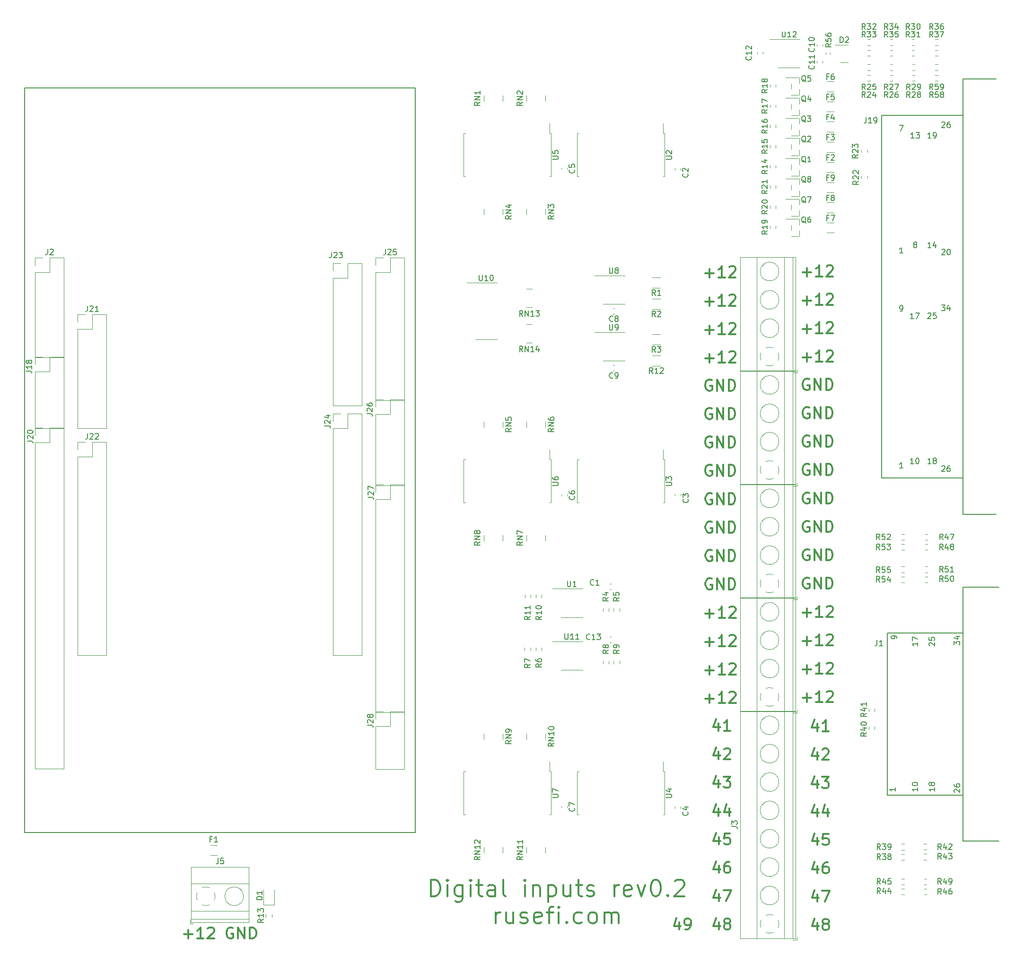
<source format=gto>
G75*
G70*
%OFA0B0*%
%FSLAX25Y25*%
%IPPOS*%
%LPD*%
%AMOC8*
5,1,8,0,0,1.08239X$1,22.5*
%
%ADD27C,0.00787*%
%ADD30C,0.00591*%
%ADD31C,0.01181*%
%ADD32C,0.00472*%
%ADD33C,0.00500*%
X0000000Y0000000D02*
%LPD*%
G01*
D30*
X0029921Y0601969D02*
X0305118Y0601969D01*
X0305118Y0077165D01*
X0029921Y0077165D01*
X0029921Y0601969D01*
D31*
X0582623Y0396595D02*
X0581873Y0396970D01*
X0581873Y0396970D02*
X0580748Y0396970D01*
X0580748Y0396970D02*
X0579623Y0396595D01*
X0579623Y0396595D02*
X0578873Y0395845D01*
X0578873Y0395845D02*
X0578498Y0395095D01*
X0578498Y0395095D02*
X0578123Y0393595D01*
X0578123Y0393595D02*
X0578123Y0392470D01*
X0578123Y0392470D02*
X0578498Y0390971D01*
X0578498Y0390971D02*
X0578873Y0390221D01*
X0578873Y0390221D02*
X0579623Y0389471D01*
X0579623Y0389471D02*
X0580748Y0389096D01*
X0580748Y0389096D02*
X0581498Y0389096D01*
X0581498Y0389096D02*
X0582623Y0389471D01*
X0582623Y0389471D02*
X0582998Y0389846D01*
X0582998Y0389846D02*
X0582998Y0392470D01*
X0582998Y0392470D02*
X0581498Y0392470D01*
X0586372Y0389096D02*
X0586372Y0396970D01*
X0586372Y0396970D02*
X0590872Y0389096D01*
X0590872Y0389096D02*
X0590872Y0396970D01*
X0594621Y0389096D02*
X0594621Y0396970D01*
X0594621Y0396970D02*
X0596496Y0396970D01*
X0596496Y0396970D02*
X0597621Y0396595D01*
X0597621Y0396595D02*
X0598371Y0395845D01*
X0598371Y0395845D02*
X0598746Y0395095D01*
X0598746Y0395095D02*
X0599121Y0393595D01*
X0599121Y0393595D02*
X0599121Y0392470D01*
X0599121Y0392470D02*
X0598746Y0390971D01*
X0598746Y0390971D02*
X0598371Y0390221D01*
X0598371Y0390221D02*
X0597621Y0389471D01*
X0597621Y0389471D02*
X0596496Y0389096D01*
X0596496Y0389096D02*
X0594621Y0389096D01*
X0578222Y0192017D02*
X0584221Y0192017D01*
X0581221Y0189017D02*
X0581221Y0195016D01*
X0592095Y0189017D02*
X0587596Y0189017D01*
X0589845Y0189017D02*
X0589845Y0196891D01*
X0589845Y0196891D02*
X0589095Y0195766D01*
X0589095Y0195766D02*
X0588346Y0195016D01*
X0588346Y0195016D02*
X0587596Y0194641D01*
X0595095Y0196141D02*
X0595470Y0196516D01*
X0595470Y0196516D02*
X0596220Y0196891D01*
X0596220Y0196891D02*
X0598094Y0196891D01*
X0598094Y0196891D02*
X0598844Y0196516D01*
X0598844Y0196516D02*
X0599219Y0196141D01*
X0599219Y0196141D02*
X0599594Y0195391D01*
X0599594Y0195391D02*
X0599594Y0194641D01*
X0599594Y0194641D02*
X0599219Y0193517D01*
X0599219Y0193517D02*
X0594720Y0189017D01*
X0594720Y0189017D02*
X0599594Y0189017D01*
X0142021Y0005265D02*
X0148020Y0005265D01*
X0145021Y0002265D02*
X0145021Y0008264D01*
X0155894Y0002265D02*
X0151395Y0002265D01*
X0153645Y0002265D02*
X0153645Y0010139D01*
X0153645Y0010139D02*
X0152895Y0009014D01*
X0152895Y0009014D02*
X0152145Y0008264D01*
X0152145Y0008264D02*
X0151395Y0007890D01*
X0158894Y0009389D02*
X0159269Y0009764D01*
X0159269Y0009764D02*
X0160019Y0010139D01*
X0160019Y0010139D02*
X0161894Y0010139D01*
X0161894Y0010139D02*
X0162643Y0009764D01*
X0162643Y0009764D02*
X0163018Y0009389D01*
X0163018Y0009389D02*
X0163393Y0008639D01*
X0163393Y0008639D02*
X0163393Y0007890D01*
X0163393Y0007890D02*
X0163018Y0006765D01*
X0163018Y0006765D02*
X0158519Y0002265D01*
X0158519Y0002265D02*
X0163393Y0002265D01*
X0588301Y0153637D02*
X0588301Y0148387D01*
X0586427Y0156636D02*
X0584552Y0151012D01*
X0584552Y0151012D02*
X0589426Y0151012D01*
X0596550Y0148387D02*
X0592051Y0148387D01*
X0594301Y0148387D02*
X0594301Y0156261D01*
X0594301Y0156261D02*
X0593551Y0155136D01*
X0593551Y0155136D02*
X0592801Y0154387D01*
X0592801Y0154387D02*
X0592051Y0154012D01*
X0514099Y0255985D02*
X0513349Y0256360D01*
X0513349Y0256360D02*
X0512224Y0256360D01*
X0512224Y0256360D02*
X0511100Y0255985D01*
X0511100Y0255985D02*
X0510350Y0255235D01*
X0510350Y0255235D02*
X0509975Y0254485D01*
X0509975Y0254485D02*
X0509600Y0252985D01*
X0509600Y0252985D02*
X0509600Y0251860D01*
X0509600Y0251860D02*
X0509975Y0250360D01*
X0509975Y0250360D02*
X0510350Y0249611D01*
X0510350Y0249611D02*
X0511100Y0248861D01*
X0511100Y0248861D02*
X0512224Y0248486D01*
X0512224Y0248486D02*
X0512974Y0248486D01*
X0512974Y0248486D02*
X0514099Y0248861D01*
X0514099Y0248861D02*
X0514474Y0249236D01*
X0514474Y0249236D02*
X0514474Y0251860D01*
X0514474Y0251860D02*
X0512974Y0251860D01*
X0517849Y0248486D02*
X0517849Y0256360D01*
X0517849Y0256360D02*
X0522348Y0248486D01*
X0522348Y0248486D02*
X0522348Y0256360D01*
X0526098Y0248486D02*
X0526098Y0256360D01*
X0526098Y0256360D02*
X0527972Y0256360D01*
X0527972Y0256360D02*
X0529097Y0255985D01*
X0529097Y0255985D02*
X0529847Y0255235D01*
X0529847Y0255235D02*
X0530222Y0254485D01*
X0530222Y0254485D02*
X0530597Y0252985D01*
X0530597Y0252985D02*
X0530597Y0251860D01*
X0530597Y0251860D02*
X0530222Y0250360D01*
X0530222Y0250360D02*
X0529847Y0249611D01*
X0529847Y0249611D02*
X0529097Y0248861D01*
X0529097Y0248861D02*
X0527972Y0248486D01*
X0527972Y0248486D02*
X0526098Y0248486D01*
X0588400Y0053558D02*
X0588400Y0048309D01*
X0586525Y0056557D02*
X0584650Y0050933D01*
X0584650Y0050933D02*
X0589525Y0050933D01*
X0595899Y0056183D02*
X0594399Y0056183D01*
X0594399Y0056183D02*
X0593649Y0055808D01*
X0593649Y0055808D02*
X0593274Y0055433D01*
X0593274Y0055433D02*
X0592524Y0054308D01*
X0592524Y0054308D02*
X0592149Y0052808D01*
X0592149Y0052808D02*
X0592149Y0049808D01*
X0592149Y0049808D02*
X0592524Y0049058D01*
X0592524Y0049058D02*
X0592899Y0048683D01*
X0592899Y0048683D02*
X0593649Y0048309D01*
X0593649Y0048309D02*
X0595149Y0048309D01*
X0595149Y0048309D02*
X0595899Y0048683D01*
X0595899Y0048683D02*
X0596274Y0049058D01*
X0596274Y0049058D02*
X0596649Y0049808D01*
X0596649Y0049808D02*
X0596649Y0051683D01*
X0596649Y0051683D02*
X0596274Y0052433D01*
X0596274Y0052433D02*
X0595899Y0052808D01*
X0595899Y0052808D02*
X0595149Y0053183D01*
X0595149Y0053183D02*
X0593649Y0053183D01*
X0593649Y0053183D02*
X0592899Y0052808D01*
X0592899Y0052808D02*
X0592524Y0052433D01*
X0592524Y0052433D02*
X0592149Y0051683D01*
X0514099Y0315985D02*
X0513349Y0316360D01*
X0513349Y0316360D02*
X0512224Y0316360D01*
X0512224Y0316360D02*
X0511100Y0315985D01*
X0511100Y0315985D02*
X0510350Y0315235D01*
X0510350Y0315235D02*
X0509975Y0314485D01*
X0509975Y0314485D02*
X0509600Y0312985D01*
X0509600Y0312985D02*
X0509600Y0311860D01*
X0509600Y0311860D02*
X0509975Y0310360D01*
X0509975Y0310360D02*
X0510350Y0309611D01*
X0510350Y0309611D02*
X0511100Y0308861D01*
X0511100Y0308861D02*
X0512224Y0308486D01*
X0512224Y0308486D02*
X0512974Y0308486D01*
X0512974Y0308486D02*
X0514099Y0308861D01*
X0514099Y0308861D02*
X0514474Y0309236D01*
X0514474Y0309236D02*
X0514474Y0311860D01*
X0514474Y0311860D02*
X0512974Y0311860D01*
X0517849Y0308486D02*
X0517849Y0316360D01*
X0517849Y0316360D02*
X0522348Y0308486D01*
X0522348Y0308486D02*
X0522348Y0316360D01*
X0526098Y0308486D02*
X0526098Y0316360D01*
X0526098Y0316360D02*
X0527972Y0316360D01*
X0527972Y0316360D02*
X0529097Y0315985D01*
X0529097Y0315985D02*
X0529847Y0315235D01*
X0529847Y0315235D02*
X0530222Y0314485D01*
X0530222Y0314485D02*
X0530597Y0312985D01*
X0530597Y0312985D02*
X0530597Y0311860D01*
X0530597Y0311860D02*
X0530222Y0310360D01*
X0530222Y0310360D02*
X0529847Y0309611D01*
X0529847Y0309611D02*
X0529097Y0308861D01*
X0529097Y0308861D02*
X0527972Y0308486D01*
X0527972Y0308486D02*
X0526098Y0308486D01*
X0578222Y0172017D02*
X0584221Y0172017D01*
X0581221Y0169017D02*
X0581221Y0175016D01*
X0592095Y0169017D02*
X0587596Y0169017D01*
X0589845Y0169017D02*
X0589845Y0176891D01*
X0589845Y0176891D02*
X0589095Y0175766D01*
X0589095Y0175766D02*
X0588346Y0175016D01*
X0588346Y0175016D02*
X0587596Y0174641D01*
X0595095Y0176141D02*
X0595470Y0176516D01*
X0595470Y0176516D02*
X0596220Y0176891D01*
X0596220Y0176891D02*
X0598094Y0176891D01*
X0598094Y0176891D02*
X0598844Y0176516D01*
X0598844Y0176516D02*
X0599219Y0176141D01*
X0599219Y0176141D02*
X0599594Y0175391D01*
X0599594Y0175391D02*
X0599594Y0174641D01*
X0599594Y0174641D02*
X0599219Y0173517D01*
X0599219Y0173517D02*
X0594720Y0169017D01*
X0594720Y0169017D02*
X0599594Y0169017D01*
X0582623Y0376595D02*
X0581873Y0376970D01*
X0581873Y0376970D02*
X0580748Y0376970D01*
X0580748Y0376970D02*
X0579623Y0376595D01*
X0579623Y0376595D02*
X0578873Y0375845D01*
X0578873Y0375845D02*
X0578498Y0375095D01*
X0578498Y0375095D02*
X0578123Y0373595D01*
X0578123Y0373595D02*
X0578123Y0372470D01*
X0578123Y0372470D02*
X0578498Y0370971D01*
X0578498Y0370971D02*
X0578873Y0370221D01*
X0578873Y0370221D02*
X0579623Y0369471D01*
X0579623Y0369471D02*
X0580748Y0369096D01*
X0580748Y0369096D02*
X0581498Y0369096D01*
X0581498Y0369096D02*
X0582623Y0369471D01*
X0582623Y0369471D02*
X0582998Y0369846D01*
X0582998Y0369846D02*
X0582998Y0372470D01*
X0582998Y0372470D02*
X0581498Y0372470D01*
X0586372Y0369096D02*
X0586372Y0376970D01*
X0586372Y0376970D02*
X0590872Y0369096D01*
X0590872Y0369096D02*
X0590872Y0376970D01*
X0594621Y0369096D02*
X0594621Y0376970D01*
X0594621Y0376970D02*
X0596496Y0376970D01*
X0596496Y0376970D02*
X0597621Y0376595D01*
X0597621Y0376595D02*
X0598371Y0375845D01*
X0598371Y0375845D02*
X0598746Y0375095D01*
X0598746Y0375095D02*
X0599121Y0373595D01*
X0599121Y0373595D02*
X0599121Y0372470D01*
X0599121Y0372470D02*
X0598746Y0370971D01*
X0598746Y0370971D02*
X0598371Y0370221D01*
X0598371Y0370221D02*
X0597621Y0369471D01*
X0597621Y0369471D02*
X0596496Y0369096D01*
X0596496Y0369096D02*
X0594621Y0369096D01*
X0509501Y0471564D02*
X0515501Y0471564D01*
X0512501Y0468564D02*
X0512501Y0474564D01*
X0523375Y0468564D02*
X0518875Y0468564D01*
X0521125Y0468564D02*
X0521125Y0476438D01*
X0521125Y0476438D02*
X0520375Y0475314D01*
X0520375Y0475314D02*
X0519625Y0474564D01*
X0519625Y0474564D02*
X0518875Y0474189D01*
X0526374Y0475689D02*
X0526749Y0476063D01*
X0526749Y0476063D02*
X0527499Y0476438D01*
X0527499Y0476438D02*
X0529374Y0476438D01*
X0529374Y0476438D02*
X0530124Y0476063D01*
X0530124Y0476063D02*
X0530499Y0475689D01*
X0530499Y0475689D02*
X0530874Y0474939D01*
X0530874Y0474939D02*
X0530874Y0474189D01*
X0530874Y0474189D02*
X0530499Y0473064D01*
X0530499Y0473064D02*
X0525999Y0468564D01*
X0525999Y0468564D02*
X0530874Y0468564D01*
X0582721Y0256516D02*
X0581971Y0256891D01*
X0581971Y0256891D02*
X0580846Y0256891D01*
X0580846Y0256891D02*
X0579722Y0256516D01*
X0579722Y0256516D02*
X0578972Y0255766D01*
X0578972Y0255766D02*
X0578597Y0255016D01*
X0578597Y0255016D02*
X0578222Y0253517D01*
X0578222Y0253517D02*
X0578222Y0252392D01*
X0578222Y0252392D02*
X0578597Y0250892D01*
X0578597Y0250892D02*
X0578972Y0250142D01*
X0578972Y0250142D02*
X0579722Y0249392D01*
X0579722Y0249392D02*
X0580846Y0249017D01*
X0580846Y0249017D02*
X0581596Y0249017D01*
X0581596Y0249017D02*
X0582721Y0249392D01*
X0582721Y0249392D02*
X0583096Y0249767D01*
X0583096Y0249767D02*
X0583096Y0252392D01*
X0583096Y0252392D02*
X0581596Y0252392D01*
X0586471Y0249017D02*
X0586471Y0256891D01*
X0586471Y0256891D02*
X0590970Y0249017D01*
X0590970Y0249017D02*
X0590970Y0256891D01*
X0594720Y0249017D02*
X0594720Y0256891D01*
X0594720Y0256891D02*
X0596594Y0256891D01*
X0596594Y0256891D02*
X0597719Y0256516D01*
X0597719Y0256516D02*
X0598469Y0255766D01*
X0598469Y0255766D02*
X0598844Y0255016D01*
X0598844Y0255016D02*
X0599219Y0253517D01*
X0599219Y0253517D02*
X0599219Y0252392D01*
X0599219Y0252392D02*
X0598844Y0250892D01*
X0598844Y0250892D02*
X0598469Y0250142D01*
X0598469Y0250142D02*
X0597719Y0249392D01*
X0597719Y0249392D02*
X0596594Y0249017D01*
X0596594Y0249017D02*
X0594720Y0249017D01*
X0588301Y0113637D02*
X0588301Y0108387D01*
X0586427Y0116636D02*
X0584552Y0111012D01*
X0584552Y0111012D02*
X0589426Y0111012D01*
X0591676Y0116261D02*
X0596550Y0116261D01*
X0596550Y0116261D02*
X0593926Y0113262D01*
X0593926Y0113262D02*
X0595051Y0113262D01*
X0595051Y0113262D02*
X0595801Y0112887D01*
X0595801Y0112887D02*
X0596175Y0112512D01*
X0596175Y0112512D02*
X0596550Y0111762D01*
X0596550Y0111762D02*
X0596550Y0109887D01*
X0596550Y0109887D02*
X0596175Y0109137D01*
X0596175Y0109137D02*
X0595801Y0108762D01*
X0595801Y0108762D02*
X0595051Y0108387D01*
X0595051Y0108387D02*
X0592801Y0108387D01*
X0592801Y0108387D02*
X0592051Y0108762D01*
X0592051Y0108762D02*
X0591676Y0109137D01*
X0514001Y0376063D02*
X0513251Y0376438D01*
X0513251Y0376438D02*
X0512126Y0376438D01*
X0512126Y0376438D02*
X0511001Y0376063D01*
X0511001Y0376063D02*
X0510251Y0375314D01*
X0510251Y0375314D02*
X0509876Y0374564D01*
X0509876Y0374564D02*
X0509501Y0373064D01*
X0509501Y0373064D02*
X0509501Y0371939D01*
X0509501Y0371939D02*
X0509876Y0370439D01*
X0509876Y0370439D02*
X0510251Y0369689D01*
X0510251Y0369689D02*
X0511001Y0368939D01*
X0511001Y0368939D02*
X0512126Y0368564D01*
X0512126Y0368564D02*
X0512876Y0368564D01*
X0512876Y0368564D02*
X0514001Y0368939D01*
X0514001Y0368939D02*
X0514376Y0369314D01*
X0514376Y0369314D02*
X0514376Y0371939D01*
X0514376Y0371939D02*
X0512876Y0371939D01*
X0517750Y0368564D02*
X0517750Y0376438D01*
X0517750Y0376438D02*
X0522250Y0368564D01*
X0522250Y0368564D02*
X0522250Y0376438D01*
X0525999Y0368564D02*
X0525999Y0376438D01*
X0525999Y0376438D02*
X0527874Y0376438D01*
X0527874Y0376438D02*
X0528999Y0376063D01*
X0528999Y0376063D02*
X0529749Y0375314D01*
X0529749Y0375314D02*
X0530124Y0374564D01*
X0530124Y0374564D02*
X0530499Y0373064D01*
X0530499Y0373064D02*
X0530499Y0371939D01*
X0530499Y0371939D02*
X0530124Y0370439D01*
X0530124Y0370439D02*
X0529749Y0369689D01*
X0529749Y0369689D02*
X0528999Y0368939D01*
X0528999Y0368939D02*
X0527874Y0368564D01*
X0527874Y0368564D02*
X0525999Y0368564D01*
X0518912Y0153952D02*
X0518912Y0148702D01*
X0517037Y0156951D02*
X0515162Y0151327D01*
X0515162Y0151327D02*
X0520037Y0151327D01*
X0527161Y0148702D02*
X0522661Y0148702D01*
X0524911Y0148702D02*
X0524911Y0156576D01*
X0524911Y0156576D02*
X0524161Y0155451D01*
X0524161Y0155451D02*
X0523411Y0154701D01*
X0523411Y0154701D02*
X0522661Y0154327D01*
X0582721Y0296516D02*
X0581971Y0296891D01*
X0581971Y0296891D02*
X0580846Y0296891D01*
X0580846Y0296891D02*
X0579722Y0296516D01*
X0579722Y0296516D02*
X0578972Y0295766D01*
X0578972Y0295766D02*
X0578597Y0295016D01*
X0578597Y0295016D02*
X0578222Y0293517D01*
X0578222Y0293517D02*
X0578222Y0292392D01*
X0578222Y0292392D02*
X0578597Y0290892D01*
X0578597Y0290892D02*
X0578972Y0290142D01*
X0578972Y0290142D02*
X0579722Y0289392D01*
X0579722Y0289392D02*
X0580846Y0289017D01*
X0580846Y0289017D02*
X0581596Y0289017D01*
X0581596Y0289017D02*
X0582721Y0289392D01*
X0582721Y0289392D02*
X0583096Y0289767D01*
X0583096Y0289767D02*
X0583096Y0292392D01*
X0583096Y0292392D02*
X0581596Y0292392D01*
X0586471Y0289017D02*
X0586471Y0296891D01*
X0586471Y0296891D02*
X0590970Y0289017D01*
X0590970Y0289017D02*
X0590970Y0296891D01*
X0594720Y0289017D02*
X0594720Y0296891D01*
X0594720Y0296891D02*
X0596594Y0296891D01*
X0596594Y0296891D02*
X0597719Y0296516D01*
X0597719Y0296516D02*
X0598469Y0295766D01*
X0598469Y0295766D02*
X0598844Y0295016D01*
X0598844Y0295016D02*
X0599219Y0293517D01*
X0599219Y0293517D02*
X0599219Y0292392D01*
X0599219Y0292392D02*
X0598844Y0290892D01*
X0598844Y0290892D02*
X0598469Y0290142D01*
X0598469Y0290142D02*
X0597719Y0289392D01*
X0597719Y0289392D02*
X0596594Y0289017D01*
X0596594Y0289017D02*
X0594720Y0289017D01*
X0176520Y0009764D02*
X0175771Y0010139D01*
X0175771Y0010139D02*
X0174646Y0010139D01*
X0174646Y0010139D02*
X0173521Y0009764D01*
X0173521Y0009764D02*
X0172771Y0009014D01*
X0172771Y0009014D02*
X0172396Y0008264D01*
X0172396Y0008264D02*
X0172021Y0006765D01*
X0172021Y0006765D02*
X0172021Y0005640D01*
X0172021Y0005640D02*
X0172396Y0004140D01*
X0172396Y0004140D02*
X0172771Y0003390D01*
X0172771Y0003390D02*
X0173521Y0002640D01*
X0173521Y0002640D02*
X0174646Y0002265D01*
X0174646Y0002265D02*
X0175396Y0002265D01*
X0175396Y0002265D02*
X0176520Y0002640D01*
X0176520Y0002640D02*
X0176895Y0003015D01*
X0176895Y0003015D02*
X0176895Y0005640D01*
X0176895Y0005640D02*
X0175396Y0005640D01*
X0180270Y0002265D02*
X0180270Y0010139D01*
X0180270Y0010139D02*
X0184769Y0002265D01*
X0184769Y0002265D02*
X0184769Y0010139D01*
X0188519Y0002265D02*
X0188519Y0010139D01*
X0188519Y0010139D02*
X0190394Y0010139D01*
X0190394Y0010139D02*
X0191519Y0009764D01*
X0191519Y0009764D02*
X0192268Y0009014D01*
X0192268Y0009014D02*
X0192643Y0008264D01*
X0192643Y0008264D02*
X0193018Y0006765D01*
X0193018Y0006765D02*
X0193018Y0005640D01*
X0193018Y0005640D02*
X0192643Y0004140D01*
X0192643Y0004140D02*
X0192268Y0003390D01*
X0192268Y0003390D02*
X0191519Y0002640D01*
X0191519Y0002640D02*
X0190394Y0002265D01*
X0190394Y0002265D02*
X0188519Y0002265D01*
X0578222Y0212017D02*
X0584221Y0212017D01*
X0581221Y0209017D02*
X0581221Y0215016D01*
X0592095Y0209017D02*
X0587596Y0209017D01*
X0589845Y0209017D02*
X0589845Y0216891D01*
X0589845Y0216891D02*
X0589095Y0215766D01*
X0589095Y0215766D02*
X0588346Y0215016D01*
X0588346Y0215016D02*
X0587596Y0214641D01*
X0595095Y0216141D02*
X0595470Y0216516D01*
X0595470Y0216516D02*
X0596220Y0216891D01*
X0596220Y0216891D02*
X0598094Y0216891D01*
X0598094Y0216891D02*
X0598844Y0216516D01*
X0598844Y0216516D02*
X0599219Y0216141D01*
X0599219Y0216141D02*
X0599594Y0215391D01*
X0599594Y0215391D02*
X0599594Y0214641D01*
X0599594Y0214641D02*
X0599219Y0213517D01*
X0599219Y0213517D02*
X0594720Y0209017D01*
X0594720Y0209017D02*
X0599594Y0209017D01*
X0518912Y0093952D02*
X0518912Y0088702D01*
X0517037Y0096951D02*
X0515162Y0091327D01*
X0515162Y0091327D02*
X0520037Y0091327D01*
X0526411Y0093952D02*
X0526411Y0088702D01*
X0524536Y0096951D02*
X0522661Y0091327D01*
X0522661Y0091327D02*
X0527536Y0091327D01*
X0588400Y0033558D02*
X0588400Y0028309D01*
X0586525Y0036557D02*
X0584650Y0030933D01*
X0584650Y0030933D02*
X0589525Y0030933D01*
X0591774Y0036183D02*
X0597024Y0036183D01*
X0597024Y0036183D02*
X0593649Y0028309D01*
X0582721Y0316516D02*
X0581971Y0316891D01*
X0581971Y0316891D02*
X0580846Y0316891D01*
X0580846Y0316891D02*
X0579722Y0316516D01*
X0579722Y0316516D02*
X0578972Y0315766D01*
X0578972Y0315766D02*
X0578597Y0315016D01*
X0578597Y0315016D02*
X0578222Y0313517D01*
X0578222Y0313517D02*
X0578222Y0312392D01*
X0578222Y0312392D02*
X0578597Y0310892D01*
X0578597Y0310892D02*
X0578972Y0310142D01*
X0578972Y0310142D02*
X0579722Y0309392D01*
X0579722Y0309392D02*
X0580846Y0309017D01*
X0580846Y0309017D02*
X0581596Y0309017D01*
X0581596Y0309017D02*
X0582721Y0309392D01*
X0582721Y0309392D02*
X0583096Y0309767D01*
X0583096Y0309767D02*
X0583096Y0312392D01*
X0583096Y0312392D02*
X0581596Y0312392D01*
X0586471Y0309017D02*
X0586471Y0316891D01*
X0586471Y0316891D02*
X0590970Y0309017D01*
X0590970Y0309017D02*
X0590970Y0316891D01*
X0594720Y0309017D02*
X0594720Y0316891D01*
X0594720Y0316891D02*
X0596594Y0316891D01*
X0596594Y0316891D02*
X0597719Y0316516D01*
X0597719Y0316516D02*
X0598469Y0315766D01*
X0598469Y0315766D02*
X0598844Y0315016D01*
X0598844Y0315016D02*
X0599219Y0313517D01*
X0599219Y0313517D02*
X0599219Y0312392D01*
X0599219Y0312392D02*
X0598844Y0310892D01*
X0598844Y0310892D02*
X0598469Y0310142D01*
X0598469Y0310142D02*
X0597719Y0309392D01*
X0597719Y0309392D02*
X0596594Y0309017D01*
X0596594Y0309017D02*
X0594720Y0309017D01*
X0514001Y0396063D02*
X0513251Y0396438D01*
X0513251Y0396438D02*
X0512126Y0396438D01*
X0512126Y0396438D02*
X0511001Y0396063D01*
X0511001Y0396063D02*
X0510251Y0395314D01*
X0510251Y0395314D02*
X0509876Y0394564D01*
X0509876Y0394564D02*
X0509501Y0393064D01*
X0509501Y0393064D02*
X0509501Y0391939D01*
X0509501Y0391939D02*
X0509876Y0390439D01*
X0509876Y0390439D02*
X0510251Y0389689D01*
X0510251Y0389689D02*
X0511001Y0388939D01*
X0511001Y0388939D02*
X0512126Y0388564D01*
X0512126Y0388564D02*
X0512876Y0388564D01*
X0512876Y0388564D02*
X0514001Y0388939D01*
X0514001Y0388939D02*
X0514376Y0389314D01*
X0514376Y0389314D02*
X0514376Y0391939D01*
X0514376Y0391939D02*
X0512876Y0391939D01*
X0517750Y0388564D02*
X0517750Y0396438D01*
X0517750Y0396438D02*
X0522250Y0388564D01*
X0522250Y0388564D02*
X0522250Y0396438D01*
X0525999Y0388564D02*
X0525999Y0396438D01*
X0525999Y0396438D02*
X0527874Y0396438D01*
X0527874Y0396438D02*
X0528999Y0396063D01*
X0528999Y0396063D02*
X0529749Y0395314D01*
X0529749Y0395314D02*
X0530124Y0394564D01*
X0530124Y0394564D02*
X0530499Y0393064D01*
X0530499Y0393064D02*
X0530499Y0391939D01*
X0530499Y0391939D02*
X0530124Y0390439D01*
X0530124Y0390439D02*
X0529749Y0389689D01*
X0529749Y0389689D02*
X0528999Y0388939D01*
X0528999Y0388939D02*
X0527874Y0388564D01*
X0527874Y0388564D02*
X0525999Y0388564D01*
X0514001Y0356063D02*
X0513251Y0356438D01*
X0513251Y0356438D02*
X0512126Y0356438D01*
X0512126Y0356438D02*
X0511001Y0356063D01*
X0511001Y0356063D02*
X0510251Y0355314D01*
X0510251Y0355314D02*
X0509876Y0354564D01*
X0509876Y0354564D02*
X0509501Y0353064D01*
X0509501Y0353064D02*
X0509501Y0351939D01*
X0509501Y0351939D02*
X0509876Y0350439D01*
X0509876Y0350439D02*
X0510251Y0349689D01*
X0510251Y0349689D02*
X0511001Y0348939D01*
X0511001Y0348939D02*
X0512126Y0348564D01*
X0512126Y0348564D02*
X0512876Y0348564D01*
X0512876Y0348564D02*
X0514001Y0348939D01*
X0514001Y0348939D02*
X0514376Y0349314D01*
X0514376Y0349314D02*
X0514376Y0351939D01*
X0514376Y0351939D02*
X0512876Y0351939D01*
X0517750Y0348564D02*
X0517750Y0356438D01*
X0517750Y0356438D02*
X0522250Y0348564D01*
X0522250Y0348564D02*
X0522250Y0356438D01*
X0525999Y0348564D02*
X0525999Y0356438D01*
X0525999Y0356438D02*
X0527874Y0356438D01*
X0527874Y0356438D02*
X0528999Y0356063D01*
X0528999Y0356063D02*
X0529749Y0355314D01*
X0529749Y0355314D02*
X0530124Y0354564D01*
X0530124Y0354564D02*
X0530499Y0353064D01*
X0530499Y0353064D02*
X0530499Y0351939D01*
X0530499Y0351939D02*
X0530124Y0350439D01*
X0530124Y0350439D02*
X0529749Y0349689D01*
X0529749Y0349689D02*
X0528999Y0348939D01*
X0528999Y0348939D02*
X0527874Y0348564D01*
X0527874Y0348564D02*
X0525999Y0348564D01*
X0518912Y0113952D02*
X0518912Y0108702D01*
X0517037Y0116951D02*
X0515162Y0111327D01*
X0515162Y0111327D02*
X0520037Y0111327D01*
X0522286Y0116576D02*
X0527161Y0116576D01*
X0527161Y0116576D02*
X0524536Y0113577D01*
X0524536Y0113577D02*
X0525661Y0113577D01*
X0525661Y0113577D02*
X0526411Y0113202D01*
X0526411Y0113202D02*
X0526786Y0112827D01*
X0526786Y0112827D02*
X0527161Y0112077D01*
X0527161Y0112077D02*
X0527161Y0110202D01*
X0527161Y0110202D02*
X0526786Y0109452D01*
X0526786Y0109452D02*
X0526411Y0109077D01*
X0526411Y0109077D02*
X0525661Y0108702D01*
X0525661Y0108702D02*
X0523411Y0108702D01*
X0523411Y0108702D02*
X0522661Y0109077D01*
X0522661Y0109077D02*
X0522286Y0109452D01*
X0578123Y0452096D02*
X0584123Y0452096D01*
X0581123Y0449096D02*
X0581123Y0455095D01*
X0591997Y0449096D02*
X0587497Y0449096D01*
X0589747Y0449096D02*
X0589747Y0456970D01*
X0589747Y0456970D02*
X0588997Y0455845D01*
X0588997Y0455845D02*
X0588247Y0455095D01*
X0588247Y0455095D02*
X0587497Y0454720D01*
X0594996Y0456220D02*
X0595371Y0456595D01*
X0595371Y0456595D02*
X0596121Y0456970D01*
X0596121Y0456970D02*
X0597996Y0456970D01*
X0597996Y0456970D02*
X0598746Y0456595D01*
X0598746Y0456595D02*
X0599121Y0456220D01*
X0599121Y0456220D02*
X0599496Y0455470D01*
X0599496Y0455470D02*
X0599496Y0454720D01*
X0599496Y0454720D02*
X0599121Y0453595D01*
X0599121Y0453595D02*
X0594621Y0449096D01*
X0594621Y0449096D02*
X0599496Y0449096D01*
X0582623Y0356595D02*
X0581873Y0356970D01*
X0581873Y0356970D02*
X0580748Y0356970D01*
X0580748Y0356970D02*
X0579623Y0356595D01*
X0579623Y0356595D02*
X0578873Y0355845D01*
X0578873Y0355845D02*
X0578498Y0355095D01*
X0578498Y0355095D02*
X0578123Y0353595D01*
X0578123Y0353595D02*
X0578123Y0352470D01*
X0578123Y0352470D02*
X0578498Y0350971D01*
X0578498Y0350971D02*
X0578873Y0350221D01*
X0578873Y0350221D02*
X0579623Y0349471D01*
X0579623Y0349471D02*
X0580748Y0349096D01*
X0580748Y0349096D02*
X0581498Y0349096D01*
X0581498Y0349096D02*
X0582623Y0349471D01*
X0582623Y0349471D02*
X0582998Y0349846D01*
X0582998Y0349846D02*
X0582998Y0352470D01*
X0582998Y0352470D02*
X0581498Y0352470D01*
X0586372Y0349096D02*
X0586372Y0356970D01*
X0586372Y0356970D02*
X0590872Y0349096D01*
X0590872Y0349096D02*
X0590872Y0356970D01*
X0594621Y0349096D02*
X0594621Y0356970D01*
X0594621Y0356970D02*
X0596496Y0356970D01*
X0596496Y0356970D02*
X0597621Y0356595D01*
X0597621Y0356595D02*
X0598371Y0355845D01*
X0598371Y0355845D02*
X0598746Y0355095D01*
X0598746Y0355095D02*
X0599121Y0353595D01*
X0599121Y0353595D02*
X0599121Y0352470D01*
X0599121Y0352470D02*
X0598746Y0350971D01*
X0598746Y0350971D02*
X0598371Y0350221D01*
X0598371Y0350221D02*
X0597621Y0349471D01*
X0597621Y0349471D02*
X0596496Y0349096D01*
X0596496Y0349096D02*
X0594621Y0349096D01*
X0509600Y0231485D02*
X0515599Y0231485D01*
X0512599Y0228486D02*
X0512599Y0234485D01*
X0523473Y0228486D02*
X0518974Y0228486D01*
X0521223Y0228486D02*
X0521223Y0236360D01*
X0521223Y0236360D02*
X0520473Y0235235D01*
X0520473Y0235235D02*
X0519723Y0234485D01*
X0519723Y0234485D02*
X0518974Y0234110D01*
X0526473Y0235610D02*
X0526848Y0235985D01*
X0526848Y0235985D02*
X0527597Y0236360D01*
X0527597Y0236360D02*
X0529472Y0236360D01*
X0529472Y0236360D02*
X0530222Y0235985D01*
X0530222Y0235985D02*
X0530597Y0235610D01*
X0530597Y0235610D02*
X0530972Y0234860D01*
X0530972Y0234860D02*
X0530972Y0234110D01*
X0530972Y0234110D02*
X0530597Y0232985D01*
X0530597Y0232985D02*
X0526098Y0228486D01*
X0526098Y0228486D02*
X0530972Y0228486D01*
X0588400Y0013558D02*
X0588400Y0008309D01*
X0586525Y0016557D02*
X0584650Y0010933D01*
X0584650Y0010933D02*
X0589525Y0010933D01*
X0593649Y0012808D02*
X0592899Y0013183D01*
X0592899Y0013183D02*
X0592524Y0013558D01*
X0592524Y0013558D02*
X0592149Y0014308D01*
X0592149Y0014308D02*
X0592149Y0014683D01*
X0592149Y0014683D02*
X0592524Y0015433D01*
X0592524Y0015433D02*
X0592899Y0015808D01*
X0592899Y0015808D02*
X0593649Y0016183D01*
X0593649Y0016183D02*
X0595149Y0016183D01*
X0595149Y0016183D02*
X0595899Y0015808D01*
X0595899Y0015808D02*
X0596274Y0015433D01*
X0596274Y0015433D02*
X0596649Y0014683D01*
X0596649Y0014683D02*
X0596649Y0014308D01*
X0596649Y0014308D02*
X0596274Y0013558D01*
X0596274Y0013558D02*
X0595899Y0013183D01*
X0595899Y0013183D02*
X0595149Y0012808D01*
X0595149Y0012808D02*
X0593649Y0012808D01*
X0593649Y0012808D02*
X0592899Y0012433D01*
X0592899Y0012433D02*
X0592524Y0012058D01*
X0592524Y0012058D02*
X0592149Y0011308D01*
X0592149Y0011308D02*
X0592149Y0009808D01*
X0592149Y0009808D02*
X0592524Y0009058D01*
X0592524Y0009058D02*
X0592899Y0008683D01*
X0592899Y0008683D02*
X0593649Y0008309D01*
X0593649Y0008309D02*
X0595149Y0008309D01*
X0595149Y0008309D02*
X0595899Y0008683D01*
X0595899Y0008683D02*
X0596274Y0009058D01*
X0596274Y0009058D02*
X0596649Y0009808D01*
X0596649Y0009808D02*
X0596649Y0011308D01*
X0596649Y0011308D02*
X0596274Y0012058D01*
X0596274Y0012058D02*
X0595899Y0012433D01*
X0595899Y0012433D02*
X0595149Y0012808D01*
X0519010Y0033873D02*
X0519010Y0028623D01*
X0517135Y0036872D02*
X0515261Y0031248D01*
X0515261Y0031248D02*
X0520135Y0031248D01*
X0522385Y0036497D02*
X0527634Y0036497D01*
X0527634Y0036497D02*
X0524259Y0028623D01*
X0315973Y0032058D02*
X0315973Y0043869D01*
X0315973Y0043869D02*
X0318785Y0043869D01*
X0318785Y0043869D02*
X0320472Y0043307D01*
X0320472Y0043307D02*
X0321597Y0042182D01*
X0321597Y0042182D02*
X0322160Y0041057D01*
X0322160Y0041057D02*
X0322722Y0038807D01*
X0322722Y0038807D02*
X0322722Y0037120D01*
X0322722Y0037120D02*
X0322160Y0034870D01*
X0322160Y0034870D02*
X0321597Y0033745D01*
X0321597Y0033745D02*
X0320472Y0032620D01*
X0320472Y0032620D02*
X0318785Y0032058D01*
X0318785Y0032058D02*
X0315973Y0032058D01*
X0327784Y0032058D02*
X0327784Y0039932D01*
X0327784Y0043869D02*
X0327222Y0043307D01*
X0327222Y0043307D02*
X0327784Y0042744D01*
X0327784Y0042744D02*
X0328346Y0043307D01*
X0328346Y0043307D02*
X0327784Y0043869D01*
X0327784Y0043869D02*
X0327784Y0042744D01*
X0338470Y0039932D02*
X0338470Y0030371D01*
X0338470Y0030371D02*
X0337908Y0029246D01*
X0337908Y0029246D02*
X0337345Y0028683D01*
X0337345Y0028683D02*
X0336220Y0028121D01*
X0336220Y0028121D02*
X0334533Y0028121D01*
X0334533Y0028121D02*
X0333408Y0028683D01*
X0338470Y0032620D02*
X0337345Y0032058D01*
X0337345Y0032058D02*
X0335096Y0032058D01*
X0335096Y0032058D02*
X0333971Y0032620D01*
X0333971Y0032620D02*
X0333408Y0033183D01*
X0333408Y0033183D02*
X0332846Y0034308D01*
X0332846Y0034308D02*
X0332846Y0037682D01*
X0332846Y0037682D02*
X0333408Y0038807D01*
X0333408Y0038807D02*
X0333971Y0039370D01*
X0333971Y0039370D02*
X0335096Y0039932D01*
X0335096Y0039932D02*
X0337345Y0039932D01*
X0337345Y0039932D02*
X0338470Y0039370D01*
X0344094Y0032058D02*
X0344094Y0039932D01*
X0344094Y0043869D02*
X0343532Y0043307D01*
X0343532Y0043307D02*
X0344094Y0042744D01*
X0344094Y0042744D02*
X0344657Y0043307D01*
X0344657Y0043307D02*
X0344094Y0043869D01*
X0344094Y0043869D02*
X0344094Y0042744D01*
X0348031Y0039932D02*
X0352531Y0039932D01*
X0349719Y0043869D02*
X0349719Y0033745D01*
X0349719Y0033745D02*
X0350281Y0032620D01*
X0350281Y0032620D02*
X0351406Y0032058D01*
X0351406Y0032058D02*
X0352531Y0032058D01*
X0361530Y0032058D02*
X0361530Y0038245D01*
X0361530Y0038245D02*
X0360967Y0039370D01*
X0360967Y0039370D02*
X0359843Y0039932D01*
X0359843Y0039932D02*
X0357593Y0039932D01*
X0357593Y0039932D02*
X0356468Y0039370D01*
X0361530Y0032620D02*
X0360405Y0032058D01*
X0360405Y0032058D02*
X0357593Y0032058D01*
X0357593Y0032058D02*
X0356468Y0032620D01*
X0356468Y0032620D02*
X0355906Y0033745D01*
X0355906Y0033745D02*
X0355906Y0034870D01*
X0355906Y0034870D02*
X0356468Y0035995D01*
X0356468Y0035995D02*
X0357593Y0036557D01*
X0357593Y0036557D02*
X0360405Y0036557D01*
X0360405Y0036557D02*
X0361530Y0037120D01*
X0368841Y0032058D02*
X0367717Y0032620D01*
X0367717Y0032620D02*
X0367154Y0033745D01*
X0367154Y0033745D02*
X0367154Y0043869D01*
X0382340Y0032058D02*
X0382340Y0039932D01*
X0382340Y0043869D02*
X0381777Y0043307D01*
X0381777Y0043307D02*
X0382340Y0042744D01*
X0382340Y0042744D02*
X0382902Y0043307D01*
X0382902Y0043307D02*
X0382340Y0043869D01*
X0382340Y0043869D02*
X0382340Y0042744D01*
X0387964Y0039932D02*
X0387964Y0032058D01*
X0387964Y0038807D02*
X0388526Y0039370D01*
X0388526Y0039370D02*
X0389651Y0039932D01*
X0389651Y0039932D02*
X0391339Y0039932D01*
X0391339Y0039932D02*
X0392463Y0039370D01*
X0392463Y0039370D02*
X0393026Y0038245D01*
X0393026Y0038245D02*
X0393026Y0032058D01*
X0398650Y0039932D02*
X0398650Y0028121D01*
X0398650Y0039370D02*
X0399775Y0039932D01*
X0399775Y0039932D02*
X0402025Y0039932D01*
X0402025Y0039932D02*
X0403150Y0039370D01*
X0403150Y0039370D02*
X0403712Y0038807D01*
X0403712Y0038807D02*
X0404274Y0037682D01*
X0404274Y0037682D02*
X0404274Y0034308D01*
X0404274Y0034308D02*
X0403712Y0033183D01*
X0403712Y0033183D02*
X0403150Y0032620D01*
X0403150Y0032620D02*
X0402025Y0032058D01*
X0402025Y0032058D02*
X0399775Y0032058D01*
X0399775Y0032058D02*
X0398650Y0032620D01*
X0414398Y0039932D02*
X0414398Y0032058D01*
X0409336Y0039932D02*
X0409336Y0033745D01*
X0409336Y0033745D02*
X0409899Y0032620D01*
X0409899Y0032620D02*
X0411024Y0032058D01*
X0411024Y0032058D02*
X0412711Y0032058D01*
X0412711Y0032058D02*
X0413836Y0032620D01*
X0413836Y0032620D02*
X0414398Y0033183D01*
X0418335Y0039932D02*
X0422835Y0039932D01*
X0420022Y0043869D02*
X0420022Y0033745D01*
X0420022Y0033745D02*
X0420585Y0032620D01*
X0420585Y0032620D02*
X0421710Y0032058D01*
X0421710Y0032058D02*
X0422835Y0032058D01*
X0426209Y0032620D02*
X0427334Y0032058D01*
X0427334Y0032058D02*
X0429584Y0032058D01*
X0429584Y0032058D02*
X0430709Y0032620D01*
X0430709Y0032620D02*
X0431271Y0033745D01*
X0431271Y0033745D02*
X0431271Y0034308D01*
X0431271Y0034308D02*
X0430709Y0035433D01*
X0430709Y0035433D02*
X0429584Y0035995D01*
X0429584Y0035995D02*
X0427897Y0035995D01*
X0427897Y0035995D02*
X0426772Y0036557D01*
X0426772Y0036557D02*
X0426209Y0037682D01*
X0426209Y0037682D02*
X0426209Y0038245D01*
X0426209Y0038245D02*
X0426772Y0039370D01*
X0426772Y0039370D02*
X0427897Y0039932D01*
X0427897Y0039932D02*
X0429584Y0039932D01*
X0429584Y0039932D02*
X0430709Y0039370D01*
X0445332Y0032058D02*
X0445332Y0039932D01*
X0445332Y0037682D02*
X0445894Y0038807D01*
X0445894Y0038807D02*
X0446457Y0039370D01*
X0446457Y0039370D02*
X0447582Y0039932D01*
X0447582Y0039932D02*
X0448706Y0039932D01*
X0457143Y0032620D02*
X0456018Y0032058D01*
X0456018Y0032058D02*
X0453768Y0032058D01*
X0453768Y0032058D02*
X0452643Y0032620D01*
X0452643Y0032620D02*
X0452081Y0033745D01*
X0452081Y0033745D02*
X0452081Y0038245D01*
X0452081Y0038245D02*
X0452643Y0039370D01*
X0452643Y0039370D02*
X0453768Y0039932D01*
X0453768Y0039932D02*
X0456018Y0039932D01*
X0456018Y0039932D02*
X0457143Y0039370D01*
X0457143Y0039370D02*
X0457705Y0038245D01*
X0457705Y0038245D02*
X0457705Y0037120D01*
X0457705Y0037120D02*
X0452081Y0035995D01*
X0461642Y0039932D02*
X0464454Y0032058D01*
X0464454Y0032058D02*
X0467267Y0039932D01*
X0474016Y0043869D02*
X0475141Y0043869D01*
X0475141Y0043869D02*
X0476265Y0043307D01*
X0476265Y0043307D02*
X0476828Y0042744D01*
X0476828Y0042744D02*
X0477390Y0041619D01*
X0477390Y0041619D02*
X0477953Y0039370D01*
X0477953Y0039370D02*
X0477953Y0036557D01*
X0477953Y0036557D02*
X0477390Y0034308D01*
X0477390Y0034308D02*
X0476828Y0033183D01*
X0476828Y0033183D02*
X0476265Y0032620D01*
X0476265Y0032620D02*
X0475141Y0032058D01*
X0475141Y0032058D02*
X0474016Y0032058D01*
X0474016Y0032058D02*
X0472891Y0032620D01*
X0472891Y0032620D02*
X0472328Y0033183D01*
X0472328Y0033183D02*
X0471766Y0034308D01*
X0471766Y0034308D02*
X0471204Y0036557D01*
X0471204Y0036557D02*
X0471204Y0039370D01*
X0471204Y0039370D02*
X0471766Y0041619D01*
X0471766Y0041619D02*
X0472328Y0042744D01*
X0472328Y0042744D02*
X0472891Y0043307D01*
X0472891Y0043307D02*
X0474016Y0043869D01*
X0483015Y0033183D02*
X0483577Y0032620D01*
X0483577Y0032620D02*
X0483015Y0032058D01*
X0483015Y0032058D02*
X0482452Y0032620D01*
X0482452Y0032620D02*
X0483015Y0033183D01*
X0483015Y0033183D02*
X0483015Y0032058D01*
X0488076Y0042744D02*
X0488639Y0043307D01*
X0488639Y0043307D02*
X0489764Y0043869D01*
X0489764Y0043869D02*
X0492576Y0043869D01*
X0492576Y0043869D02*
X0493701Y0043307D01*
X0493701Y0043307D02*
X0494263Y0042744D01*
X0494263Y0042744D02*
X0494826Y0041619D01*
X0494826Y0041619D02*
X0494826Y0040494D01*
X0494826Y0040494D02*
X0494263Y0038807D01*
X0494263Y0038807D02*
X0487514Y0032058D01*
X0487514Y0032058D02*
X0494826Y0032058D01*
X0361811Y0013042D02*
X0361811Y0020916D01*
X0361811Y0018667D02*
X0362373Y0019791D01*
X0362373Y0019791D02*
X0362936Y0020354D01*
X0362936Y0020354D02*
X0364061Y0020916D01*
X0364061Y0020916D02*
X0365186Y0020916D01*
X0374184Y0020916D02*
X0374184Y0013042D01*
X0369123Y0020916D02*
X0369123Y0014730D01*
X0369123Y0014730D02*
X0369685Y0013605D01*
X0369685Y0013605D02*
X0370810Y0013042D01*
X0370810Y0013042D02*
X0372497Y0013042D01*
X0372497Y0013042D02*
X0373622Y0013605D01*
X0373622Y0013605D02*
X0374184Y0014167D01*
X0379246Y0013605D02*
X0380371Y0013042D01*
X0380371Y0013042D02*
X0382621Y0013042D01*
X0382621Y0013042D02*
X0383746Y0013605D01*
X0383746Y0013605D02*
X0384308Y0014730D01*
X0384308Y0014730D02*
X0384308Y0015292D01*
X0384308Y0015292D02*
X0383746Y0016417D01*
X0383746Y0016417D02*
X0382621Y0016979D01*
X0382621Y0016979D02*
X0380934Y0016979D01*
X0380934Y0016979D02*
X0379809Y0017542D01*
X0379809Y0017542D02*
X0379246Y0018667D01*
X0379246Y0018667D02*
X0379246Y0019229D01*
X0379246Y0019229D02*
X0379809Y0020354D01*
X0379809Y0020354D02*
X0380934Y0020916D01*
X0380934Y0020916D02*
X0382621Y0020916D01*
X0382621Y0020916D02*
X0383746Y0020354D01*
X0393870Y0013605D02*
X0392745Y0013042D01*
X0392745Y0013042D02*
X0390495Y0013042D01*
X0390495Y0013042D02*
X0389370Y0013605D01*
X0389370Y0013605D02*
X0388808Y0014730D01*
X0388808Y0014730D02*
X0388808Y0019229D01*
X0388808Y0019229D02*
X0389370Y0020354D01*
X0389370Y0020354D02*
X0390495Y0020916D01*
X0390495Y0020916D02*
X0392745Y0020916D01*
X0392745Y0020916D02*
X0393870Y0020354D01*
X0393870Y0020354D02*
X0394432Y0019229D01*
X0394432Y0019229D02*
X0394432Y0018104D01*
X0394432Y0018104D02*
X0388808Y0016979D01*
X0397807Y0020916D02*
X0402306Y0020916D01*
X0399494Y0013042D02*
X0399494Y0023166D01*
X0399494Y0023166D02*
X0400056Y0024291D01*
X0400056Y0024291D02*
X0401181Y0024853D01*
X0401181Y0024853D02*
X0402306Y0024853D01*
X0406243Y0013042D02*
X0406243Y0020916D01*
X0406243Y0024853D02*
X0405681Y0024291D01*
X0405681Y0024291D02*
X0406243Y0023728D01*
X0406243Y0023728D02*
X0406805Y0024291D01*
X0406805Y0024291D02*
X0406243Y0024853D01*
X0406243Y0024853D02*
X0406243Y0023728D01*
X0411867Y0014167D02*
X0412430Y0013605D01*
X0412430Y0013605D02*
X0411867Y0013042D01*
X0411867Y0013042D02*
X0411305Y0013605D01*
X0411305Y0013605D02*
X0411867Y0014167D01*
X0411867Y0014167D02*
X0411867Y0013042D01*
X0422553Y0013605D02*
X0421429Y0013042D01*
X0421429Y0013042D02*
X0419179Y0013042D01*
X0419179Y0013042D02*
X0418054Y0013605D01*
X0418054Y0013605D02*
X0417492Y0014167D01*
X0417492Y0014167D02*
X0416929Y0015292D01*
X0416929Y0015292D02*
X0416929Y0018667D01*
X0416929Y0018667D02*
X0417492Y0019791D01*
X0417492Y0019791D02*
X0418054Y0020354D01*
X0418054Y0020354D02*
X0419179Y0020916D01*
X0419179Y0020916D02*
X0421429Y0020916D01*
X0421429Y0020916D02*
X0422553Y0020354D01*
X0429303Y0013042D02*
X0428178Y0013605D01*
X0428178Y0013605D02*
X0427615Y0014167D01*
X0427615Y0014167D02*
X0427053Y0015292D01*
X0427053Y0015292D02*
X0427053Y0018667D01*
X0427053Y0018667D02*
X0427615Y0019791D01*
X0427615Y0019791D02*
X0428178Y0020354D01*
X0428178Y0020354D02*
X0429303Y0020916D01*
X0429303Y0020916D02*
X0430990Y0020916D01*
X0430990Y0020916D02*
X0432115Y0020354D01*
X0432115Y0020354D02*
X0432677Y0019791D01*
X0432677Y0019791D02*
X0433240Y0018667D01*
X0433240Y0018667D02*
X0433240Y0015292D01*
X0433240Y0015292D02*
X0432677Y0014167D01*
X0432677Y0014167D02*
X0432115Y0013605D01*
X0432115Y0013605D02*
X0430990Y0013042D01*
X0430990Y0013042D02*
X0429303Y0013042D01*
X0438301Y0013042D02*
X0438301Y0020916D01*
X0438301Y0019791D02*
X0438864Y0020354D01*
X0438864Y0020354D02*
X0439989Y0020916D01*
X0439989Y0020916D02*
X0441676Y0020916D01*
X0441676Y0020916D02*
X0442801Y0020354D01*
X0442801Y0020354D02*
X0443363Y0019229D01*
X0443363Y0019229D02*
X0443363Y0013042D01*
X0443363Y0019229D02*
X0443926Y0020354D01*
X0443926Y0020354D02*
X0445051Y0020916D01*
X0445051Y0020916D02*
X0446738Y0020916D01*
X0446738Y0020916D02*
X0447863Y0020354D01*
X0447863Y0020354D02*
X0448425Y0019229D01*
X0448425Y0019229D02*
X0448425Y0013042D01*
X0578123Y0412096D02*
X0584123Y0412096D01*
X0581123Y0409096D02*
X0581123Y0415095D01*
X0591997Y0409096D02*
X0587497Y0409096D01*
X0589747Y0409096D02*
X0589747Y0416970D01*
X0589747Y0416970D02*
X0588997Y0415845D01*
X0588997Y0415845D02*
X0588247Y0415095D01*
X0588247Y0415095D02*
X0587497Y0414720D01*
X0594996Y0416220D02*
X0595371Y0416595D01*
X0595371Y0416595D02*
X0596121Y0416970D01*
X0596121Y0416970D02*
X0597996Y0416970D01*
X0597996Y0416970D02*
X0598746Y0416595D01*
X0598746Y0416595D02*
X0599121Y0416220D01*
X0599121Y0416220D02*
X0599496Y0415470D01*
X0599496Y0415470D02*
X0599496Y0414720D01*
X0599496Y0414720D02*
X0599121Y0413595D01*
X0599121Y0413595D02*
X0594621Y0409096D01*
X0594621Y0409096D02*
X0599496Y0409096D01*
X0509600Y0171485D02*
X0515599Y0171485D01*
X0512599Y0168486D02*
X0512599Y0174485D01*
X0523473Y0168486D02*
X0518974Y0168486D01*
X0521223Y0168486D02*
X0521223Y0176360D01*
X0521223Y0176360D02*
X0520473Y0175235D01*
X0520473Y0175235D02*
X0519723Y0174485D01*
X0519723Y0174485D02*
X0518974Y0174110D01*
X0526473Y0175610D02*
X0526848Y0175985D01*
X0526848Y0175985D02*
X0527597Y0176360D01*
X0527597Y0176360D02*
X0529472Y0176360D01*
X0529472Y0176360D02*
X0530222Y0175985D01*
X0530222Y0175985D02*
X0530597Y0175610D01*
X0530597Y0175610D02*
X0530972Y0174860D01*
X0530972Y0174860D02*
X0530972Y0174110D01*
X0530972Y0174110D02*
X0530597Y0172985D01*
X0530597Y0172985D02*
X0526098Y0168486D01*
X0526098Y0168486D02*
X0530972Y0168486D01*
X0519010Y0053873D02*
X0519010Y0048623D01*
X0517135Y0056872D02*
X0515261Y0051248D01*
X0515261Y0051248D02*
X0520135Y0051248D01*
X0526509Y0056497D02*
X0525009Y0056497D01*
X0525009Y0056497D02*
X0524259Y0056123D01*
X0524259Y0056123D02*
X0523885Y0055748D01*
X0523885Y0055748D02*
X0523135Y0054623D01*
X0523135Y0054623D02*
X0522760Y0053123D01*
X0522760Y0053123D02*
X0522760Y0050123D01*
X0522760Y0050123D02*
X0523135Y0049373D01*
X0523135Y0049373D02*
X0523510Y0048998D01*
X0523510Y0048998D02*
X0524259Y0048623D01*
X0524259Y0048623D02*
X0525759Y0048623D01*
X0525759Y0048623D02*
X0526509Y0048998D01*
X0526509Y0048998D02*
X0526884Y0049373D01*
X0526884Y0049373D02*
X0527259Y0050123D01*
X0527259Y0050123D02*
X0527259Y0051998D01*
X0527259Y0051998D02*
X0526884Y0052748D01*
X0526884Y0052748D02*
X0526509Y0053123D01*
X0526509Y0053123D02*
X0525759Y0053498D01*
X0525759Y0053498D02*
X0524259Y0053498D01*
X0524259Y0053498D02*
X0523510Y0053123D01*
X0523510Y0053123D02*
X0523135Y0052748D01*
X0523135Y0052748D02*
X0522760Y0051998D01*
X0578123Y0432096D02*
X0584123Y0432096D01*
X0581123Y0429096D02*
X0581123Y0435095D01*
X0591997Y0429096D02*
X0587497Y0429096D01*
X0589747Y0429096D02*
X0589747Y0436970D01*
X0589747Y0436970D02*
X0588997Y0435845D01*
X0588997Y0435845D02*
X0588247Y0435095D01*
X0588247Y0435095D02*
X0587497Y0434720D01*
X0594996Y0436220D02*
X0595371Y0436595D01*
X0595371Y0436595D02*
X0596121Y0436970D01*
X0596121Y0436970D02*
X0597996Y0436970D01*
X0597996Y0436970D02*
X0598746Y0436595D01*
X0598746Y0436595D02*
X0599121Y0436220D01*
X0599121Y0436220D02*
X0599496Y0435470D01*
X0599496Y0435470D02*
X0599496Y0434720D01*
X0599496Y0434720D02*
X0599121Y0433595D01*
X0599121Y0433595D02*
X0594621Y0429096D01*
X0594621Y0429096D02*
X0599496Y0429096D01*
X0514099Y0295985D02*
X0513349Y0296360D01*
X0513349Y0296360D02*
X0512224Y0296360D01*
X0512224Y0296360D02*
X0511100Y0295985D01*
X0511100Y0295985D02*
X0510350Y0295235D01*
X0510350Y0295235D02*
X0509975Y0294485D01*
X0509975Y0294485D02*
X0509600Y0292985D01*
X0509600Y0292985D02*
X0509600Y0291860D01*
X0509600Y0291860D02*
X0509975Y0290360D01*
X0509975Y0290360D02*
X0510350Y0289611D01*
X0510350Y0289611D02*
X0511100Y0288861D01*
X0511100Y0288861D02*
X0512224Y0288486D01*
X0512224Y0288486D02*
X0512974Y0288486D01*
X0512974Y0288486D02*
X0514099Y0288861D01*
X0514099Y0288861D02*
X0514474Y0289236D01*
X0514474Y0289236D02*
X0514474Y0291860D01*
X0514474Y0291860D02*
X0512974Y0291860D01*
X0517849Y0288486D02*
X0517849Y0296360D01*
X0517849Y0296360D02*
X0522348Y0288486D01*
X0522348Y0288486D02*
X0522348Y0296360D01*
X0526098Y0288486D02*
X0526098Y0296360D01*
X0526098Y0296360D02*
X0527972Y0296360D01*
X0527972Y0296360D02*
X0529097Y0295985D01*
X0529097Y0295985D02*
X0529847Y0295235D01*
X0529847Y0295235D02*
X0530222Y0294485D01*
X0530222Y0294485D02*
X0530597Y0292985D01*
X0530597Y0292985D02*
X0530597Y0291860D01*
X0530597Y0291860D02*
X0530222Y0290360D01*
X0530222Y0290360D02*
X0529847Y0289611D01*
X0529847Y0289611D02*
X0529097Y0288861D01*
X0529097Y0288861D02*
X0527972Y0288486D01*
X0527972Y0288486D02*
X0526098Y0288486D01*
X0582721Y0276516D02*
X0581971Y0276891D01*
X0581971Y0276891D02*
X0580846Y0276891D01*
X0580846Y0276891D02*
X0579722Y0276516D01*
X0579722Y0276516D02*
X0578972Y0275766D01*
X0578972Y0275766D02*
X0578597Y0275016D01*
X0578597Y0275016D02*
X0578222Y0273517D01*
X0578222Y0273517D02*
X0578222Y0272392D01*
X0578222Y0272392D02*
X0578597Y0270892D01*
X0578597Y0270892D02*
X0578972Y0270142D01*
X0578972Y0270142D02*
X0579722Y0269392D01*
X0579722Y0269392D02*
X0580846Y0269017D01*
X0580846Y0269017D02*
X0581596Y0269017D01*
X0581596Y0269017D02*
X0582721Y0269392D01*
X0582721Y0269392D02*
X0583096Y0269767D01*
X0583096Y0269767D02*
X0583096Y0272392D01*
X0583096Y0272392D02*
X0581596Y0272392D01*
X0586471Y0269017D02*
X0586471Y0276891D01*
X0586471Y0276891D02*
X0590970Y0269017D01*
X0590970Y0269017D02*
X0590970Y0276891D01*
X0594720Y0269017D02*
X0594720Y0276891D01*
X0594720Y0276891D02*
X0596594Y0276891D01*
X0596594Y0276891D02*
X0597719Y0276516D01*
X0597719Y0276516D02*
X0598469Y0275766D01*
X0598469Y0275766D02*
X0598844Y0275016D01*
X0598844Y0275016D02*
X0599219Y0273517D01*
X0599219Y0273517D02*
X0599219Y0272392D01*
X0599219Y0272392D02*
X0598844Y0270892D01*
X0598844Y0270892D02*
X0598469Y0270142D01*
X0598469Y0270142D02*
X0597719Y0269392D01*
X0597719Y0269392D02*
X0596594Y0269017D01*
X0596594Y0269017D02*
X0594720Y0269017D01*
X0578123Y0472096D02*
X0584123Y0472096D01*
X0581123Y0469096D02*
X0581123Y0475095D01*
X0591997Y0469096D02*
X0587497Y0469096D01*
X0589747Y0469096D02*
X0589747Y0476970D01*
X0589747Y0476970D02*
X0588997Y0475845D01*
X0588997Y0475845D02*
X0588247Y0475095D01*
X0588247Y0475095D02*
X0587497Y0474720D01*
X0594996Y0476220D02*
X0595371Y0476595D01*
X0595371Y0476595D02*
X0596121Y0476970D01*
X0596121Y0476970D02*
X0597996Y0476970D01*
X0597996Y0476970D02*
X0598746Y0476595D01*
X0598746Y0476595D02*
X0599121Y0476220D01*
X0599121Y0476220D02*
X0599496Y0475470D01*
X0599496Y0475470D02*
X0599496Y0474720D01*
X0599496Y0474720D02*
X0599121Y0473595D01*
X0599121Y0473595D02*
X0594621Y0469096D01*
X0594621Y0469096D02*
X0599496Y0469096D01*
X0518912Y0133952D02*
X0518912Y0128702D01*
X0517037Y0136951D02*
X0515162Y0131327D01*
X0515162Y0131327D02*
X0520037Y0131327D01*
X0522661Y0135826D02*
X0523036Y0136201D01*
X0523036Y0136201D02*
X0523786Y0136576D01*
X0523786Y0136576D02*
X0525661Y0136576D01*
X0525661Y0136576D02*
X0526411Y0136201D01*
X0526411Y0136201D02*
X0526786Y0135826D01*
X0526786Y0135826D02*
X0527161Y0135076D01*
X0527161Y0135076D02*
X0527161Y0134327D01*
X0527161Y0134327D02*
X0526786Y0133202D01*
X0526786Y0133202D02*
X0522286Y0128702D01*
X0522286Y0128702D02*
X0527161Y0128702D01*
X0509600Y0211485D02*
X0515599Y0211485D01*
X0512599Y0208486D02*
X0512599Y0214485D01*
X0523473Y0208486D02*
X0518974Y0208486D01*
X0521223Y0208486D02*
X0521223Y0216360D01*
X0521223Y0216360D02*
X0520473Y0215235D01*
X0520473Y0215235D02*
X0519723Y0214485D01*
X0519723Y0214485D02*
X0518974Y0214110D01*
X0526473Y0215610D02*
X0526848Y0215985D01*
X0526848Y0215985D02*
X0527597Y0216360D01*
X0527597Y0216360D02*
X0529472Y0216360D01*
X0529472Y0216360D02*
X0530222Y0215985D01*
X0530222Y0215985D02*
X0530597Y0215610D01*
X0530597Y0215610D02*
X0530972Y0214860D01*
X0530972Y0214860D02*
X0530972Y0214110D01*
X0530972Y0214110D02*
X0530597Y0212985D01*
X0530597Y0212985D02*
X0526098Y0208486D01*
X0526098Y0208486D02*
X0530972Y0208486D01*
X0588400Y0073558D02*
X0588400Y0068309D01*
X0586525Y0076557D02*
X0584650Y0070933D01*
X0584650Y0070933D02*
X0589525Y0070933D01*
X0596274Y0076183D02*
X0592524Y0076183D01*
X0592524Y0076183D02*
X0592149Y0072433D01*
X0592149Y0072433D02*
X0592524Y0072808D01*
X0592524Y0072808D02*
X0593274Y0073183D01*
X0593274Y0073183D02*
X0595149Y0073183D01*
X0595149Y0073183D02*
X0595899Y0072808D01*
X0595899Y0072808D02*
X0596274Y0072433D01*
X0596274Y0072433D02*
X0596649Y0071683D01*
X0596649Y0071683D02*
X0596649Y0069808D01*
X0596649Y0069808D02*
X0596274Y0069058D01*
X0596274Y0069058D02*
X0595899Y0068683D01*
X0595899Y0068683D02*
X0595149Y0068309D01*
X0595149Y0068309D02*
X0593274Y0068309D01*
X0593274Y0068309D02*
X0592524Y0068683D01*
X0592524Y0068683D02*
X0592149Y0069058D01*
X0578222Y0232017D02*
X0584221Y0232017D01*
X0581221Y0229017D02*
X0581221Y0235016D01*
X0592095Y0229017D02*
X0587596Y0229017D01*
X0589845Y0229017D02*
X0589845Y0236891D01*
X0589845Y0236891D02*
X0589095Y0235766D01*
X0589095Y0235766D02*
X0588346Y0235016D01*
X0588346Y0235016D02*
X0587596Y0234641D01*
X0595095Y0236141D02*
X0595470Y0236516D01*
X0595470Y0236516D02*
X0596220Y0236891D01*
X0596220Y0236891D02*
X0598094Y0236891D01*
X0598094Y0236891D02*
X0598844Y0236516D01*
X0598844Y0236516D02*
X0599219Y0236141D01*
X0599219Y0236141D02*
X0599594Y0235391D01*
X0599594Y0235391D02*
X0599594Y0234641D01*
X0599594Y0234641D02*
X0599219Y0233517D01*
X0599219Y0233517D02*
X0594720Y0229017D01*
X0594720Y0229017D02*
X0599594Y0229017D01*
X0509501Y0451564D02*
X0515501Y0451564D01*
X0512501Y0448564D02*
X0512501Y0454564D01*
X0523375Y0448564D02*
X0518875Y0448564D01*
X0521125Y0448564D02*
X0521125Y0456438D01*
X0521125Y0456438D02*
X0520375Y0455314D01*
X0520375Y0455314D02*
X0519625Y0454564D01*
X0519625Y0454564D02*
X0518875Y0454189D01*
X0526374Y0455689D02*
X0526749Y0456063D01*
X0526749Y0456063D02*
X0527499Y0456438D01*
X0527499Y0456438D02*
X0529374Y0456438D01*
X0529374Y0456438D02*
X0530124Y0456063D01*
X0530124Y0456063D02*
X0530499Y0455689D01*
X0530499Y0455689D02*
X0530874Y0454939D01*
X0530874Y0454939D02*
X0530874Y0454189D01*
X0530874Y0454189D02*
X0530499Y0453064D01*
X0530499Y0453064D02*
X0525999Y0448564D01*
X0525999Y0448564D02*
X0530874Y0448564D01*
X0582623Y0336595D02*
X0581873Y0336970D01*
X0581873Y0336970D02*
X0580748Y0336970D01*
X0580748Y0336970D02*
X0579623Y0336595D01*
X0579623Y0336595D02*
X0578873Y0335845D01*
X0578873Y0335845D02*
X0578498Y0335095D01*
X0578498Y0335095D02*
X0578123Y0333595D01*
X0578123Y0333595D02*
X0578123Y0332470D01*
X0578123Y0332470D02*
X0578498Y0330971D01*
X0578498Y0330971D02*
X0578873Y0330221D01*
X0578873Y0330221D02*
X0579623Y0329471D01*
X0579623Y0329471D02*
X0580748Y0329096D01*
X0580748Y0329096D02*
X0581498Y0329096D01*
X0581498Y0329096D02*
X0582623Y0329471D01*
X0582623Y0329471D02*
X0582998Y0329846D01*
X0582998Y0329846D02*
X0582998Y0332470D01*
X0582998Y0332470D02*
X0581498Y0332470D01*
X0586372Y0329096D02*
X0586372Y0336970D01*
X0586372Y0336970D02*
X0590872Y0329096D01*
X0590872Y0329096D02*
X0590872Y0336970D01*
X0594621Y0329096D02*
X0594621Y0336970D01*
X0594621Y0336970D02*
X0596496Y0336970D01*
X0596496Y0336970D02*
X0597621Y0336595D01*
X0597621Y0336595D02*
X0598371Y0335845D01*
X0598371Y0335845D02*
X0598746Y0335095D01*
X0598746Y0335095D02*
X0599121Y0333595D01*
X0599121Y0333595D02*
X0599121Y0332470D01*
X0599121Y0332470D02*
X0598746Y0330971D01*
X0598746Y0330971D02*
X0598371Y0330221D01*
X0598371Y0330221D02*
X0597621Y0329471D01*
X0597621Y0329471D02*
X0596496Y0329096D01*
X0596496Y0329096D02*
X0594621Y0329096D01*
X0588301Y0133637D02*
X0588301Y0128387D01*
X0586427Y0136636D02*
X0584552Y0131012D01*
X0584552Y0131012D02*
X0589426Y0131012D01*
X0592051Y0135511D02*
X0592426Y0135886D01*
X0592426Y0135886D02*
X0593176Y0136261D01*
X0593176Y0136261D02*
X0595051Y0136261D01*
X0595051Y0136261D02*
X0595801Y0135886D01*
X0595801Y0135886D02*
X0596175Y0135511D01*
X0596175Y0135511D02*
X0596550Y0134761D01*
X0596550Y0134761D02*
X0596550Y0134012D01*
X0596550Y0134012D02*
X0596175Y0132887D01*
X0596175Y0132887D02*
X0591676Y0128387D01*
X0591676Y0128387D02*
X0596550Y0128387D01*
X0509600Y0191485D02*
X0515599Y0191485D01*
X0512599Y0188486D02*
X0512599Y0194485D01*
X0523473Y0188486D02*
X0518974Y0188486D01*
X0521223Y0188486D02*
X0521223Y0196360D01*
X0521223Y0196360D02*
X0520473Y0195235D01*
X0520473Y0195235D02*
X0519723Y0194485D01*
X0519723Y0194485D02*
X0518974Y0194110D01*
X0526473Y0195610D02*
X0526848Y0195985D01*
X0526848Y0195985D02*
X0527597Y0196360D01*
X0527597Y0196360D02*
X0529472Y0196360D01*
X0529472Y0196360D02*
X0530222Y0195985D01*
X0530222Y0195985D02*
X0530597Y0195610D01*
X0530597Y0195610D02*
X0530972Y0194860D01*
X0530972Y0194860D02*
X0530972Y0194110D01*
X0530972Y0194110D02*
X0530597Y0192985D01*
X0530597Y0192985D02*
X0526098Y0188486D01*
X0526098Y0188486D02*
X0530972Y0188486D01*
X0491057Y0013873D02*
X0491057Y0008623D01*
X0489183Y0016872D02*
X0487308Y0011248D01*
X0487308Y0011248D02*
X0492182Y0011248D01*
X0495557Y0008623D02*
X0497057Y0008623D01*
X0497057Y0008623D02*
X0497807Y0008998D01*
X0497807Y0008998D02*
X0498181Y0009373D01*
X0498181Y0009373D02*
X0498931Y0010498D01*
X0498931Y0010498D02*
X0499306Y0011998D01*
X0499306Y0011998D02*
X0499306Y0014998D01*
X0499306Y0014998D02*
X0498931Y0015748D01*
X0498931Y0015748D02*
X0498556Y0016123D01*
X0498556Y0016123D02*
X0497807Y0016497D01*
X0497807Y0016497D02*
X0496307Y0016497D01*
X0496307Y0016497D02*
X0495557Y0016123D01*
X0495557Y0016123D02*
X0495182Y0015748D01*
X0495182Y0015748D02*
X0494807Y0014998D01*
X0494807Y0014998D02*
X0494807Y0013123D01*
X0494807Y0013123D02*
X0495182Y0012373D01*
X0495182Y0012373D02*
X0495557Y0011998D01*
X0495557Y0011998D02*
X0496307Y0011623D01*
X0496307Y0011623D02*
X0497807Y0011623D01*
X0497807Y0011623D02*
X0498556Y0011998D01*
X0498556Y0011998D02*
X0498931Y0012373D01*
X0498931Y0012373D02*
X0499306Y0013123D01*
X0519010Y0073873D02*
X0519010Y0068623D01*
X0517135Y0076872D02*
X0515261Y0071248D01*
X0515261Y0071248D02*
X0520135Y0071248D01*
X0526884Y0076497D02*
X0523135Y0076497D01*
X0523135Y0076497D02*
X0522760Y0072748D01*
X0522760Y0072748D02*
X0523135Y0073123D01*
X0523135Y0073123D02*
X0523885Y0073498D01*
X0523885Y0073498D02*
X0525759Y0073498D01*
X0525759Y0073498D02*
X0526509Y0073123D01*
X0526509Y0073123D02*
X0526884Y0072748D01*
X0526884Y0072748D02*
X0527259Y0071998D01*
X0527259Y0071998D02*
X0527259Y0070123D01*
X0527259Y0070123D02*
X0526884Y0069373D01*
X0526884Y0069373D02*
X0526509Y0068998D01*
X0526509Y0068998D02*
X0525759Y0068623D01*
X0525759Y0068623D02*
X0523885Y0068623D01*
X0523885Y0068623D02*
X0523135Y0068998D01*
X0523135Y0068998D02*
X0522760Y0069373D01*
X0519010Y0013873D02*
X0519010Y0008623D01*
X0517135Y0016872D02*
X0515261Y0011248D01*
X0515261Y0011248D02*
X0520135Y0011248D01*
X0524259Y0013123D02*
X0523510Y0013498D01*
X0523510Y0013498D02*
X0523135Y0013873D01*
X0523135Y0013873D02*
X0522760Y0014623D01*
X0522760Y0014623D02*
X0522760Y0014998D01*
X0522760Y0014998D02*
X0523135Y0015748D01*
X0523135Y0015748D02*
X0523510Y0016123D01*
X0523510Y0016123D02*
X0524259Y0016497D01*
X0524259Y0016497D02*
X0525759Y0016497D01*
X0525759Y0016497D02*
X0526509Y0016123D01*
X0526509Y0016123D02*
X0526884Y0015748D01*
X0526884Y0015748D02*
X0527259Y0014998D01*
X0527259Y0014998D02*
X0527259Y0014623D01*
X0527259Y0014623D02*
X0526884Y0013873D01*
X0526884Y0013873D02*
X0526509Y0013498D01*
X0526509Y0013498D02*
X0525759Y0013123D01*
X0525759Y0013123D02*
X0524259Y0013123D01*
X0524259Y0013123D02*
X0523510Y0012748D01*
X0523510Y0012748D02*
X0523135Y0012373D01*
X0523135Y0012373D02*
X0522760Y0011623D01*
X0522760Y0011623D02*
X0522760Y0010123D01*
X0522760Y0010123D02*
X0523135Y0009373D01*
X0523135Y0009373D02*
X0523510Y0008998D01*
X0523510Y0008998D02*
X0524259Y0008623D01*
X0524259Y0008623D02*
X0525759Y0008623D01*
X0525759Y0008623D02*
X0526509Y0008998D01*
X0526509Y0008998D02*
X0526884Y0009373D01*
X0526884Y0009373D02*
X0527259Y0010123D01*
X0527259Y0010123D02*
X0527259Y0011623D01*
X0527259Y0011623D02*
X0526884Y0012373D01*
X0526884Y0012373D02*
X0526509Y0012748D01*
X0526509Y0012748D02*
X0525759Y0013123D01*
X0514099Y0275985D02*
X0513349Y0276360D01*
X0513349Y0276360D02*
X0512224Y0276360D01*
X0512224Y0276360D02*
X0511100Y0275985D01*
X0511100Y0275985D02*
X0510350Y0275235D01*
X0510350Y0275235D02*
X0509975Y0274485D01*
X0509975Y0274485D02*
X0509600Y0272985D01*
X0509600Y0272985D02*
X0509600Y0271860D01*
X0509600Y0271860D02*
X0509975Y0270360D01*
X0509975Y0270360D02*
X0510350Y0269611D01*
X0510350Y0269611D02*
X0511100Y0268861D01*
X0511100Y0268861D02*
X0512224Y0268486D01*
X0512224Y0268486D02*
X0512974Y0268486D01*
X0512974Y0268486D02*
X0514099Y0268861D01*
X0514099Y0268861D02*
X0514474Y0269236D01*
X0514474Y0269236D02*
X0514474Y0271860D01*
X0514474Y0271860D02*
X0512974Y0271860D01*
X0517849Y0268486D02*
X0517849Y0276360D01*
X0517849Y0276360D02*
X0522348Y0268486D01*
X0522348Y0268486D02*
X0522348Y0276360D01*
X0526098Y0268486D02*
X0526098Y0276360D01*
X0526098Y0276360D02*
X0527972Y0276360D01*
X0527972Y0276360D02*
X0529097Y0275985D01*
X0529097Y0275985D02*
X0529847Y0275235D01*
X0529847Y0275235D02*
X0530222Y0274485D01*
X0530222Y0274485D02*
X0530597Y0272985D01*
X0530597Y0272985D02*
X0530597Y0271860D01*
X0530597Y0271860D02*
X0530222Y0270360D01*
X0530222Y0270360D02*
X0529847Y0269611D01*
X0529847Y0269611D02*
X0529097Y0268861D01*
X0529097Y0268861D02*
X0527972Y0268486D01*
X0527972Y0268486D02*
X0526098Y0268486D01*
X0514001Y0336063D02*
X0513251Y0336438D01*
X0513251Y0336438D02*
X0512126Y0336438D01*
X0512126Y0336438D02*
X0511001Y0336063D01*
X0511001Y0336063D02*
X0510251Y0335314D01*
X0510251Y0335314D02*
X0509876Y0334564D01*
X0509876Y0334564D02*
X0509501Y0333064D01*
X0509501Y0333064D02*
X0509501Y0331939D01*
X0509501Y0331939D02*
X0509876Y0330439D01*
X0509876Y0330439D02*
X0510251Y0329689D01*
X0510251Y0329689D02*
X0511001Y0328939D01*
X0511001Y0328939D02*
X0512126Y0328564D01*
X0512126Y0328564D02*
X0512876Y0328564D01*
X0512876Y0328564D02*
X0514001Y0328939D01*
X0514001Y0328939D02*
X0514376Y0329314D01*
X0514376Y0329314D02*
X0514376Y0331939D01*
X0514376Y0331939D02*
X0512876Y0331939D01*
X0517750Y0328564D02*
X0517750Y0336438D01*
X0517750Y0336438D02*
X0522250Y0328564D01*
X0522250Y0328564D02*
X0522250Y0336438D01*
X0525999Y0328564D02*
X0525999Y0336438D01*
X0525999Y0336438D02*
X0527874Y0336438D01*
X0527874Y0336438D02*
X0528999Y0336063D01*
X0528999Y0336063D02*
X0529749Y0335314D01*
X0529749Y0335314D02*
X0530124Y0334564D01*
X0530124Y0334564D02*
X0530499Y0333064D01*
X0530499Y0333064D02*
X0530499Y0331939D01*
X0530499Y0331939D02*
X0530124Y0330439D01*
X0530124Y0330439D02*
X0529749Y0329689D01*
X0529749Y0329689D02*
X0528999Y0328939D01*
X0528999Y0328939D02*
X0527874Y0328564D01*
X0527874Y0328564D02*
X0525999Y0328564D01*
X0509501Y0411564D02*
X0515501Y0411564D01*
X0512501Y0408564D02*
X0512501Y0414564D01*
X0523375Y0408564D02*
X0518875Y0408564D01*
X0521125Y0408564D02*
X0521125Y0416438D01*
X0521125Y0416438D02*
X0520375Y0415314D01*
X0520375Y0415314D02*
X0519625Y0414564D01*
X0519625Y0414564D02*
X0518875Y0414189D01*
X0526374Y0415689D02*
X0526749Y0416063D01*
X0526749Y0416063D02*
X0527499Y0416438D01*
X0527499Y0416438D02*
X0529374Y0416438D01*
X0529374Y0416438D02*
X0530124Y0416063D01*
X0530124Y0416063D02*
X0530499Y0415689D01*
X0530499Y0415689D02*
X0530874Y0414939D01*
X0530874Y0414939D02*
X0530874Y0414189D01*
X0530874Y0414189D02*
X0530499Y0413064D01*
X0530499Y0413064D02*
X0525999Y0408564D01*
X0525999Y0408564D02*
X0530874Y0408564D01*
X0588301Y0093637D02*
X0588301Y0088387D01*
X0586427Y0096636D02*
X0584552Y0091012D01*
X0584552Y0091012D02*
X0589426Y0091012D01*
X0595801Y0093637D02*
X0595801Y0088387D01*
X0593926Y0096636D02*
X0592051Y0091012D01*
X0592051Y0091012D02*
X0596925Y0091012D01*
X0509501Y0431564D02*
X0515501Y0431564D01*
X0512501Y0428564D02*
X0512501Y0434564D01*
X0523375Y0428564D02*
X0518875Y0428564D01*
X0521125Y0428564D02*
X0521125Y0436438D01*
X0521125Y0436438D02*
X0520375Y0435314D01*
X0520375Y0435314D02*
X0519625Y0434564D01*
X0519625Y0434564D02*
X0518875Y0434189D01*
X0526374Y0435689D02*
X0526749Y0436063D01*
X0526749Y0436063D02*
X0527499Y0436438D01*
X0527499Y0436438D02*
X0529374Y0436438D01*
X0529374Y0436438D02*
X0530124Y0436063D01*
X0530124Y0436063D02*
X0530499Y0435689D01*
X0530499Y0435689D02*
X0530874Y0434939D01*
X0530874Y0434939D02*
X0530874Y0434189D01*
X0530874Y0434189D02*
X0530499Y0433064D01*
X0530499Y0433064D02*
X0525999Y0428564D01*
X0525999Y0428564D02*
X0530874Y0428564D01*
D30*
X0632902Y0058052D02*
X0631590Y0059927D01*
X0630652Y0058052D02*
X0630652Y0061989D01*
X0630652Y0061989D02*
X0632152Y0061989D01*
X0632152Y0061989D02*
X0632527Y0061801D01*
X0632527Y0061801D02*
X0632715Y0061614D01*
X0632715Y0061614D02*
X0632902Y0061239D01*
X0632902Y0061239D02*
X0632902Y0060677D01*
X0632902Y0060677D02*
X0632715Y0060302D01*
X0632715Y0060302D02*
X0632527Y0060114D01*
X0632527Y0060114D02*
X0632152Y0059927D01*
X0632152Y0059927D02*
X0630652Y0059927D01*
X0634214Y0061989D02*
X0636652Y0061989D01*
X0636652Y0061989D02*
X0635339Y0060489D01*
X0635339Y0060489D02*
X0635902Y0060489D01*
X0635902Y0060489D02*
X0636277Y0060302D01*
X0636277Y0060302D02*
X0636464Y0060114D01*
X0636464Y0060114D02*
X0636652Y0059739D01*
X0636652Y0059739D02*
X0636652Y0058802D01*
X0636652Y0058802D02*
X0636464Y0058427D01*
X0636464Y0058427D02*
X0636277Y0058239D01*
X0636277Y0058239D02*
X0635902Y0058052D01*
X0635902Y0058052D02*
X0634777Y0058052D01*
X0634777Y0058052D02*
X0634402Y0058239D01*
X0634402Y0058239D02*
X0634214Y0058427D01*
X0638901Y0060302D02*
X0638526Y0060489D01*
X0638526Y0060489D02*
X0638339Y0060677D01*
X0638339Y0060677D02*
X0638151Y0061052D01*
X0638151Y0061052D02*
X0638151Y0061239D01*
X0638151Y0061239D02*
X0638339Y0061614D01*
X0638339Y0061614D02*
X0638526Y0061801D01*
X0638526Y0061801D02*
X0638901Y0061989D01*
X0638901Y0061989D02*
X0639651Y0061989D01*
X0639651Y0061989D02*
X0640026Y0061801D01*
X0640026Y0061801D02*
X0640214Y0061614D01*
X0640214Y0061614D02*
X0640401Y0061239D01*
X0640401Y0061239D02*
X0640401Y0061052D01*
X0640401Y0061052D02*
X0640214Y0060677D01*
X0640214Y0060677D02*
X0640026Y0060489D01*
X0640026Y0060489D02*
X0639651Y0060302D01*
X0639651Y0060302D02*
X0638901Y0060302D01*
X0638901Y0060302D02*
X0638526Y0060114D01*
X0638526Y0060114D02*
X0638339Y0059927D01*
X0638339Y0059927D02*
X0638151Y0059552D01*
X0638151Y0059552D02*
X0638151Y0058802D01*
X0638151Y0058802D02*
X0638339Y0058427D01*
X0638339Y0058427D02*
X0638526Y0058239D01*
X0638526Y0058239D02*
X0638901Y0058052D01*
X0638901Y0058052D02*
X0639651Y0058052D01*
X0639651Y0058052D02*
X0640026Y0058239D01*
X0640026Y0058239D02*
X0640214Y0058427D01*
X0640214Y0058427D02*
X0640401Y0058802D01*
X0640401Y0058802D02*
X0640401Y0059552D01*
X0640401Y0059552D02*
X0640214Y0059927D01*
X0640214Y0059927D02*
X0640026Y0060114D01*
X0640026Y0060114D02*
X0639651Y0060302D01*
X0596325Y0610114D02*
X0595013Y0610114D01*
X0595013Y0608052D02*
X0595013Y0611989D01*
X0595013Y0611989D02*
X0596888Y0611989D01*
X0600075Y0611989D02*
X0599325Y0611989D01*
X0599325Y0611989D02*
X0598950Y0611801D01*
X0598950Y0611801D02*
X0598763Y0611614D01*
X0598763Y0611614D02*
X0598388Y0611052D01*
X0598388Y0611052D02*
X0598200Y0610302D01*
X0598200Y0610302D02*
X0598200Y0608802D01*
X0598200Y0608802D02*
X0598388Y0608427D01*
X0598388Y0608427D02*
X0598575Y0608239D01*
X0598575Y0608239D02*
X0598950Y0608052D01*
X0598950Y0608052D02*
X0599700Y0608052D01*
X0599700Y0608052D02*
X0600075Y0608239D01*
X0600075Y0608239D02*
X0600262Y0608427D01*
X0600262Y0608427D02*
X0600450Y0608802D01*
X0600450Y0608802D02*
X0600450Y0609739D01*
X0600450Y0609739D02*
X0600262Y0610114D01*
X0600262Y0610114D02*
X0600075Y0610302D01*
X0600075Y0610302D02*
X0599700Y0610489D01*
X0599700Y0610489D02*
X0598950Y0610489D01*
X0598950Y0610489D02*
X0598575Y0610302D01*
X0598575Y0610302D02*
X0598388Y0610114D01*
X0598388Y0610114D02*
X0598200Y0609739D01*
X0622797Y0581280D02*
X0622797Y0578468D01*
X0622797Y0578468D02*
X0622610Y0577906D01*
X0622610Y0577906D02*
X0622235Y0577531D01*
X0622235Y0577531D02*
X0621672Y0577343D01*
X0621672Y0577343D02*
X0621297Y0577343D01*
X0626734Y0577343D02*
X0624484Y0577343D01*
X0625609Y0577343D02*
X0625609Y0581280D01*
X0625609Y0581280D02*
X0625234Y0580718D01*
X0625234Y0580718D02*
X0624859Y0580343D01*
X0624859Y0580343D02*
X0624484Y0580155D01*
X0628609Y0577343D02*
X0629359Y0577343D01*
X0629359Y0577343D02*
X0629734Y0577531D01*
X0629734Y0577531D02*
X0629921Y0577718D01*
X0629921Y0577718D02*
X0630296Y0578281D01*
X0630296Y0578281D02*
X0630484Y0579031D01*
X0630484Y0579031D02*
X0630484Y0580530D01*
X0630484Y0580530D02*
X0630296Y0580905D01*
X0630296Y0580905D02*
X0630109Y0581093D01*
X0630109Y0581093D02*
X0629734Y0581280D01*
X0629734Y0581280D02*
X0628984Y0581280D01*
X0628984Y0581280D02*
X0628609Y0581093D01*
X0628609Y0581093D02*
X0628421Y0580905D01*
X0628421Y0580905D02*
X0628234Y0580530D01*
X0628234Y0580530D02*
X0628234Y0579593D01*
X0628234Y0579593D02*
X0628421Y0579218D01*
X0628421Y0579218D02*
X0628609Y0579031D01*
X0628609Y0579031D02*
X0628984Y0578843D01*
X0628984Y0578843D02*
X0629734Y0578843D01*
X0629734Y0578843D02*
X0630109Y0579031D01*
X0630109Y0579031D02*
X0630296Y0579218D01*
X0630296Y0579218D02*
X0630484Y0579593D01*
X0646325Y0575768D02*
X0648950Y0575768D01*
X0648950Y0575768D02*
X0647263Y0571831D01*
X0656337Y0337186D02*
X0654087Y0337186D01*
X0655212Y0337186D02*
X0655212Y0341123D01*
X0655212Y0341123D02*
X0654837Y0340560D01*
X0654837Y0340560D02*
X0654462Y0340185D01*
X0654462Y0340185D02*
X0654087Y0339998D01*
X0658774Y0341123D02*
X0659149Y0341123D01*
X0659149Y0341123D02*
X0659524Y0340935D01*
X0659524Y0340935D02*
X0659711Y0340748D01*
X0659711Y0340748D02*
X0659899Y0340373D01*
X0659899Y0340373D02*
X0660086Y0339623D01*
X0660086Y0339623D02*
X0660086Y0338686D01*
X0660086Y0338686D02*
X0659899Y0337936D01*
X0659899Y0337936D02*
X0659711Y0337561D01*
X0659711Y0337561D02*
X0659524Y0337373D01*
X0659524Y0337373D02*
X0659149Y0337186D01*
X0659149Y0337186D02*
X0658774Y0337186D01*
X0658774Y0337186D02*
X0658399Y0337373D01*
X0658399Y0337373D02*
X0658211Y0337561D01*
X0658211Y0337561D02*
X0658024Y0337936D01*
X0658024Y0337936D02*
X0657837Y0338686D01*
X0657837Y0338686D02*
X0657837Y0339623D01*
X0657837Y0339623D02*
X0658024Y0340373D01*
X0658024Y0340373D02*
X0658211Y0340748D01*
X0658211Y0340748D02*
X0658399Y0340935D01*
X0658399Y0340935D02*
X0658774Y0341123D01*
X0668541Y0566713D02*
X0666292Y0566713D01*
X0667417Y0566713D02*
X0667417Y0570650D01*
X0667417Y0570650D02*
X0667042Y0570088D01*
X0667042Y0570088D02*
X0666667Y0569713D01*
X0666667Y0569713D02*
X0666292Y0569525D01*
X0670416Y0566713D02*
X0671166Y0566713D01*
X0671166Y0566713D02*
X0671541Y0566901D01*
X0671541Y0566901D02*
X0671729Y0567088D01*
X0671729Y0567088D02*
X0672103Y0567651D01*
X0672103Y0567651D02*
X0672291Y0568401D01*
X0672291Y0568401D02*
X0672291Y0569900D01*
X0672291Y0569900D02*
X0672103Y0570275D01*
X0672103Y0570275D02*
X0671916Y0570463D01*
X0671916Y0570463D02*
X0671541Y0570650D01*
X0671541Y0570650D02*
X0670791Y0570650D01*
X0670791Y0570650D02*
X0670416Y0570463D01*
X0670416Y0570463D02*
X0670229Y0570275D01*
X0670229Y0570275D02*
X0670041Y0569900D01*
X0670041Y0569900D02*
X0670041Y0568963D01*
X0670041Y0568963D02*
X0670229Y0568588D01*
X0670229Y0568588D02*
X0670416Y0568401D01*
X0670416Y0568401D02*
X0670791Y0568213D01*
X0670791Y0568213D02*
X0671541Y0568213D01*
X0671541Y0568213D02*
X0671916Y0568401D01*
X0671916Y0568401D02*
X0672103Y0568588D01*
X0672103Y0568588D02*
X0672291Y0568963D01*
X0656730Y0566713D02*
X0654481Y0566713D01*
X0655606Y0566713D02*
X0655606Y0570650D01*
X0655606Y0570650D02*
X0655231Y0570088D01*
X0655231Y0570088D02*
X0654856Y0569713D01*
X0654856Y0569713D02*
X0654481Y0569525D01*
X0658043Y0570650D02*
X0660480Y0570650D01*
X0660480Y0570650D02*
X0659168Y0569151D01*
X0659168Y0569151D02*
X0659730Y0569151D01*
X0659730Y0569151D02*
X0660105Y0568963D01*
X0660105Y0568963D02*
X0660292Y0568776D01*
X0660292Y0568776D02*
X0660480Y0568401D01*
X0660480Y0568401D02*
X0660480Y0567463D01*
X0660480Y0567463D02*
X0660292Y0567088D01*
X0660292Y0567088D02*
X0660105Y0566901D01*
X0660105Y0566901D02*
X0659730Y0566713D01*
X0659730Y0566713D02*
X0658605Y0566713D01*
X0658605Y0566713D02*
X0658230Y0566901D01*
X0658230Y0566901D02*
X0658043Y0567088D01*
X0648763Y0334036D02*
X0646513Y0334036D01*
X0647638Y0334036D02*
X0647638Y0337973D01*
X0647638Y0337973D02*
X0647263Y0337411D01*
X0647263Y0337411D02*
X0646888Y0337036D01*
X0646888Y0337036D02*
X0646513Y0336848D01*
X0675947Y0448997D02*
X0678384Y0448997D01*
X0678384Y0448997D02*
X0677072Y0447497D01*
X0677072Y0447497D02*
X0677634Y0447497D01*
X0677634Y0447497D02*
X0678009Y0447309D01*
X0678009Y0447309D02*
X0678196Y0447122D01*
X0678196Y0447122D02*
X0678384Y0446747D01*
X0678384Y0446747D02*
X0678384Y0445810D01*
X0678384Y0445810D02*
X0678196Y0445435D01*
X0678196Y0445435D02*
X0678009Y0445247D01*
X0678009Y0445247D02*
X0677634Y0445060D01*
X0677634Y0445060D02*
X0676509Y0445060D01*
X0676509Y0445060D02*
X0676134Y0445247D01*
X0676134Y0445247D02*
X0675947Y0445435D01*
X0681759Y0447684D02*
X0681759Y0445060D01*
X0680821Y0449184D02*
X0679884Y0446372D01*
X0679884Y0446372D02*
X0682321Y0446372D01*
X0676134Y0335236D02*
X0676322Y0335423D01*
X0676322Y0335423D02*
X0676697Y0335611D01*
X0676697Y0335611D02*
X0677634Y0335611D01*
X0677634Y0335611D02*
X0678009Y0335423D01*
X0678009Y0335423D02*
X0678196Y0335236D01*
X0678196Y0335236D02*
X0678384Y0334861D01*
X0678384Y0334861D02*
X0678384Y0334486D01*
X0678384Y0334486D02*
X0678196Y0333924D01*
X0678196Y0333924D02*
X0675947Y0331674D01*
X0675947Y0331674D02*
X0678384Y0331674D01*
X0681759Y0335611D02*
X0681009Y0335611D01*
X0681009Y0335611D02*
X0680634Y0335423D01*
X0680634Y0335423D02*
X0680446Y0335236D01*
X0680446Y0335236D02*
X0680071Y0334674D01*
X0680071Y0334674D02*
X0679884Y0333924D01*
X0679884Y0333924D02*
X0679884Y0332424D01*
X0679884Y0332424D02*
X0680071Y0332049D01*
X0680071Y0332049D02*
X0680259Y0331861D01*
X0680259Y0331861D02*
X0680634Y0331674D01*
X0680634Y0331674D02*
X0681384Y0331674D01*
X0681384Y0331674D02*
X0681759Y0331861D01*
X0681759Y0331861D02*
X0681946Y0332049D01*
X0681946Y0332049D02*
X0682133Y0332424D01*
X0682133Y0332424D02*
X0682133Y0333361D01*
X0682133Y0333361D02*
X0681946Y0333736D01*
X0681946Y0333736D02*
X0681759Y0333924D01*
X0681759Y0333924D02*
X0681384Y0334111D01*
X0681384Y0334111D02*
X0680634Y0334111D01*
X0680634Y0334111D02*
X0680259Y0333924D01*
X0680259Y0333924D02*
X0680071Y0333736D01*
X0680071Y0333736D02*
X0679884Y0333361D01*
X0648763Y0485611D02*
X0646513Y0485611D01*
X0647638Y0485611D02*
X0647638Y0489548D01*
X0647638Y0489548D02*
X0647263Y0488986D01*
X0647263Y0488986D02*
X0646888Y0488611D01*
X0646888Y0488611D02*
X0646513Y0488423D01*
X0668541Y0489548D02*
X0666292Y0489548D01*
X0667417Y0489548D02*
X0667417Y0493485D01*
X0667417Y0493485D02*
X0667042Y0492923D01*
X0667042Y0492923D02*
X0666667Y0492548D01*
X0666667Y0492548D02*
X0666292Y0492360D01*
X0671916Y0492173D02*
X0671916Y0489548D01*
X0670979Y0493672D02*
X0670041Y0490860D01*
X0670041Y0490860D02*
X0672478Y0490860D01*
X0646888Y0444666D02*
X0647638Y0444666D01*
X0647638Y0444666D02*
X0648013Y0444854D01*
X0648013Y0444854D02*
X0648200Y0445041D01*
X0648200Y0445041D02*
X0648575Y0445603D01*
X0648575Y0445603D02*
X0648763Y0446353D01*
X0648763Y0446353D02*
X0648763Y0447853D01*
X0648763Y0447853D02*
X0648575Y0448228D01*
X0648575Y0448228D02*
X0648388Y0448416D01*
X0648388Y0448416D02*
X0648013Y0448603D01*
X0648013Y0448603D02*
X0647263Y0448603D01*
X0647263Y0448603D02*
X0646888Y0448416D01*
X0646888Y0448416D02*
X0646700Y0448228D01*
X0646700Y0448228D02*
X0646513Y0447853D01*
X0646513Y0447853D02*
X0646513Y0446916D01*
X0646513Y0446916D02*
X0646700Y0446541D01*
X0646700Y0446541D02*
X0646888Y0446353D01*
X0646888Y0446353D02*
X0647263Y0446166D01*
X0647263Y0446166D02*
X0648013Y0446166D01*
X0648013Y0446166D02*
X0648388Y0446353D01*
X0648388Y0446353D02*
X0648575Y0446541D01*
X0648575Y0446541D02*
X0648763Y0446916D01*
X0668541Y0337186D02*
X0666292Y0337186D01*
X0667417Y0337186D02*
X0667417Y0341123D01*
X0667417Y0341123D02*
X0667042Y0340560D01*
X0667042Y0340560D02*
X0666667Y0340185D01*
X0666667Y0340185D02*
X0666292Y0339998D01*
X0670791Y0339435D02*
X0670416Y0339623D01*
X0670416Y0339623D02*
X0670229Y0339810D01*
X0670229Y0339810D02*
X0670041Y0340185D01*
X0670041Y0340185D02*
X0670041Y0340373D01*
X0670041Y0340373D02*
X0670229Y0340748D01*
X0670229Y0340748D02*
X0670416Y0340935D01*
X0670416Y0340935D02*
X0670791Y0341123D01*
X0670791Y0341123D02*
X0671541Y0341123D01*
X0671541Y0341123D02*
X0671916Y0340935D01*
X0671916Y0340935D02*
X0672103Y0340748D01*
X0672103Y0340748D02*
X0672291Y0340373D01*
X0672291Y0340373D02*
X0672291Y0340185D01*
X0672291Y0340185D02*
X0672103Y0339810D01*
X0672103Y0339810D02*
X0671916Y0339623D01*
X0671916Y0339623D02*
X0671541Y0339435D01*
X0671541Y0339435D02*
X0670791Y0339435D01*
X0670791Y0339435D02*
X0670416Y0339248D01*
X0670416Y0339248D02*
X0670229Y0339061D01*
X0670229Y0339061D02*
X0670041Y0338686D01*
X0670041Y0338686D02*
X0670041Y0337936D01*
X0670041Y0337936D02*
X0670229Y0337561D01*
X0670229Y0337561D02*
X0670416Y0337373D01*
X0670416Y0337373D02*
X0670791Y0337186D01*
X0670791Y0337186D02*
X0671541Y0337186D01*
X0671541Y0337186D02*
X0671916Y0337373D01*
X0671916Y0337373D02*
X0672103Y0337561D01*
X0672103Y0337561D02*
X0672291Y0337936D01*
X0672291Y0337936D02*
X0672291Y0338686D01*
X0672291Y0338686D02*
X0672103Y0339061D01*
X0672103Y0339061D02*
X0671916Y0339248D01*
X0671916Y0339248D02*
X0671541Y0339435D01*
X0676134Y0577756D02*
X0676322Y0577943D01*
X0676322Y0577943D02*
X0676697Y0578131D01*
X0676697Y0578131D02*
X0677634Y0578131D01*
X0677634Y0578131D02*
X0678009Y0577943D01*
X0678009Y0577943D02*
X0678196Y0577756D01*
X0678196Y0577756D02*
X0678384Y0577381D01*
X0678384Y0577381D02*
X0678384Y0577006D01*
X0678384Y0577006D02*
X0678196Y0576443D01*
X0678196Y0576443D02*
X0675947Y0574194D01*
X0675947Y0574194D02*
X0678384Y0574194D01*
X0681759Y0578131D02*
X0681009Y0578131D01*
X0681009Y0578131D02*
X0680634Y0577943D01*
X0680634Y0577943D02*
X0680446Y0577756D01*
X0680446Y0577756D02*
X0680071Y0577193D01*
X0680071Y0577193D02*
X0679884Y0576443D01*
X0679884Y0576443D02*
X0679884Y0574944D01*
X0679884Y0574944D02*
X0680071Y0574569D01*
X0680071Y0574569D02*
X0680259Y0574381D01*
X0680259Y0574381D02*
X0680634Y0574194D01*
X0680634Y0574194D02*
X0681384Y0574194D01*
X0681384Y0574194D02*
X0681759Y0574381D01*
X0681759Y0574381D02*
X0681946Y0574569D01*
X0681946Y0574569D02*
X0682133Y0574944D01*
X0682133Y0574944D02*
X0682133Y0575881D01*
X0682133Y0575881D02*
X0681946Y0576256D01*
X0681946Y0576256D02*
X0681759Y0576443D01*
X0681759Y0576443D02*
X0681384Y0576631D01*
X0681384Y0576631D02*
X0680634Y0576631D01*
X0680634Y0576631D02*
X0680259Y0576443D01*
X0680259Y0576443D02*
X0680071Y0576256D01*
X0680071Y0576256D02*
X0679884Y0575881D01*
X0656337Y0439548D02*
X0654087Y0439548D01*
X0655212Y0439548D02*
X0655212Y0443485D01*
X0655212Y0443485D02*
X0654837Y0442923D01*
X0654837Y0442923D02*
X0654462Y0442548D01*
X0654462Y0442548D02*
X0654087Y0442360D01*
X0657649Y0443485D02*
X0660274Y0443485D01*
X0660274Y0443485D02*
X0658586Y0439548D01*
X0676134Y0487992D02*
X0676322Y0488179D01*
X0676322Y0488179D02*
X0676697Y0488367D01*
X0676697Y0488367D02*
X0677634Y0488367D01*
X0677634Y0488367D02*
X0678009Y0488179D01*
X0678009Y0488179D02*
X0678196Y0487992D01*
X0678196Y0487992D02*
X0678384Y0487617D01*
X0678384Y0487617D02*
X0678384Y0487242D01*
X0678384Y0487242D02*
X0678196Y0486680D01*
X0678196Y0486680D02*
X0675947Y0484430D01*
X0675947Y0484430D02*
X0678384Y0484430D01*
X0680821Y0488367D02*
X0681196Y0488367D01*
X0681196Y0488367D02*
X0681571Y0488179D01*
X0681571Y0488179D02*
X0681759Y0487992D01*
X0681759Y0487992D02*
X0681946Y0487617D01*
X0681946Y0487617D02*
X0682133Y0486867D01*
X0682133Y0486867D02*
X0682133Y0485930D01*
X0682133Y0485930D02*
X0681946Y0485180D01*
X0681946Y0485180D02*
X0681759Y0484805D01*
X0681759Y0484805D02*
X0681571Y0484617D01*
X0681571Y0484617D02*
X0681196Y0484430D01*
X0681196Y0484430D02*
X0680821Y0484430D01*
X0680821Y0484430D02*
X0680446Y0484617D01*
X0680446Y0484617D02*
X0680259Y0484805D01*
X0680259Y0484805D02*
X0680071Y0485180D01*
X0680071Y0485180D02*
X0679884Y0485930D01*
X0679884Y0485930D02*
X0679884Y0486867D01*
X0679884Y0486867D02*
X0680071Y0487617D01*
X0680071Y0487617D02*
X0680259Y0487992D01*
X0680259Y0487992D02*
X0680446Y0488179D01*
X0680446Y0488179D02*
X0680821Y0488367D01*
X0657105Y0491798D02*
X0656730Y0491985D01*
X0656730Y0491985D02*
X0656543Y0492173D01*
X0656543Y0492173D02*
X0656355Y0492548D01*
X0656355Y0492548D02*
X0656355Y0492735D01*
X0656355Y0492735D02*
X0656543Y0493110D01*
X0656543Y0493110D02*
X0656730Y0493297D01*
X0656730Y0493297D02*
X0657105Y0493485D01*
X0657105Y0493485D02*
X0657855Y0493485D01*
X0657855Y0493485D02*
X0658230Y0493297D01*
X0658230Y0493297D02*
X0658418Y0493110D01*
X0658418Y0493110D02*
X0658605Y0492735D01*
X0658605Y0492735D02*
X0658605Y0492548D01*
X0658605Y0492548D02*
X0658418Y0492173D01*
X0658418Y0492173D02*
X0658230Y0491985D01*
X0658230Y0491985D02*
X0657855Y0491798D01*
X0657855Y0491798D02*
X0657105Y0491798D01*
X0657105Y0491798D02*
X0656730Y0491610D01*
X0656730Y0491610D02*
X0656543Y0491423D01*
X0656543Y0491423D02*
X0656355Y0491048D01*
X0656355Y0491048D02*
X0656355Y0490298D01*
X0656355Y0490298D02*
X0656543Y0489923D01*
X0656543Y0489923D02*
X0656730Y0489735D01*
X0656730Y0489735D02*
X0657105Y0489548D01*
X0657105Y0489548D02*
X0657855Y0489548D01*
X0657855Y0489548D02*
X0658230Y0489735D01*
X0658230Y0489735D02*
X0658418Y0489923D01*
X0658418Y0489923D02*
X0658605Y0490298D01*
X0658605Y0490298D02*
X0658605Y0491048D01*
X0658605Y0491048D02*
X0658418Y0491423D01*
X0658418Y0491423D02*
X0658230Y0491610D01*
X0658230Y0491610D02*
X0657855Y0491798D01*
X0666292Y0443110D02*
X0666479Y0443297D01*
X0666479Y0443297D02*
X0666854Y0443485D01*
X0666854Y0443485D02*
X0667792Y0443485D01*
X0667792Y0443485D02*
X0668166Y0443297D01*
X0668166Y0443297D02*
X0668354Y0443110D01*
X0668354Y0443110D02*
X0668541Y0442735D01*
X0668541Y0442735D02*
X0668541Y0442360D01*
X0668541Y0442360D02*
X0668354Y0441798D01*
X0668354Y0441798D02*
X0666104Y0439548D01*
X0666104Y0439548D02*
X0668541Y0439548D01*
X0672103Y0443485D02*
X0670229Y0443485D01*
X0670229Y0443485D02*
X0670041Y0441610D01*
X0670041Y0441610D02*
X0670229Y0441798D01*
X0670229Y0441798D02*
X0670604Y0441985D01*
X0670604Y0441985D02*
X0671541Y0441985D01*
X0671541Y0441985D02*
X0671916Y0441798D01*
X0671916Y0441798D02*
X0672103Y0441610D01*
X0672103Y0441610D02*
X0672291Y0441235D01*
X0672291Y0441235D02*
X0672291Y0440298D01*
X0672291Y0440298D02*
X0672103Y0439923D01*
X0672103Y0439923D02*
X0671916Y0439735D01*
X0671916Y0439735D02*
X0671541Y0439548D01*
X0671541Y0439548D02*
X0670604Y0439548D01*
X0670604Y0439548D02*
X0670229Y0439735D01*
X0670229Y0439735D02*
X0670041Y0439923D01*
X0669910Y0600965D02*
X0668598Y0602840D01*
X0667660Y0600965D02*
X0667660Y0604902D01*
X0667660Y0604902D02*
X0669160Y0604902D01*
X0669160Y0604902D02*
X0669535Y0604715D01*
X0669535Y0604715D02*
X0669723Y0604527D01*
X0669723Y0604527D02*
X0669910Y0604152D01*
X0669910Y0604152D02*
X0669910Y0603590D01*
X0669910Y0603590D02*
X0669723Y0603215D01*
X0669723Y0603215D02*
X0669535Y0603028D01*
X0669535Y0603028D02*
X0669160Y0602840D01*
X0669160Y0602840D02*
X0667660Y0602840D01*
X0673472Y0604902D02*
X0671597Y0604902D01*
X0671597Y0604902D02*
X0671410Y0603028D01*
X0671410Y0603028D02*
X0671597Y0603215D01*
X0671597Y0603215D02*
X0671972Y0603402D01*
X0671972Y0603402D02*
X0672910Y0603402D01*
X0672910Y0603402D02*
X0673285Y0603215D01*
X0673285Y0603215D02*
X0673472Y0603028D01*
X0673472Y0603028D02*
X0673660Y0602653D01*
X0673660Y0602653D02*
X0673660Y0601715D01*
X0673660Y0601715D02*
X0673472Y0601340D01*
X0673472Y0601340D02*
X0673285Y0601153D01*
X0673285Y0601153D02*
X0672910Y0600965D01*
X0672910Y0600965D02*
X0671972Y0600965D01*
X0671972Y0600965D02*
X0671597Y0601153D01*
X0671597Y0601153D02*
X0671410Y0601340D01*
X0675534Y0600965D02*
X0676284Y0600965D01*
X0676284Y0600965D02*
X0676659Y0601153D01*
X0676659Y0601153D02*
X0676847Y0601340D01*
X0676847Y0601340D02*
X0677222Y0601903D01*
X0677222Y0601903D02*
X0677409Y0602653D01*
X0677409Y0602653D02*
X0677409Y0604152D01*
X0677409Y0604152D02*
X0677222Y0604527D01*
X0677222Y0604527D02*
X0677034Y0604715D01*
X0677034Y0604715D02*
X0676659Y0604902D01*
X0676659Y0604902D02*
X0675909Y0604902D01*
X0675909Y0604902D02*
X0675534Y0604715D01*
X0675534Y0604715D02*
X0675347Y0604527D01*
X0675347Y0604527D02*
X0675159Y0604152D01*
X0675159Y0604152D02*
X0675159Y0603215D01*
X0675159Y0603215D02*
X0675347Y0602840D01*
X0675347Y0602840D02*
X0675534Y0602653D01*
X0675534Y0602653D02*
X0675909Y0602465D01*
X0675909Y0602465D02*
X0676659Y0602465D01*
X0676659Y0602465D02*
X0677034Y0602653D01*
X0677034Y0602653D02*
X0677222Y0602840D01*
X0677222Y0602840D02*
X0677409Y0603215D01*
X0246025Y0486202D02*
X0246025Y0483389D01*
X0246025Y0483389D02*
X0245838Y0482827D01*
X0245838Y0482827D02*
X0245463Y0482452D01*
X0245463Y0482452D02*
X0244901Y0482264D01*
X0244901Y0482264D02*
X0244526Y0482264D01*
X0247713Y0485827D02*
X0247900Y0486014D01*
X0247900Y0486014D02*
X0248275Y0486202D01*
X0248275Y0486202D02*
X0249213Y0486202D01*
X0249213Y0486202D02*
X0249588Y0486014D01*
X0249588Y0486014D02*
X0249775Y0485827D01*
X0249775Y0485827D02*
X0249963Y0485452D01*
X0249963Y0485452D02*
X0249963Y0485077D01*
X0249963Y0485077D02*
X0249775Y0484514D01*
X0249775Y0484514D02*
X0247525Y0482264D01*
X0247525Y0482264D02*
X0249963Y0482264D01*
X0251275Y0486202D02*
X0253712Y0486202D01*
X0253712Y0486202D02*
X0252400Y0484702D01*
X0252400Y0484702D02*
X0252962Y0484702D01*
X0252962Y0484702D02*
X0253337Y0484514D01*
X0253337Y0484514D02*
X0253525Y0484327D01*
X0253525Y0484327D02*
X0253712Y0483952D01*
X0253712Y0483952D02*
X0253712Y0483014D01*
X0253712Y0483014D02*
X0253525Y0482639D01*
X0253525Y0482639D02*
X0253337Y0482452D01*
X0253337Y0482452D02*
X0252962Y0482264D01*
X0252962Y0482264D02*
X0251837Y0482264D01*
X0251837Y0482264D02*
X0251462Y0482452D01*
X0251462Y0482452D02*
X0251275Y0482639D01*
X0623031Y0161249D02*
X0621156Y0159936D01*
X0623031Y0158999D02*
X0619094Y0158999D01*
X0619094Y0158999D02*
X0619094Y0160499D01*
X0619094Y0160499D02*
X0619281Y0160874D01*
X0619281Y0160874D02*
X0619469Y0161061D01*
X0619469Y0161061D02*
X0619844Y0161249D01*
X0619844Y0161249D02*
X0620406Y0161249D01*
X0620406Y0161249D02*
X0620781Y0161061D01*
X0620781Y0161061D02*
X0620969Y0160874D01*
X0620969Y0160874D02*
X0621156Y0160499D01*
X0621156Y0160499D02*
X0621156Y0158999D01*
X0620406Y0164623D02*
X0623031Y0164623D01*
X0618906Y0163686D02*
X0621718Y0162748D01*
X0621718Y0162748D02*
X0621718Y0165186D01*
X0623031Y0168748D02*
X0623031Y0166498D01*
X0623031Y0167623D02*
X0619094Y0167623D01*
X0619094Y0167623D02*
X0619656Y0167248D01*
X0619656Y0167248D02*
X0620031Y0166873D01*
X0620031Y0166873D02*
X0620219Y0166498D01*
X0031712Y0353112D02*
X0034524Y0353112D01*
X0034524Y0353112D02*
X0035086Y0352925D01*
X0035086Y0352925D02*
X0035461Y0352550D01*
X0035461Y0352550D02*
X0035649Y0351987D01*
X0035649Y0351987D02*
X0035649Y0351612D01*
X0032087Y0354799D02*
X0031899Y0354987D01*
X0031899Y0354987D02*
X0031712Y0355362D01*
X0031712Y0355362D02*
X0031712Y0356299D01*
X0031712Y0356299D02*
X0031899Y0356674D01*
X0031899Y0356674D02*
X0032087Y0356862D01*
X0032087Y0356862D02*
X0032462Y0357049D01*
X0032462Y0357049D02*
X0032837Y0357049D01*
X0032837Y0357049D02*
X0033399Y0356862D01*
X0033399Y0356862D02*
X0035649Y0354612D01*
X0035649Y0354612D02*
X0035649Y0357049D01*
X0031712Y0359486D02*
X0031712Y0359861D01*
X0031712Y0359861D02*
X0031899Y0360236D01*
X0031899Y0360236D02*
X0032087Y0360424D01*
X0032087Y0360424D02*
X0032462Y0360611D01*
X0032462Y0360611D02*
X0033212Y0360799D01*
X0033212Y0360799D02*
X0034149Y0360799D01*
X0034149Y0360799D02*
X0034899Y0360611D01*
X0034899Y0360611D02*
X0035274Y0360424D01*
X0035274Y0360424D02*
X0035461Y0360236D01*
X0035461Y0360236D02*
X0035649Y0359861D01*
X0035649Y0359861D02*
X0035649Y0359486D01*
X0035649Y0359486D02*
X0035461Y0359111D01*
X0035461Y0359111D02*
X0035274Y0358924D01*
X0035274Y0358924D02*
X0034899Y0358736D01*
X0034899Y0358736D02*
X0034149Y0358549D01*
X0034149Y0358549D02*
X0033212Y0358549D01*
X0033212Y0358549D02*
X0032462Y0358736D01*
X0032462Y0358736D02*
X0032087Y0358924D01*
X0032087Y0358924D02*
X0031899Y0359111D01*
X0031899Y0359111D02*
X0031712Y0359486D01*
X0580334Y0578037D02*
X0579959Y0578224D01*
X0579959Y0578224D02*
X0579584Y0578599D01*
X0579584Y0578599D02*
X0579021Y0579162D01*
X0579021Y0579162D02*
X0578646Y0579349D01*
X0578646Y0579349D02*
X0578271Y0579349D01*
X0578459Y0578412D02*
X0578084Y0578599D01*
X0578084Y0578599D02*
X0577709Y0578974D01*
X0577709Y0578974D02*
X0577522Y0579724D01*
X0577522Y0579724D02*
X0577522Y0581037D01*
X0577522Y0581037D02*
X0577709Y0581786D01*
X0577709Y0581786D02*
X0578084Y0582161D01*
X0578084Y0582161D02*
X0578459Y0582349D01*
X0578459Y0582349D02*
X0579209Y0582349D01*
X0579209Y0582349D02*
X0579584Y0582161D01*
X0579584Y0582161D02*
X0579959Y0581786D01*
X0579959Y0581786D02*
X0580146Y0581037D01*
X0580146Y0581037D02*
X0580146Y0579724D01*
X0580146Y0579724D02*
X0579959Y0578974D01*
X0579959Y0578974D02*
X0579584Y0578599D01*
X0579584Y0578599D02*
X0579209Y0578412D01*
X0579209Y0578412D02*
X0578459Y0578412D01*
X0581459Y0582349D02*
X0583896Y0582349D01*
X0583896Y0582349D02*
X0582583Y0580849D01*
X0582583Y0580849D02*
X0583146Y0580849D01*
X0583146Y0580849D02*
X0583521Y0580662D01*
X0583521Y0580662D02*
X0583708Y0580474D01*
X0583708Y0580474D02*
X0583896Y0580099D01*
X0583896Y0580099D02*
X0583896Y0579162D01*
X0583896Y0579162D02*
X0583708Y0578787D01*
X0583708Y0578787D02*
X0583521Y0578599D01*
X0583521Y0578599D02*
X0583146Y0578412D01*
X0583146Y0578412D02*
X0582021Y0578412D01*
X0582021Y0578412D02*
X0581646Y0578599D01*
X0581646Y0578599D02*
X0581459Y0578787D01*
X0197263Y0029771D02*
X0193326Y0029771D01*
X0193326Y0029771D02*
X0193326Y0030709D01*
X0193326Y0030709D02*
X0193514Y0031271D01*
X0193514Y0031271D02*
X0193888Y0031646D01*
X0193888Y0031646D02*
X0194263Y0031834D01*
X0194263Y0031834D02*
X0195013Y0032021D01*
X0195013Y0032021D02*
X0195576Y0032021D01*
X0195576Y0032021D02*
X0196326Y0031834D01*
X0196326Y0031834D02*
X0196701Y0031646D01*
X0196701Y0031646D02*
X0197076Y0031271D01*
X0197076Y0031271D02*
X0197263Y0030709D01*
X0197263Y0030709D02*
X0197263Y0029771D01*
X0197263Y0035771D02*
X0197263Y0033521D01*
X0197263Y0034646D02*
X0193326Y0034646D01*
X0193326Y0034646D02*
X0193888Y0034271D01*
X0193888Y0034271D02*
X0194263Y0033896D01*
X0194263Y0033896D02*
X0194451Y0033521D01*
X0632902Y0034036D02*
X0631590Y0035911D01*
X0630652Y0034036D02*
X0630652Y0037973D01*
X0630652Y0037973D02*
X0632152Y0037973D01*
X0632152Y0037973D02*
X0632527Y0037786D01*
X0632527Y0037786D02*
X0632715Y0037598D01*
X0632715Y0037598D02*
X0632902Y0037223D01*
X0632902Y0037223D02*
X0632902Y0036661D01*
X0632902Y0036661D02*
X0632715Y0036286D01*
X0632715Y0036286D02*
X0632527Y0036098D01*
X0632527Y0036098D02*
X0632152Y0035911D01*
X0632152Y0035911D02*
X0630652Y0035911D01*
X0636277Y0036661D02*
X0636277Y0034036D01*
X0635339Y0038161D02*
X0634402Y0035348D01*
X0634402Y0035348D02*
X0636839Y0035348D01*
X0640026Y0036661D02*
X0640026Y0034036D01*
X0639089Y0038161D02*
X0638151Y0035348D01*
X0638151Y0035348D02*
X0640589Y0035348D01*
X0638020Y0643485D02*
X0636708Y0645360D01*
X0635771Y0643485D02*
X0635771Y0647422D01*
X0635771Y0647422D02*
X0637270Y0647422D01*
X0637270Y0647422D02*
X0637645Y0647234D01*
X0637645Y0647234D02*
X0637833Y0647047D01*
X0637833Y0647047D02*
X0638020Y0646672D01*
X0638020Y0646672D02*
X0638020Y0646110D01*
X0638020Y0646110D02*
X0637833Y0645735D01*
X0637833Y0645735D02*
X0637645Y0645547D01*
X0637645Y0645547D02*
X0637270Y0645360D01*
X0637270Y0645360D02*
X0635771Y0645360D01*
X0639333Y0647422D02*
X0641770Y0647422D01*
X0641770Y0647422D02*
X0640457Y0645922D01*
X0640457Y0645922D02*
X0641020Y0645922D01*
X0641020Y0645922D02*
X0641395Y0645735D01*
X0641395Y0645735D02*
X0641582Y0645547D01*
X0641582Y0645547D02*
X0641770Y0645172D01*
X0641770Y0645172D02*
X0641770Y0644235D01*
X0641770Y0644235D02*
X0641582Y0643860D01*
X0641582Y0643860D02*
X0641395Y0643672D01*
X0641395Y0643672D02*
X0641020Y0643485D01*
X0641020Y0643485D02*
X0639895Y0643485D01*
X0639895Y0643485D02*
X0639520Y0643672D01*
X0639520Y0643672D02*
X0639333Y0643860D01*
X0645144Y0646110D02*
X0645144Y0643485D01*
X0644207Y0647609D02*
X0643270Y0644797D01*
X0643270Y0644797D02*
X0645707Y0644797D01*
X0596325Y0553196D02*
X0595013Y0553196D01*
X0595013Y0551134D02*
X0595013Y0555071D01*
X0595013Y0555071D02*
X0596888Y0555071D01*
X0598200Y0554696D02*
X0598388Y0554884D01*
X0598388Y0554884D02*
X0598763Y0555071D01*
X0598763Y0555071D02*
X0599700Y0555071D01*
X0599700Y0555071D02*
X0600075Y0554884D01*
X0600075Y0554884D02*
X0600262Y0554696D01*
X0600262Y0554696D02*
X0600450Y0554321D01*
X0600450Y0554321D02*
X0600450Y0553946D01*
X0600450Y0553946D02*
X0600262Y0553384D01*
X0600262Y0553384D02*
X0598013Y0551134D01*
X0598013Y0551134D02*
X0600450Y0551134D01*
X0541573Y0624241D02*
X0541761Y0624053D01*
X0541761Y0624053D02*
X0541948Y0623491D01*
X0541948Y0623491D02*
X0541948Y0623116D01*
X0541948Y0623116D02*
X0541761Y0622553D01*
X0541761Y0622553D02*
X0541386Y0622178D01*
X0541386Y0622178D02*
X0541011Y0621991D01*
X0541011Y0621991D02*
X0540261Y0621804D01*
X0540261Y0621804D02*
X0539698Y0621804D01*
X0539698Y0621804D02*
X0538948Y0621991D01*
X0538948Y0621991D02*
X0538574Y0622178D01*
X0538574Y0622178D02*
X0538199Y0622553D01*
X0538199Y0622553D02*
X0538011Y0623116D01*
X0538011Y0623116D02*
X0538011Y0623491D01*
X0538011Y0623491D02*
X0538199Y0624053D01*
X0538199Y0624053D02*
X0538386Y0624241D01*
X0541948Y0627990D02*
X0541948Y0625741D01*
X0541948Y0626865D02*
X0538011Y0626865D01*
X0538011Y0626865D02*
X0538574Y0626490D01*
X0538574Y0626490D02*
X0538948Y0626115D01*
X0538948Y0626115D02*
X0539136Y0625741D01*
X0538386Y0629490D02*
X0538199Y0629678D01*
X0538199Y0629678D02*
X0538011Y0630052D01*
X0538011Y0630052D02*
X0538011Y0630990D01*
X0538011Y0630990D02*
X0538199Y0631365D01*
X0538199Y0631365D02*
X0538386Y0631552D01*
X0538386Y0631552D02*
X0538761Y0631740D01*
X0538761Y0631740D02*
X0539136Y0631740D01*
X0539136Y0631740D02*
X0539698Y0631552D01*
X0539698Y0631552D02*
X0541948Y0629303D01*
X0541948Y0629303D02*
X0541948Y0631740D01*
X0166188Y0058938D02*
X0166188Y0056126D01*
X0166188Y0056126D02*
X0166000Y0055563D01*
X0166000Y0055563D02*
X0165625Y0055188D01*
X0165625Y0055188D02*
X0165063Y0055001D01*
X0165063Y0055001D02*
X0164688Y0055001D01*
X0169937Y0058938D02*
X0168062Y0058938D01*
X0168062Y0058938D02*
X0167875Y0057063D01*
X0167875Y0057063D02*
X0168062Y0057250D01*
X0168062Y0057250D02*
X0168437Y0057438D01*
X0168437Y0057438D02*
X0169375Y0057438D01*
X0169375Y0057438D02*
X0169750Y0057250D01*
X0169750Y0057250D02*
X0169937Y0057063D01*
X0169937Y0057063D02*
X0170125Y0056688D01*
X0170125Y0056688D02*
X0170125Y0055751D01*
X0170125Y0055751D02*
X0169937Y0055376D01*
X0169937Y0055376D02*
X0169750Y0055188D01*
X0169750Y0055188D02*
X0169375Y0055001D01*
X0169375Y0055001D02*
X0168437Y0055001D01*
X0168437Y0055001D02*
X0168062Y0055188D01*
X0168062Y0055188D02*
X0167875Y0055376D01*
X0474344Y0455847D02*
X0473031Y0457722D01*
X0472094Y0455847D02*
X0472094Y0459784D01*
X0472094Y0459784D02*
X0473594Y0459784D01*
X0473594Y0459784D02*
X0473969Y0459597D01*
X0473969Y0459597D02*
X0474156Y0459409D01*
X0474156Y0459409D02*
X0474344Y0459034D01*
X0474344Y0459034D02*
X0474344Y0458472D01*
X0474344Y0458472D02*
X0474156Y0458097D01*
X0474156Y0458097D02*
X0473969Y0457909D01*
X0473969Y0457909D02*
X0473594Y0457722D01*
X0473594Y0457722D02*
X0472094Y0457722D01*
X0478093Y0455847D02*
X0475844Y0455847D01*
X0476969Y0455847D02*
X0476969Y0459784D01*
X0476969Y0459784D02*
X0476594Y0459222D01*
X0476594Y0459222D02*
X0476219Y0458847D01*
X0476219Y0458847D02*
X0475844Y0458659D01*
X0350767Y0060210D02*
X0348892Y0058898D01*
X0350767Y0057960D02*
X0346830Y0057960D01*
X0346830Y0057960D02*
X0346830Y0059460D01*
X0346830Y0059460D02*
X0347017Y0059835D01*
X0347017Y0059835D02*
X0347205Y0060022D01*
X0347205Y0060022D02*
X0347580Y0060210D01*
X0347580Y0060210D02*
X0348142Y0060210D01*
X0348142Y0060210D02*
X0348517Y0060022D01*
X0348517Y0060022D02*
X0348705Y0059835D01*
X0348705Y0059835D02*
X0348892Y0059460D01*
X0348892Y0059460D02*
X0348892Y0057960D01*
X0350767Y0061897D02*
X0346830Y0061897D01*
X0346830Y0061897D02*
X0350767Y0064147D01*
X0350767Y0064147D02*
X0346830Y0064147D01*
X0350767Y0068084D02*
X0350767Y0065834D01*
X0350767Y0066959D02*
X0346830Y0066959D01*
X0346830Y0066959D02*
X0347392Y0066584D01*
X0347392Y0066584D02*
X0347767Y0066209D01*
X0347767Y0066209D02*
X0347955Y0065834D01*
X0347205Y0069584D02*
X0347017Y0069771D01*
X0347017Y0069771D02*
X0346830Y0070146D01*
X0346830Y0070146D02*
X0346830Y0071084D01*
X0346830Y0071084D02*
X0347017Y0071459D01*
X0347017Y0071459D02*
X0347205Y0071646D01*
X0347205Y0071646D02*
X0347580Y0071834D01*
X0347580Y0071834D02*
X0347955Y0071834D01*
X0347955Y0071834D02*
X0348517Y0071646D01*
X0348517Y0071646D02*
X0350767Y0069396D01*
X0350767Y0069396D02*
X0350767Y0071834D01*
X0444344Y0437758D02*
X0444156Y0437570D01*
X0444156Y0437570D02*
X0443594Y0437383D01*
X0443594Y0437383D02*
X0443219Y0437383D01*
X0443219Y0437383D02*
X0442657Y0437570D01*
X0442657Y0437570D02*
X0442282Y0437945D01*
X0442282Y0437945D02*
X0442094Y0438320D01*
X0442094Y0438320D02*
X0441907Y0439070D01*
X0441907Y0439070D02*
X0441907Y0439632D01*
X0441907Y0439632D02*
X0442094Y0440382D01*
X0442094Y0440382D02*
X0442282Y0440757D01*
X0442282Y0440757D02*
X0442657Y0441132D01*
X0442657Y0441132D02*
X0443219Y0441320D01*
X0443219Y0441320D02*
X0443594Y0441320D01*
X0443594Y0441320D02*
X0444156Y0441132D01*
X0444156Y0441132D02*
X0444344Y0440945D01*
X0446594Y0439632D02*
X0446219Y0439820D01*
X0446219Y0439820D02*
X0446031Y0440007D01*
X0446031Y0440007D02*
X0445844Y0440382D01*
X0445844Y0440382D02*
X0445844Y0440570D01*
X0445844Y0440570D02*
X0446031Y0440945D01*
X0446031Y0440945D02*
X0446219Y0441132D01*
X0446219Y0441132D02*
X0446594Y0441320D01*
X0446594Y0441320D02*
X0447343Y0441320D01*
X0447343Y0441320D02*
X0447718Y0441132D01*
X0447718Y0441132D02*
X0447906Y0440945D01*
X0447906Y0440945D02*
X0448093Y0440570D01*
X0448093Y0440570D02*
X0448093Y0440382D01*
X0448093Y0440382D02*
X0447906Y0440007D01*
X0447906Y0440007D02*
X0447718Y0439820D01*
X0447718Y0439820D02*
X0447343Y0439632D01*
X0447343Y0439632D02*
X0446594Y0439632D01*
X0446594Y0439632D02*
X0446219Y0439445D01*
X0446219Y0439445D02*
X0446031Y0439257D01*
X0446031Y0439257D02*
X0445844Y0438882D01*
X0445844Y0438882D02*
X0445844Y0438133D01*
X0445844Y0438133D02*
X0446031Y0437758D01*
X0446031Y0437758D02*
X0446219Y0437570D01*
X0446219Y0437570D02*
X0446594Y0437383D01*
X0446594Y0437383D02*
X0447343Y0437383D01*
X0447343Y0437383D02*
X0447718Y0437570D01*
X0447718Y0437570D02*
X0447906Y0437758D01*
X0447906Y0437758D02*
X0448093Y0438133D01*
X0448093Y0438133D02*
X0448093Y0438882D01*
X0448093Y0438882D02*
X0447906Y0439257D01*
X0447906Y0439257D02*
X0447718Y0439445D01*
X0447718Y0439445D02*
X0447343Y0439632D01*
X0372814Y0142085D02*
X0370939Y0140772D01*
X0372814Y0139835D02*
X0368877Y0139835D01*
X0368877Y0139835D02*
X0368877Y0141335D01*
X0368877Y0141335D02*
X0369065Y0141710D01*
X0369065Y0141710D02*
X0369252Y0141897D01*
X0369252Y0141897D02*
X0369627Y0142085D01*
X0369627Y0142085D02*
X0370190Y0142085D01*
X0370190Y0142085D02*
X0370565Y0141897D01*
X0370565Y0141897D02*
X0370752Y0141710D01*
X0370752Y0141710D02*
X0370939Y0141335D01*
X0370939Y0141335D02*
X0370939Y0139835D01*
X0372814Y0143772D02*
X0368877Y0143772D01*
X0368877Y0143772D02*
X0372814Y0146022D01*
X0372814Y0146022D02*
X0368877Y0146022D01*
X0372814Y0148084D02*
X0372814Y0148834D01*
X0372814Y0148834D02*
X0372627Y0149209D01*
X0372627Y0149209D02*
X0372439Y0149396D01*
X0372439Y0149396D02*
X0371877Y0149771D01*
X0371877Y0149771D02*
X0371127Y0149959D01*
X0371127Y0149959D02*
X0369627Y0149959D01*
X0369627Y0149959D02*
X0369252Y0149771D01*
X0369252Y0149771D02*
X0369065Y0149584D01*
X0369065Y0149584D02*
X0368877Y0149209D01*
X0368877Y0149209D02*
X0368877Y0148459D01*
X0368877Y0148459D02*
X0369065Y0148084D01*
X0369065Y0148084D02*
X0369252Y0147897D01*
X0369252Y0147897D02*
X0369627Y0147709D01*
X0369627Y0147709D02*
X0370565Y0147709D01*
X0370565Y0147709D02*
X0370939Y0147897D01*
X0370939Y0147897D02*
X0371127Y0148084D01*
X0371127Y0148084D02*
X0371314Y0148459D01*
X0371314Y0148459D02*
X0371314Y0149209D01*
X0371314Y0149209D02*
X0371127Y0149584D01*
X0371127Y0149584D02*
X0370939Y0149771D01*
X0370939Y0149771D02*
X0370565Y0149959D01*
X0472469Y0400847D02*
X0471157Y0402722D01*
X0470219Y0400847D02*
X0470219Y0404784D01*
X0470219Y0404784D02*
X0471719Y0404784D01*
X0471719Y0404784D02*
X0472094Y0404597D01*
X0472094Y0404597D02*
X0472282Y0404409D01*
X0472282Y0404409D02*
X0472469Y0404034D01*
X0472469Y0404034D02*
X0472469Y0403472D01*
X0472469Y0403472D02*
X0472282Y0403097D01*
X0472282Y0403097D02*
X0472094Y0402909D01*
X0472094Y0402909D02*
X0471719Y0402722D01*
X0471719Y0402722D02*
X0470219Y0402722D01*
X0476219Y0400847D02*
X0473969Y0400847D01*
X0475094Y0400847D02*
X0475094Y0404784D01*
X0475094Y0404784D02*
X0474719Y0404222D01*
X0474719Y0404222D02*
X0474344Y0403847D01*
X0474344Y0403847D02*
X0473969Y0403659D01*
X0477718Y0404409D02*
X0477906Y0404597D01*
X0477906Y0404597D02*
X0478281Y0404784D01*
X0478281Y0404784D02*
X0479218Y0404784D01*
X0479218Y0404784D02*
X0479593Y0404597D01*
X0479593Y0404597D02*
X0479781Y0404409D01*
X0479781Y0404409D02*
X0479968Y0404034D01*
X0479968Y0404034D02*
X0479968Y0403659D01*
X0479968Y0403659D02*
X0479781Y0403097D01*
X0479781Y0403097D02*
X0477531Y0400847D01*
X0477531Y0400847D02*
X0479968Y0400847D01*
X0676997Y0276556D02*
X0675684Y0278431D01*
X0674747Y0276556D02*
X0674747Y0280493D01*
X0674747Y0280493D02*
X0676247Y0280493D01*
X0676247Y0280493D02*
X0676622Y0280305D01*
X0676622Y0280305D02*
X0676809Y0280118D01*
X0676809Y0280118D02*
X0676997Y0279743D01*
X0676997Y0279743D02*
X0676997Y0279181D01*
X0676997Y0279181D02*
X0676809Y0278806D01*
X0676809Y0278806D02*
X0676622Y0278618D01*
X0676622Y0278618D02*
X0676247Y0278431D01*
X0676247Y0278431D02*
X0674747Y0278431D01*
X0680371Y0279181D02*
X0680371Y0276556D01*
X0679434Y0280680D02*
X0678496Y0277868D01*
X0678496Y0277868D02*
X0680934Y0277868D01*
X0682996Y0278806D02*
X0682621Y0278993D01*
X0682621Y0278993D02*
X0682433Y0279181D01*
X0682433Y0279181D02*
X0682246Y0279555D01*
X0682246Y0279555D02*
X0682246Y0279743D01*
X0682246Y0279743D02*
X0682433Y0280118D01*
X0682433Y0280118D02*
X0682621Y0280305D01*
X0682621Y0280305D02*
X0682996Y0280493D01*
X0682996Y0280493D02*
X0683746Y0280493D01*
X0683746Y0280493D02*
X0684121Y0280305D01*
X0684121Y0280305D02*
X0684308Y0280118D01*
X0684308Y0280118D02*
X0684496Y0279743D01*
X0684496Y0279743D02*
X0684496Y0279555D01*
X0684496Y0279555D02*
X0684308Y0279181D01*
X0684308Y0279181D02*
X0684121Y0278993D01*
X0684121Y0278993D02*
X0683746Y0278806D01*
X0683746Y0278806D02*
X0682996Y0278806D01*
X0682996Y0278806D02*
X0682621Y0278618D01*
X0682621Y0278618D02*
X0682433Y0278431D01*
X0682433Y0278431D02*
X0682246Y0278056D01*
X0682246Y0278056D02*
X0682246Y0277306D01*
X0682246Y0277306D02*
X0682433Y0276931D01*
X0682433Y0276931D02*
X0682621Y0276743D01*
X0682621Y0276743D02*
X0682996Y0276556D01*
X0682996Y0276556D02*
X0683746Y0276556D01*
X0683746Y0276556D02*
X0684121Y0276743D01*
X0684121Y0276743D02*
X0684308Y0276931D01*
X0684308Y0276931D02*
X0684496Y0277306D01*
X0684496Y0277306D02*
X0684496Y0278056D01*
X0684496Y0278056D02*
X0684308Y0278431D01*
X0684308Y0278431D02*
X0684121Y0278618D01*
X0684121Y0278618D02*
X0683746Y0278806D01*
X0074136Y0358485D02*
X0074136Y0355673D01*
X0074136Y0355673D02*
X0073948Y0355110D01*
X0073948Y0355110D02*
X0073573Y0354735D01*
X0073573Y0354735D02*
X0073011Y0354548D01*
X0073011Y0354548D02*
X0072636Y0354548D01*
X0075823Y0358110D02*
X0076010Y0358297D01*
X0076010Y0358297D02*
X0076385Y0358485D01*
X0076385Y0358485D02*
X0077323Y0358485D01*
X0077323Y0358485D02*
X0077698Y0358297D01*
X0077698Y0358297D02*
X0077885Y0358110D01*
X0077885Y0358110D02*
X0078073Y0357735D01*
X0078073Y0357735D02*
X0078073Y0357360D01*
X0078073Y0357360D02*
X0077885Y0356798D01*
X0077885Y0356798D02*
X0075636Y0354548D01*
X0075636Y0354548D02*
X0078073Y0354548D01*
X0079573Y0358110D02*
X0079760Y0358297D01*
X0079760Y0358297D02*
X0080135Y0358485D01*
X0080135Y0358485D02*
X0081072Y0358485D01*
X0081072Y0358485D02*
X0081447Y0358297D01*
X0081447Y0358297D02*
X0081635Y0358110D01*
X0081635Y0358110D02*
X0081822Y0357735D01*
X0081822Y0357735D02*
X0081822Y0357360D01*
X0081822Y0357360D02*
X0081635Y0356798D01*
X0081635Y0356798D02*
X0079385Y0354548D01*
X0079385Y0354548D02*
X0081822Y0354548D01*
X0412355Y0254509D02*
X0412355Y0251321D01*
X0412355Y0251321D02*
X0412542Y0250947D01*
X0412542Y0250947D02*
X0412730Y0250759D01*
X0412730Y0250759D02*
X0413105Y0250572D01*
X0413105Y0250572D02*
X0413855Y0250572D01*
X0413855Y0250572D02*
X0414229Y0250759D01*
X0414229Y0250759D02*
X0414417Y0250947D01*
X0414417Y0250947D02*
X0414604Y0251321D01*
X0414604Y0251321D02*
X0414604Y0254509D01*
X0418541Y0250572D02*
X0416292Y0250572D01*
X0417417Y0250572D02*
X0417417Y0254509D01*
X0417417Y0254509D02*
X0417042Y0253946D01*
X0417042Y0253946D02*
X0416667Y0253571D01*
X0416667Y0253571D02*
X0416292Y0253384D01*
X0604574Y0634036D02*
X0604574Y0637973D01*
X0604574Y0637973D02*
X0605512Y0637973D01*
X0605512Y0637973D02*
X0606074Y0637786D01*
X0606074Y0637786D02*
X0606449Y0637411D01*
X0606449Y0637411D02*
X0606637Y0637036D01*
X0606637Y0637036D02*
X0606824Y0636286D01*
X0606824Y0636286D02*
X0606824Y0635723D01*
X0606824Y0635723D02*
X0606637Y0634974D01*
X0606637Y0634974D02*
X0606449Y0634599D01*
X0606449Y0634599D02*
X0606074Y0634224D01*
X0606074Y0634224D02*
X0605512Y0634036D01*
X0605512Y0634036D02*
X0604574Y0634036D01*
X0608324Y0637598D02*
X0608511Y0637786D01*
X0608511Y0637786D02*
X0608886Y0637973D01*
X0608886Y0637973D02*
X0609824Y0637973D01*
X0609824Y0637973D02*
X0610199Y0637786D01*
X0610199Y0637786D02*
X0610386Y0637598D01*
X0610386Y0637598D02*
X0610574Y0637223D01*
X0610574Y0637223D02*
X0610574Y0636848D01*
X0610574Y0636848D02*
X0610386Y0636286D01*
X0610386Y0636286D02*
X0608136Y0634036D01*
X0608136Y0634036D02*
X0610574Y0634036D01*
X0271673Y0313447D02*
X0274485Y0313447D01*
X0274485Y0313447D02*
X0275047Y0313259D01*
X0275047Y0313259D02*
X0275422Y0312884D01*
X0275422Y0312884D02*
X0275610Y0312322D01*
X0275610Y0312322D02*
X0275610Y0311947D01*
X0272047Y0315134D02*
X0271860Y0315322D01*
X0271860Y0315322D02*
X0271673Y0315696D01*
X0271673Y0315696D02*
X0271673Y0316634D01*
X0271673Y0316634D02*
X0271860Y0317009D01*
X0271860Y0317009D02*
X0272047Y0317196D01*
X0272047Y0317196D02*
X0272422Y0317384D01*
X0272422Y0317384D02*
X0272797Y0317384D01*
X0272797Y0317384D02*
X0273360Y0317196D01*
X0273360Y0317196D02*
X0275610Y0314947D01*
X0275610Y0314947D02*
X0275610Y0317384D01*
X0271673Y0318696D02*
X0271673Y0321321D01*
X0271673Y0321321D02*
X0275610Y0319633D01*
X0410559Y0217264D02*
X0410559Y0214077D01*
X0410559Y0214077D02*
X0410746Y0213702D01*
X0410746Y0213702D02*
X0410934Y0213515D01*
X0410934Y0213515D02*
X0411309Y0213327D01*
X0411309Y0213327D02*
X0412058Y0213327D01*
X0412058Y0213327D02*
X0412433Y0213515D01*
X0412433Y0213515D02*
X0412621Y0213702D01*
X0412621Y0213702D02*
X0412808Y0214077D01*
X0412808Y0214077D02*
X0412808Y0217264D01*
X0416745Y0213327D02*
X0414496Y0213327D01*
X0415621Y0213327D02*
X0415621Y0217264D01*
X0415621Y0217264D02*
X0415246Y0216702D01*
X0415246Y0216702D02*
X0414871Y0216327D01*
X0414871Y0216327D02*
X0414496Y0216140D01*
X0420495Y0213327D02*
X0418245Y0213327D01*
X0419370Y0213327D02*
X0419370Y0217264D01*
X0419370Y0217264D02*
X0418995Y0216702D01*
X0418995Y0216702D02*
X0418620Y0216327D01*
X0418620Y0216327D02*
X0418245Y0216140D01*
X0161680Y0072417D02*
X0160367Y0072417D01*
X0160367Y0070355D02*
X0160367Y0074292D01*
X0160367Y0074292D02*
X0162242Y0074292D01*
X0165804Y0070355D02*
X0163555Y0070355D01*
X0164679Y0070355D02*
X0164679Y0074292D01*
X0164679Y0074292D02*
X0164304Y0073730D01*
X0164304Y0073730D02*
X0163930Y0073355D01*
X0163930Y0073355D02*
X0163555Y0073167D01*
X0386121Y0229516D02*
X0384247Y0228204D01*
X0386121Y0227267D02*
X0382184Y0227267D01*
X0382184Y0227267D02*
X0382184Y0228766D01*
X0382184Y0228766D02*
X0382372Y0229141D01*
X0382372Y0229141D02*
X0382559Y0229329D01*
X0382559Y0229329D02*
X0382934Y0229516D01*
X0382934Y0229516D02*
X0383497Y0229516D01*
X0383497Y0229516D02*
X0383872Y0229329D01*
X0383872Y0229329D02*
X0384059Y0229141D01*
X0384059Y0229141D02*
X0384247Y0228766D01*
X0384247Y0228766D02*
X0384247Y0227267D01*
X0386121Y0233266D02*
X0386121Y0231016D01*
X0386121Y0232141D02*
X0382184Y0232141D01*
X0382184Y0232141D02*
X0382747Y0231766D01*
X0382747Y0231766D02*
X0383122Y0231391D01*
X0383122Y0231391D02*
X0383309Y0231016D01*
X0386121Y0237015D02*
X0386121Y0234766D01*
X0386121Y0235891D02*
X0382184Y0235891D01*
X0382184Y0235891D02*
X0382747Y0235516D01*
X0382747Y0235516D02*
X0383122Y0235141D01*
X0383122Y0235141D02*
X0383309Y0234766D01*
X0622272Y0637973D02*
X0620960Y0639848D01*
X0620022Y0637973D02*
X0620022Y0641910D01*
X0620022Y0641910D02*
X0621522Y0641910D01*
X0621522Y0641910D02*
X0621897Y0641723D01*
X0621897Y0641723D02*
X0622085Y0641535D01*
X0622085Y0641535D02*
X0622272Y0641160D01*
X0622272Y0641160D02*
X0622272Y0640598D01*
X0622272Y0640598D02*
X0622085Y0640223D01*
X0622085Y0640223D02*
X0621897Y0640035D01*
X0621897Y0640035D02*
X0621522Y0639848D01*
X0621522Y0639848D02*
X0620022Y0639848D01*
X0623585Y0641910D02*
X0626022Y0641910D01*
X0626022Y0641910D02*
X0624709Y0640410D01*
X0624709Y0640410D02*
X0625272Y0640410D01*
X0625272Y0640410D02*
X0625647Y0640223D01*
X0625647Y0640223D02*
X0625834Y0640035D01*
X0625834Y0640035D02*
X0626022Y0639660D01*
X0626022Y0639660D02*
X0626022Y0638723D01*
X0626022Y0638723D02*
X0625834Y0638348D01*
X0625834Y0638348D02*
X0625647Y0638161D01*
X0625647Y0638161D02*
X0625272Y0637973D01*
X0625272Y0637973D02*
X0624147Y0637973D01*
X0624147Y0637973D02*
X0623772Y0638161D01*
X0623772Y0638161D02*
X0623585Y0638348D01*
X0627334Y0641910D02*
X0629771Y0641910D01*
X0629771Y0641910D02*
X0628459Y0640410D01*
X0628459Y0640410D02*
X0629021Y0640410D01*
X0629021Y0640410D02*
X0629396Y0640223D01*
X0629396Y0640223D02*
X0629584Y0640035D01*
X0629584Y0640035D02*
X0629771Y0639660D01*
X0629771Y0639660D02*
X0629771Y0638723D01*
X0629771Y0638723D02*
X0629584Y0638348D01*
X0629584Y0638348D02*
X0629396Y0638161D01*
X0629396Y0638161D02*
X0629021Y0637973D01*
X0629021Y0637973D02*
X0627897Y0637973D01*
X0627897Y0637973D02*
X0627522Y0638161D01*
X0627522Y0638161D02*
X0627334Y0638348D01*
X0676997Y0254115D02*
X0675684Y0255990D01*
X0674747Y0254115D02*
X0674747Y0258052D01*
X0674747Y0258052D02*
X0676247Y0258052D01*
X0676247Y0258052D02*
X0676622Y0257864D01*
X0676622Y0257864D02*
X0676809Y0257677D01*
X0676809Y0257677D02*
X0676997Y0257302D01*
X0676997Y0257302D02*
X0676997Y0256740D01*
X0676997Y0256740D02*
X0676809Y0256365D01*
X0676809Y0256365D02*
X0676622Y0256177D01*
X0676622Y0256177D02*
X0676247Y0255990D01*
X0676247Y0255990D02*
X0674747Y0255990D01*
X0680559Y0258052D02*
X0678684Y0258052D01*
X0678684Y0258052D02*
X0678496Y0256177D01*
X0678496Y0256177D02*
X0678684Y0256365D01*
X0678684Y0256365D02*
X0679059Y0256552D01*
X0679059Y0256552D02*
X0679996Y0256552D01*
X0679996Y0256552D02*
X0680371Y0256365D01*
X0680371Y0256365D02*
X0680559Y0256177D01*
X0680559Y0256177D02*
X0680746Y0255802D01*
X0680746Y0255802D02*
X0680746Y0254865D01*
X0680746Y0254865D02*
X0680559Y0254490D01*
X0680559Y0254490D02*
X0680371Y0254302D01*
X0680371Y0254302D02*
X0679996Y0254115D01*
X0679996Y0254115D02*
X0679059Y0254115D01*
X0679059Y0254115D02*
X0678684Y0254302D01*
X0678684Y0254302D02*
X0678496Y0254490D01*
X0683183Y0258052D02*
X0683558Y0258052D01*
X0683558Y0258052D02*
X0683933Y0257864D01*
X0683933Y0257864D02*
X0684121Y0257677D01*
X0684121Y0257677D02*
X0684308Y0257302D01*
X0684308Y0257302D02*
X0684496Y0256552D01*
X0684496Y0256552D02*
X0684496Y0255615D01*
X0684496Y0255615D02*
X0684308Y0254865D01*
X0684308Y0254865D02*
X0684121Y0254490D01*
X0684121Y0254490D02*
X0683933Y0254302D01*
X0683933Y0254302D02*
X0683558Y0254115D01*
X0683558Y0254115D02*
X0683183Y0254115D01*
X0683183Y0254115D02*
X0682808Y0254302D01*
X0682808Y0254302D02*
X0682621Y0254490D01*
X0682621Y0254490D02*
X0682433Y0254865D01*
X0682433Y0254865D02*
X0682246Y0255615D01*
X0682246Y0255615D02*
X0682246Y0256552D01*
X0682246Y0256552D02*
X0682433Y0257302D01*
X0682433Y0257302D02*
X0682621Y0257677D01*
X0682621Y0257677D02*
X0682808Y0257864D01*
X0682808Y0257864D02*
X0683183Y0258052D01*
X0580334Y0563807D02*
X0579959Y0563995D01*
X0579959Y0563995D02*
X0579584Y0564370D01*
X0579584Y0564370D02*
X0579021Y0564932D01*
X0579021Y0564932D02*
X0578646Y0565120D01*
X0578646Y0565120D02*
X0578271Y0565120D01*
X0578459Y0564182D02*
X0578084Y0564370D01*
X0578084Y0564370D02*
X0577709Y0564745D01*
X0577709Y0564745D02*
X0577522Y0565495D01*
X0577522Y0565495D02*
X0577522Y0566807D01*
X0577522Y0566807D02*
X0577709Y0567557D01*
X0577709Y0567557D02*
X0578084Y0567932D01*
X0578084Y0567932D02*
X0578459Y0568119D01*
X0578459Y0568119D02*
X0579209Y0568119D01*
X0579209Y0568119D02*
X0579584Y0567932D01*
X0579584Y0567932D02*
X0579959Y0567557D01*
X0579959Y0567557D02*
X0580146Y0566807D01*
X0580146Y0566807D02*
X0580146Y0565495D01*
X0580146Y0565495D02*
X0579959Y0564745D01*
X0579959Y0564745D02*
X0579584Y0564370D01*
X0579584Y0564370D02*
X0579209Y0564182D01*
X0579209Y0564182D02*
X0578459Y0564182D01*
X0581646Y0567744D02*
X0581834Y0567932D01*
X0581834Y0567932D02*
X0582208Y0568119D01*
X0582208Y0568119D02*
X0583146Y0568119D01*
X0583146Y0568119D02*
X0583521Y0567932D01*
X0583521Y0567932D02*
X0583708Y0567744D01*
X0583708Y0567744D02*
X0583896Y0567369D01*
X0583896Y0567369D02*
X0583896Y0566995D01*
X0583896Y0566995D02*
X0583708Y0566432D01*
X0583708Y0566432D02*
X0581459Y0564182D01*
X0581459Y0564182D02*
X0583896Y0564182D01*
X0074136Y0448485D02*
X0074136Y0445673D01*
X0074136Y0445673D02*
X0073948Y0445110D01*
X0073948Y0445110D02*
X0073573Y0444735D01*
X0073573Y0444735D02*
X0073011Y0444548D01*
X0073011Y0444548D02*
X0072636Y0444548D01*
X0075823Y0448110D02*
X0076010Y0448297D01*
X0076010Y0448297D02*
X0076385Y0448485D01*
X0076385Y0448485D02*
X0077323Y0448485D01*
X0077323Y0448485D02*
X0077698Y0448297D01*
X0077698Y0448297D02*
X0077885Y0448110D01*
X0077885Y0448110D02*
X0078073Y0447735D01*
X0078073Y0447735D02*
X0078073Y0447360D01*
X0078073Y0447360D02*
X0077885Y0446798D01*
X0077885Y0446798D02*
X0075636Y0444548D01*
X0075636Y0444548D02*
X0078073Y0444548D01*
X0081822Y0444548D02*
X0079573Y0444548D01*
X0080697Y0444548D02*
X0080697Y0448485D01*
X0080697Y0448485D02*
X0080322Y0447923D01*
X0080322Y0447923D02*
X0079948Y0447548D01*
X0079948Y0447548D02*
X0079573Y0447360D01*
X0675816Y0065139D02*
X0674503Y0067013D01*
X0673566Y0065139D02*
X0673566Y0069076D01*
X0673566Y0069076D02*
X0675066Y0069076D01*
X0675066Y0069076D02*
X0675441Y0068888D01*
X0675441Y0068888D02*
X0675628Y0068701D01*
X0675628Y0068701D02*
X0675816Y0068326D01*
X0675816Y0068326D02*
X0675816Y0067763D01*
X0675816Y0067763D02*
X0675628Y0067388D01*
X0675628Y0067388D02*
X0675441Y0067201D01*
X0675441Y0067201D02*
X0675066Y0067013D01*
X0675066Y0067013D02*
X0673566Y0067013D01*
X0679190Y0067763D02*
X0679190Y0065139D01*
X0678253Y0069263D02*
X0677315Y0066451D01*
X0677315Y0066451D02*
X0679753Y0066451D01*
X0681065Y0068701D02*
X0681252Y0068888D01*
X0681252Y0068888D02*
X0681627Y0069076D01*
X0681627Y0069076D02*
X0682565Y0069076D01*
X0682565Y0069076D02*
X0682940Y0068888D01*
X0682940Y0068888D02*
X0683127Y0068701D01*
X0683127Y0068701D02*
X0683315Y0068326D01*
X0683315Y0068326D02*
X0683315Y0067951D01*
X0683315Y0067951D02*
X0683127Y0067388D01*
X0683127Y0067388D02*
X0680877Y0065139D01*
X0680877Y0065139D02*
X0683315Y0065139D01*
X0553247Y0544094D02*
X0551373Y0542782D01*
X0553247Y0541845D02*
X0549310Y0541845D01*
X0549310Y0541845D02*
X0549310Y0543345D01*
X0549310Y0543345D02*
X0549498Y0543720D01*
X0549498Y0543720D02*
X0549685Y0543907D01*
X0549685Y0543907D02*
X0550060Y0544094D01*
X0550060Y0544094D02*
X0550623Y0544094D01*
X0550623Y0544094D02*
X0550998Y0543907D01*
X0550998Y0543907D02*
X0551185Y0543720D01*
X0551185Y0543720D02*
X0551373Y0543345D01*
X0551373Y0543345D02*
X0551373Y0541845D01*
X0553247Y0547844D02*
X0553247Y0545594D01*
X0553247Y0546719D02*
X0549310Y0546719D01*
X0549310Y0546719D02*
X0549873Y0546344D01*
X0549873Y0546344D02*
X0550248Y0545969D01*
X0550248Y0545969D02*
X0550435Y0545594D01*
X0550623Y0551219D02*
X0553247Y0551219D01*
X0549123Y0550281D02*
X0551935Y0549344D01*
X0551935Y0549344D02*
X0551935Y0551781D01*
X0444344Y0397758D02*
X0444156Y0397570D01*
X0444156Y0397570D02*
X0443594Y0397383D01*
X0443594Y0397383D02*
X0443219Y0397383D01*
X0443219Y0397383D02*
X0442657Y0397570D01*
X0442657Y0397570D02*
X0442282Y0397945D01*
X0442282Y0397945D02*
X0442094Y0398320D01*
X0442094Y0398320D02*
X0441907Y0399070D01*
X0441907Y0399070D02*
X0441907Y0399632D01*
X0441907Y0399632D02*
X0442094Y0400382D01*
X0442094Y0400382D02*
X0442282Y0400757D01*
X0442282Y0400757D02*
X0442657Y0401132D01*
X0442657Y0401132D02*
X0443219Y0401320D01*
X0443219Y0401320D02*
X0443594Y0401320D01*
X0443594Y0401320D02*
X0444156Y0401132D01*
X0444156Y0401132D02*
X0444344Y0400945D01*
X0446219Y0397383D02*
X0446969Y0397383D01*
X0446969Y0397383D02*
X0447343Y0397570D01*
X0447343Y0397570D02*
X0447531Y0397758D01*
X0447531Y0397758D02*
X0447906Y0398320D01*
X0447906Y0398320D02*
X0448093Y0399070D01*
X0448093Y0399070D02*
X0448093Y0400570D01*
X0448093Y0400570D02*
X0447906Y0400945D01*
X0447906Y0400945D02*
X0447718Y0401132D01*
X0447718Y0401132D02*
X0447343Y0401320D01*
X0447343Y0401320D02*
X0446594Y0401320D01*
X0446594Y0401320D02*
X0446219Y0401132D01*
X0446219Y0401132D02*
X0446031Y0400945D01*
X0446031Y0400945D02*
X0445844Y0400570D01*
X0445844Y0400570D02*
X0445844Y0399632D01*
X0445844Y0399632D02*
X0446031Y0399257D01*
X0446031Y0399257D02*
X0446219Y0399070D01*
X0446219Y0399070D02*
X0446594Y0398882D01*
X0446594Y0398882D02*
X0447343Y0398882D01*
X0447343Y0398882D02*
X0447718Y0399070D01*
X0447718Y0399070D02*
X0447906Y0399257D01*
X0447906Y0399257D02*
X0448093Y0399632D01*
X0622272Y0600965D02*
X0620960Y0602840D01*
X0620022Y0600965D02*
X0620022Y0604902D01*
X0620022Y0604902D02*
X0621522Y0604902D01*
X0621522Y0604902D02*
X0621897Y0604715D01*
X0621897Y0604715D02*
X0622085Y0604527D01*
X0622085Y0604527D02*
X0622272Y0604152D01*
X0622272Y0604152D02*
X0622272Y0603590D01*
X0622272Y0603590D02*
X0622085Y0603215D01*
X0622085Y0603215D02*
X0621897Y0603028D01*
X0621897Y0603028D02*
X0621522Y0602840D01*
X0621522Y0602840D02*
X0620022Y0602840D01*
X0623772Y0604527D02*
X0623960Y0604715D01*
X0623960Y0604715D02*
X0624334Y0604902D01*
X0624334Y0604902D02*
X0625272Y0604902D01*
X0625272Y0604902D02*
X0625647Y0604715D01*
X0625647Y0604715D02*
X0625834Y0604527D01*
X0625834Y0604527D02*
X0626022Y0604152D01*
X0626022Y0604152D02*
X0626022Y0603777D01*
X0626022Y0603777D02*
X0625834Y0603215D01*
X0625834Y0603215D02*
X0623585Y0600965D01*
X0623585Y0600965D02*
X0626022Y0600965D01*
X0629584Y0604902D02*
X0627709Y0604902D01*
X0627709Y0604902D02*
X0627522Y0603028D01*
X0627522Y0603028D02*
X0627709Y0603215D01*
X0627709Y0603215D02*
X0628084Y0603402D01*
X0628084Y0603402D02*
X0629021Y0603402D01*
X0629021Y0603402D02*
X0629396Y0603215D01*
X0629396Y0603215D02*
X0629584Y0603028D01*
X0629584Y0603028D02*
X0629771Y0602653D01*
X0629771Y0602653D02*
X0629771Y0601715D01*
X0629771Y0601715D02*
X0629584Y0601340D01*
X0629584Y0601340D02*
X0629396Y0601153D01*
X0629396Y0601153D02*
X0629021Y0600965D01*
X0629021Y0600965D02*
X0628084Y0600965D01*
X0628084Y0600965D02*
X0627709Y0601153D01*
X0627709Y0601153D02*
X0627522Y0601340D01*
X0497046Y0541647D02*
X0497233Y0541460D01*
X0497233Y0541460D02*
X0497421Y0540897D01*
X0497421Y0540897D02*
X0497421Y0540522D01*
X0497421Y0540522D02*
X0497233Y0539960D01*
X0497233Y0539960D02*
X0496858Y0539585D01*
X0496858Y0539585D02*
X0496483Y0539397D01*
X0496483Y0539397D02*
X0495733Y0539210D01*
X0495733Y0539210D02*
X0495171Y0539210D01*
X0495171Y0539210D02*
X0494421Y0539397D01*
X0494421Y0539397D02*
X0494046Y0539585D01*
X0494046Y0539585D02*
X0493671Y0539960D01*
X0493671Y0539960D02*
X0493484Y0540522D01*
X0493484Y0540522D02*
X0493484Y0540897D01*
X0493484Y0540897D02*
X0493671Y0541460D01*
X0493671Y0541460D02*
X0493858Y0541647D01*
X0493858Y0543147D02*
X0493671Y0543334D01*
X0493671Y0543334D02*
X0493484Y0543709D01*
X0493484Y0543709D02*
X0493484Y0544647D01*
X0493484Y0544647D02*
X0493671Y0545022D01*
X0493671Y0545022D02*
X0493858Y0545209D01*
X0493858Y0545209D02*
X0494233Y0545397D01*
X0494233Y0545397D02*
X0494608Y0545397D01*
X0494608Y0545397D02*
X0495171Y0545209D01*
X0495171Y0545209D02*
X0497421Y0542959D01*
X0497421Y0542959D02*
X0497421Y0545397D01*
X0563630Y0641910D02*
X0563630Y0638723D01*
X0563630Y0638723D02*
X0563817Y0638348D01*
X0563817Y0638348D02*
X0564004Y0638161D01*
X0564004Y0638161D02*
X0564379Y0637973D01*
X0564379Y0637973D02*
X0565129Y0637973D01*
X0565129Y0637973D02*
X0565504Y0638161D01*
X0565504Y0638161D02*
X0565692Y0638348D01*
X0565692Y0638348D02*
X0565879Y0638723D01*
X0565879Y0638723D02*
X0565879Y0641910D01*
X0569816Y0637973D02*
X0567567Y0637973D01*
X0568691Y0637973D02*
X0568691Y0641910D01*
X0568691Y0641910D02*
X0568316Y0641348D01*
X0568316Y0641348D02*
X0567942Y0640973D01*
X0567942Y0640973D02*
X0567567Y0640785D01*
X0571316Y0641535D02*
X0571504Y0641723D01*
X0571504Y0641723D02*
X0571879Y0641910D01*
X0571879Y0641910D02*
X0572816Y0641910D01*
X0572816Y0641910D02*
X0573191Y0641723D01*
X0573191Y0641723D02*
X0573378Y0641535D01*
X0573378Y0641535D02*
X0573566Y0641160D01*
X0573566Y0641160D02*
X0573566Y0640785D01*
X0573566Y0640785D02*
X0573378Y0640223D01*
X0573378Y0640223D02*
X0571129Y0637973D01*
X0571129Y0637973D02*
X0573566Y0637973D01*
X0528031Y0081365D02*
X0530843Y0081365D01*
X0530843Y0081365D02*
X0531405Y0081177D01*
X0531405Y0081177D02*
X0531780Y0080802D01*
X0531780Y0080802D02*
X0531968Y0080240D01*
X0531968Y0080240D02*
X0531968Y0079865D01*
X0528031Y0082865D02*
X0528031Y0085302D01*
X0528031Y0085302D02*
X0529531Y0083990D01*
X0529531Y0083990D02*
X0529531Y0084552D01*
X0529531Y0084552D02*
X0529718Y0084927D01*
X0529718Y0084927D02*
X0529906Y0085114D01*
X0529906Y0085114D02*
X0530280Y0085302D01*
X0530280Y0085302D02*
X0531218Y0085302D01*
X0531218Y0085302D02*
X0531593Y0085114D01*
X0531593Y0085114D02*
X0531780Y0084927D01*
X0531780Y0084927D02*
X0531968Y0084552D01*
X0531968Y0084552D02*
X0531968Y0083427D01*
X0531968Y0083427D02*
X0531780Y0083052D01*
X0531780Y0083052D02*
X0531593Y0082865D01*
X0448720Y0242808D02*
X0446845Y0241496D01*
X0448720Y0240559D02*
X0444783Y0240559D01*
X0444783Y0240559D02*
X0444783Y0242058D01*
X0444783Y0242058D02*
X0444970Y0242433D01*
X0444970Y0242433D02*
X0445158Y0242621D01*
X0445158Y0242621D02*
X0445533Y0242808D01*
X0445533Y0242808D02*
X0446095Y0242808D01*
X0446095Y0242808D02*
X0446470Y0242621D01*
X0446470Y0242621D02*
X0446658Y0242433D01*
X0446658Y0242433D02*
X0446845Y0242058D01*
X0446845Y0242058D02*
X0446845Y0240559D01*
X0444783Y0246370D02*
X0444783Y0244496D01*
X0444783Y0244496D02*
X0446658Y0244308D01*
X0446658Y0244308D02*
X0446470Y0244496D01*
X0446470Y0244496D02*
X0446283Y0244871D01*
X0446283Y0244871D02*
X0446283Y0245808D01*
X0446283Y0245808D02*
X0446470Y0246183D01*
X0446470Y0246183D02*
X0446658Y0246370D01*
X0446658Y0246370D02*
X0447032Y0246558D01*
X0447032Y0246558D02*
X0447970Y0246558D01*
X0447970Y0246558D02*
X0448345Y0246370D01*
X0448345Y0246370D02*
X0448532Y0246183D01*
X0448532Y0246183D02*
X0448720Y0245808D01*
X0448720Y0245808D02*
X0448720Y0244871D01*
X0448720Y0244871D02*
X0448532Y0244496D01*
X0448532Y0244496D02*
X0448345Y0244308D01*
X0623031Y0147469D02*
X0621156Y0146157D01*
X0623031Y0145219D02*
X0619094Y0145219D01*
X0619094Y0145219D02*
X0619094Y0146719D01*
X0619094Y0146719D02*
X0619281Y0147094D01*
X0619281Y0147094D02*
X0619469Y0147282D01*
X0619469Y0147282D02*
X0619844Y0147469D01*
X0619844Y0147469D02*
X0620406Y0147469D01*
X0620406Y0147469D02*
X0620781Y0147282D01*
X0620781Y0147282D02*
X0620969Y0147094D01*
X0620969Y0147094D02*
X0621156Y0146719D01*
X0621156Y0146719D02*
X0621156Y0145219D01*
X0620406Y0150844D02*
X0623031Y0150844D01*
X0618906Y0149906D02*
X0621718Y0148969D01*
X0621718Y0148969D02*
X0621718Y0151406D01*
X0619094Y0153656D02*
X0619094Y0154031D01*
X0619094Y0154031D02*
X0619281Y0154406D01*
X0619281Y0154406D02*
X0619469Y0154593D01*
X0619469Y0154593D02*
X0619844Y0154781D01*
X0619844Y0154781D02*
X0620594Y0154968D01*
X0620594Y0154968D02*
X0621531Y0154968D01*
X0621531Y0154968D02*
X0622281Y0154781D01*
X0622281Y0154781D02*
X0622656Y0154593D01*
X0622656Y0154593D02*
X0622843Y0154406D01*
X0622843Y0154406D02*
X0623031Y0154031D01*
X0623031Y0154031D02*
X0623031Y0153656D01*
X0623031Y0153656D02*
X0622843Y0153281D01*
X0622843Y0153281D02*
X0622656Y0153093D01*
X0622656Y0153093D02*
X0622281Y0152906D01*
X0622281Y0152906D02*
X0621531Y0152718D01*
X0621531Y0152718D02*
X0620594Y0152718D01*
X0620594Y0152718D02*
X0619844Y0152906D01*
X0619844Y0152906D02*
X0619469Y0153093D01*
X0619469Y0153093D02*
X0619281Y0153281D01*
X0619281Y0153281D02*
X0619094Y0153656D01*
X0481909Y0551804D02*
X0485096Y0551804D01*
X0485096Y0551804D02*
X0485471Y0551991D01*
X0485471Y0551991D02*
X0485658Y0552178D01*
X0485658Y0552178D02*
X0485846Y0552553D01*
X0485846Y0552553D02*
X0485846Y0553303D01*
X0485846Y0553303D02*
X0485658Y0553678D01*
X0485658Y0553678D02*
X0485471Y0553866D01*
X0485471Y0553866D02*
X0485096Y0554053D01*
X0485096Y0554053D02*
X0481909Y0554053D01*
X0482284Y0555741D02*
X0482096Y0555928D01*
X0482096Y0555928D02*
X0481909Y0556303D01*
X0481909Y0556303D02*
X0481909Y0557240D01*
X0481909Y0557240D02*
X0482096Y0557615D01*
X0482096Y0557615D02*
X0482284Y0557803D01*
X0482284Y0557803D02*
X0482659Y0557990D01*
X0482659Y0557990D02*
X0483034Y0557990D01*
X0483034Y0557990D02*
X0483596Y0557803D01*
X0483596Y0557803D02*
X0485846Y0555553D01*
X0485846Y0555553D02*
X0485846Y0557990D01*
X0653375Y0643485D02*
X0652062Y0645360D01*
X0651125Y0643485D02*
X0651125Y0647422D01*
X0651125Y0647422D02*
X0652625Y0647422D01*
X0652625Y0647422D02*
X0653000Y0647234D01*
X0653000Y0647234D02*
X0653187Y0647047D01*
X0653187Y0647047D02*
X0653375Y0646672D01*
X0653375Y0646672D02*
X0653375Y0646110D01*
X0653375Y0646110D02*
X0653187Y0645735D01*
X0653187Y0645735D02*
X0653000Y0645547D01*
X0653000Y0645547D02*
X0652625Y0645360D01*
X0652625Y0645360D02*
X0651125Y0645360D01*
X0654687Y0647422D02*
X0657124Y0647422D01*
X0657124Y0647422D02*
X0655812Y0645922D01*
X0655812Y0645922D02*
X0656374Y0645922D01*
X0656374Y0645922D02*
X0656749Y0645735D01*
X0656749Y0645735D02*
X0656937Y0645547D01*
X0656937Y0645547D02*
X0657124Y0645172D01*
X0657124Y0645172D02*
X0657124Y0644235D01*
X0657124Y0644235D02*
X0656937Y0643860D01*
X0656937Y0643860D02*
X0656749Y0643672D01*
X0656749Y0643672D02*
X0656374Y0643485D01*
X0656374Y0643485D02*
X0655249Y0643485D01*
X0655249Y0643485D02*
X0654874Y0643672D01*
X0654874Y0643672D02*
X0654687Y0643860D01*
X0659561Y0647422D02*
X0659936Y0647422D01*
X0659936Y0647422D02*
X0660311Y0647234D01*
X0660311Y0647234D02*
X0660499Y0647047D01*
X0660499Y0647047D02*
X0660686Y0646672D01*
X0660686Y0646672D02*
X0660874Y0645922D01*
X0660874Y0645922D02*
X0660874Y0644985D01*
X0660874Y0644985D02*
X0660686Y0644235D01*
X0660686Y0644235D02*
X0660499Y0643860D01*
X0660499Y0643860D02*
X0660311Y0643672D01*
X0660311Y0643672D02*
X0659936Y0643485D01*
X0659936Y0643485D02*
X0659561Y0643485D01*
X0659561Y0643485D02*
X0659186Y0643672D01*
X0659186Y0643672D02*
X0658999Y0643860D01*
X0658999Y0643860D02*
X0658811Y0644235D01*
X0658811Y0644235D02*
X0658624Y0644985D01*
X0658624Y0644985D02*
X0658624Y0645922D01*
X0658624Y0645922D02*
X0658811Y0646672D01*
X0658811Y0646672D02*
X0658999Y0647047D01*
X0658999Y0647047D02*
X0659186Y0647234D01*
X0659186Y0647234D02*
X0659561Y0647422D01*
X0653768Y0595453D02*
X0652456Y0597328D01*
X0651519Y0595453D02*
X0651519Y0599390D01*
X0651519Y0599390D02*
X0653018Y0599390D01*
X0653018Y0599390D02*
X0653393Y0599203D01*
X0653393Y0599203D02*
X0653581Y0599016D01*
X0653581Y0599016D02*
X0653768Y0598641D01*
X0653768Y0598641D02*
X0653768Y0598078D01*
X0653768Y0598078D02*
X0653581Y0597703D01*
X0653581Y0597703D02*
X0653393Y0597516D01*
X0653393Y0597516D02*
X0653018Y0597328D01*
X0653018Y0597328D02*
X0651519Y0597328D01*
X0655268Y0599016D02*
X0655456Y0599203D01*
X0655456Y0599203D02*
X0655831Y0599390D01*
X0655831Y0599390D02*
X0656768Y0599390D01*
X0656768Y0599390D02*
X0657143Y0599203D01*
X0657143Y0599203D02*
X0657330Y0599016D01*
X0657330Y0599016D02*
X0657518Y0598641D01*
X0657518Y0598641D02*
X0657518Y0598266D01*
X0657518Y0598266D02*
X0657330Y0597703D01*
X0657330Y0597703D02*
X0655081Y0595453D01*
X0655081Y0595453D02*
X0657518Y0595453D01*
X0659768Y0597703D02*
X0659393Y0597891D01*
X0659393Y0597891D02*
X0659205Y0598078D01*
X0659205Y0598078D02*
X0659018Y0598453D01*
X0659018Y0598453D02*
X0659018Y0598641D01*
X0659018Y0598641D02*
X0659205Y0599016D01*
X0659205Y0599016D02*
X0659393Y0599203D01*
X0659393Y0599203D02*
X0659768Y0599390D01*
X0659768Y0599390D02*
X0660517Y0599390D01*
X0660517Y0599390D02*
X0660892Y0599203D01*
X0660892Y0599203D02*
X0661080Y0599016D01*
X0661080Y0599016D02*
X0661267Y0598641D01*
X0661267Y0598641D02*
X0661267Y0598453D01*
X0661267Y0598453D02*
X0661080Y0598078D01*
X0661080Y0598078D02*
X0660892Y0597891D01*
X0660892Y0597891D02*
X0660517Y0597703D01*
X0660517Y0597703D02*
X0659768Y0597703D01*
X0659768Y0597703D02*
X0659393Y0597516D01*
X0659393Y0597516D02*
X0659205Y0597328D01*
X0659205Y0597328D02*
X0659018Y0596953D01*
X0659018Y0596953D02*
X0659018Y0596203D01*
X0659018Y0596203D02*
X0659205Y0595828D01*
X0659205Y0595828D02*
X0659393Y0595641D01*
X0659393Y0595641D02*
X0659768Y0595453D01*
X0659768Y0595453D02*
X0660517Y0595453D01*
X0660517Y0595453D02*
X0660892Y0595641D01*
X0660892Y0595641D02*
X0661080Y0595828D01*
X0661080Y0595828D02*
X0661267Y0596203D01*
X0661267Y0596203D02*
X0661267Y0596953D01*
X0661267Y0596953D02*
X0661080Y0597328D01*
X0661080Y0597328D02*
X0660892Y0597516D01*
X0660892Y0597516D02*
X0660517Y0597703D01*
X0632902Y0065139D02*
X0631590Y0067013D01*
X0630652Y0065139D02*
X0630652Y0069076D01*
X0630652Y0069076D02*
X0632152Y0069076D01*
X0632152Y0069076D02*
X0632527Y0068888D01*
X0632527Y0068888D02*
X0632715Y0068701D01*
X0632715Y0068701D02*
X0632902Y0068326D01*
X0632902Y0068326D02*
X0632902Y0067763D01*
X0632902Y0067763D02*
X0632715Y0067388D01*
X0632715Y0067388D02*
X0632527Y0067201D01*
X0632527Y0067201D02*
X0632152Y0067013D01*
X0632152Y0067013D02*
X0630652Y0067013D01*
X0634214Y0069076D02*
X0636652Y0069076D01*
X0636652Y0069076D02*
X0635339Y0067576D01*
X0635339Y0067576D02*
X0635902Y0067576D01*
X0635902Y0067576D02*
X0636277Y0067388D01*
X0636277Y0067388D02*
X0636464Y0067201D01*
X0636464Y0067201D02*
X0636652Y0066826D01*
X0636652Y0066826D02*
X0636652Y0065888D01*
X0636652Y0065888D02*
X0636464Y0065513D01*
X0636464Y0065513D02*
X0636277Y0065326D01*
X0636277Y0065326D02*
X0635902Y0065139D01*
X0635902Y0065139D02*
X0634777Y0065139D01*
X0634777Y0065139D02*
X0634402Y0065326D01*
X0634402Y0065326D02*
X0634214Y0065513D01*
X0638526Y0065139D02*
X0639276Y0065139D01*
X0639276Y0065139D02*
X0639651Y0065326D01*
X0639651Y0065326D02*
X0639839Y0065513D01*
X0639839Y0065513D02*
X0640214Y0066076D01*
X0640214Y0066076D02*
X0640401Y0066826D01*
X0640401Y0066826D02*
X0640401Y0068326D01*
X0640401Y0068326D02*
X0640214Y0068701D01*
X0640214Y0068701D02*
X0640026Y0068888D01*
X0640026Y0068888D02*
X0639651Y0069076D01*
X0639651Y0069076D02*
X0638901Y0069076D01*
X0638901Y0069076D02*
X0638526Y0068888D01*
X0638526Y0068888D02*
X0638339Y0068701D01*
X0638339Y0068701D02*
X0638151Y0068326D01*
X0638151Y0068326D02*
X0638151Y0067388D01*
X0638151Y0067388D02*
X0638339Y0067013D01*
X0638339Y0067013D02*
X0638526Y0066826D01*
X0638526Y0066826D02*
X0638901Y0066638D01*
X0638901Y0066638D02*
X0639651Y0066638D01*
X0639651Y0066638D02*
X0640026Y0066826D01*
X0640026Y0066826D02*
X0640214Y0067013D01*
X0640214Y0067013D02*
X0640401Y0067388D01*
X0402814Y0512085D02*
X0400939Y0510772D01*
X0402814Y0509835D02*
X0398877Y0509835D01*
X0398877Y0509835D02*
X0398877Y0511335D01*
X0398877Y0511335D02*
X0399065Y0511710D01*
X0399065Y0511710D02*
X0399252Y0511897D01*
X0399252Y0511897D02*
X0399627Y0512085D01*
X0399627Y0512085D02*
X0400190Y0512085D01*
X0400190Y0512085D02*
X0400565Y0511897D01*
X0400565Y0511897D02*
X0400752Y0511710D01*
X0400752Y0511710D02*
X0400939Y0511335D01*
X0400939Y0511335D02*
X0400939Y0509835D01*
X0402814Y0513772D02*
X0398877Y0513772D01*
X0398877Y0513772D02*
X0402814Y0516022D01*
X0402814Y0516022D02*
X0398877Y0516022D01*
X0398877Y0517522D02*
X0398877Y0519959D01*
X0398877Y0519959D02*
X0400377Y0518646D01*
X0400377Y0518646D02*
X0400377Y0519209D01*
X0400377Y0519209D02*
X0400565Y0519584D01*
X0400565Y0519584D02*
X0400752Y0519771D01*
X0400752Y0519771D02*
X0401127Y0519959D01*
X0401127Y0519959D02*
X0402064Y0519959D01*
X0402064Y0519959D02*
X0402439Y0519771D01*
X0402439Y0519771D02*
X0402627Y0519584D01*
X0402627Y0519584D02*
X0402814Y0519209D01*
X0402814Y0519209D02*
X0402814Y0518084D01*
X0402814Y0518084D02*
X0402627Y0517709D01*
X0402627Y0517709D02*
X0402439Y0517522D01*
X0669910Y0643485D02*
X0668598Y0645360D01*
X0667660Y0643485D02*
X0667660Y0647422D01*
X0667660Y0647422D02*
X0669160Y0647422D01*
X0669160Y0647422D02*
X0669535Y0647234D01*
X0669535Y0647234D02*
X0669723Y0647047D01*
X0669723Y0647047D02*
X0669910Y0646672D01*
X0669910Y0646672D02*
X0669910Y0646110D01*
X0669910Y0646110D02*
X0669723Y0645735D01*
X0669723Y0645735D02*
X0669535Y0645547D01*
X0669535Y0645547D02*
X0669160Y0645360D01*
X0669160Y0645360D02*
X0667660Y0645360D01*
X0671222Y0647422D02*
X0673660Y0647422D01*
X0673660Y0647422D02*
X0672347Y0645922D01*
X0672347Y0645922D02*
X0672910Y0645922D01*
X0672910Y0645922D02*
X0673285Y0645735D01*
X0673285Y0645735D02*
X0673472Y0645547D01*
X0673472Y0645547D02*
X0673660Y0645172D01*
X0673660Y0645172D02*
X0673660Y0644235D01*
X0673660Y0644235D02*
X0673472Y0643860D01*
X0673472Y0643860D02*
X0673285Y0643672D01*
X0673285Y0643672D02*
X0672910Y0643485D01*
X0672910Y0643485D02*
X0671785Y0643485D01*
X0671785Y0643485D02*
X0671410Y0643672D01*
X0671410Y0643672D02*
X0671222Y0643860D01*
X0677034Y0647422D02*
X0676284Y0647422D01*
X0676284Y0647422D02*
X0675909Y0647234D01*
X0675909Y0647234D02*
X0675722Y0647047D01*
X0675722Y0647047D02*
X0675347Y0646485D01*
X0675347Y0646485D02*
X0675159Y0645735D01*
X0675159Y0645735D02*
X0675159Y0644235D01*
X0675159Y0644235D02*
X0675347Y0643860D01*
X0675347Y0643860D02*
X0675534Y0643672D01*
X0675534Y0643672D02*
X0675909Y0643485D01*
X0675909Y0643485D02*
X0676659Y0643485D01*
X0676659Y0643485D02*
X0677034Y0643672D01*
X0677034Y0643672D02*
X0677222Y0643860D01*
X0677222Y0643860D02*
X0677409Y0644235D01*
X0677409Y0644235D02*
X0677409Y0645172D01*
X0677409Y0645172D02*
X0677222Y0645547D01*
X0677222Y0645547D02*
X0677034Y0645735D01*
X0677034Y0645735D02*
X0676659Y0645922D01*
X0676659Y0645922D02*
X0675909Y0645922D01*
X0675909Y0645922D02*
X0675534Y0645735D01*
X0675534Y0645735D02*
X0675347Y0645547D01*
X0675347Y0645547D02*
X0675159Y0645172D01*
X0481909Y0101804D02*
X0485096Y0101804D01*
X0485096Y0101804D02*
X0485471Y0101991D01*
X0485471Y0101991D02*
X0485658Y0102178D01*
X0485658Y0102178D02*
X0485846Y0102553D01*
X0485846Y0102553D02*
X0485846Y0103303D01*
X0485846Y0103303D02*
X0485658Y0103678D01*
X0485658Y0103678D02*
X0485471Y0103866D01*
X0485471Y0103866D02*
X0485096Y0104053D01*
X0485096Y0104053D02*
X0481909Y0104053D01*
X0483221Y0107615D02*
X0485846Y0107615D01*
X0481721Y0106678D02*
X0484533Y0105741D01*
X0484533Y0105741D02*
X0484533Y0108178D01*
X0402814Y0140210D02*
X0400939Y0138898D01*
X0402814Y0137960D02*
X0398877Y0137960D01*
X0398877Y0137960D02*
X0398877Y0139460D01*
X0398877Y0139460D02*
X0399065Y0139835D01*
X0399065Y0139835D02*
X0399252Y0140022D01*
X0399252Y0140022D02*
X0399627Y0140210D01*
X0399627Y0140210D02*
X0400190Y0140210D01*
X0400190Y0140210D02*
X0400565Y0140022D01*
X0400565Y0140022D02*
X0400752Y0139835D01*
X0400752Y0139835D02*
X0400939Y0139460D01*
X0400939Y0139460D02*
X0400939Y0137960D01*
X0402814Y0141897D02*
X0398877Y0141897D01*
X0398877Y0141897D02*
X0402814Y0144147D01*
X0402814Y0144147D02*
X0398877Y0144147D01*
X0402814Y0148084D02*
X0402814Y0145834D01*
X0402814Y0146959D02*
X0398877Y0146959D01*
X0398877Y0146959D02*
X0399440Y0146584D01*
X0399440Y0146584D02*
X0399815Y0146209D01*
X0399815Y0146209D02*
X0400002Y0145834D01*
X0398877Y0150521D02*
X0398877Y0150896D01*
X0398877Y0150896D02*
X0399065Y0151271D01*
X0399065Y0151271D02*
X0399252Y0151459D01*
X0399252Y0151459D02*
X0399627Y0151646D01*
X0399627Y0151646D02*
X0400377Y0151834D01*
X0400377Y0151834D02*
X0401314Y0151834D01*
X0401314Y0151834D02*
X0402064Y0151646D01*
X0402064Y0151646D02*
X0402439Y0151459D01*
X0402439Y0151459D02*
X0402627Y0151271D01*
X0402627Y0151271D02*
X0402814Y0150896D01*
X0402814Y0150896D02*
X0402814Y0150521D01*
X0402814Y0150521D02*
X0402627Y0150146D01*
X0402627Y0150146D02*
X0402439Y0149959D01*
X0402439Y0149959D02*
X0402064Y0149771D01*
X0402064Y0149771D02*
X0401314Y0149584D01*
X0401314Y0149584D02*
X0400377Y0149584D01*
X0400377Y0149584D02*
X0399627Y0149771D01*
X0399627Y0149771D02*
X0399252Y0149959D01*
X0399252Y0149959D02*
X0399065Y0150146D01*
X0399065Y0150146D02*
X0398877Y0150521D01*
X0553247Y0529865D02*
X0551373Y0528553D01*
X0553247Y0527615D02*
X0549310Y0527615D01*
X0549310Y0527615D02*
X0549310Y0529115D01*
X0549310Y0529115D02*
X0549498Y0529490D01*
X0549498Y0529490D02*
X0549685Y0529678D01*
X0549685Y0529678D02*
X0550060Y0529865D01*
X0550060Y0529865D02*
X0550623Y0529865D01*
X0550623Y0529865D02*
X0550998Y0529678D01*
X0550998Y0529678D02*
X0551185Y0529490D01*
X0551185Y0529490D02*
X0551373Y0529115D01*
X0551373Y0529115D02*
X0551373Y0527615D01*
X0549685Y0531365D02*
X0549498Y0531552D01*
X0549498Y0531552D02*
X0549310Y0531927D01*
X0549310Y0531927D02*
X0549310Y0532865D01*
X0549310Y0532865D02*
X0549498Y0533240D01*
X0549498Y0533240D02*
X0549685Y0533427D01*
X0549685Y0533427D02*
X0550060Y0533615D01*
X0550060Y0533615D02*
X0550435Y0533615D01*
X0550435Y0533615D02*
X0550998Y0533427D01*
X0550998Y0533427D02*
X0553247Y0531177D01*
X0553247Y0531177D02*
X0553247Y0533615D01*
X0553247Y0537364D02*
X0553247Y0535114D01*
X0553247Y0536239D02*
X0549310Y0536239D01*
X0549310Y0536239D02*
X0549873Y0535864D01*
X0549873Y0535864D02*
X0550248Y0535489D01*
X0550248Y0535489D02*
X0550435Y0535114D01*
X0417046Y0094521D02*
X0417233Y0094334D01*
X0417233Y0094334D02*
X0417421Y0093771D01*
X0417421Y0093771D02*
X0417421Y0093396D01*
X0417421Y0093396D02*
X0417233Y0092834D01*
X0417233Y0092834D02*
X0416858Y0092459D01*
X0416858Y0092459D02*
X0416483Y0092271D01*
X0416483Y0092271D02*
X0415733Y0092084D01*
X0415733Y0092084D02*
X0415171Y0092084D01*
X0415171Y0092084D02*
X0414421Y0092271D01*
X0414421Y0092271D02*
X0414046Y0092459D01*
X0414046Y0092459D02*
X0413671Y0092834D01*
X0413671Y0092834D02*
X0413484Y0093396D01*
X0413484Y0093396D02*
X0413484Y0093771D01*
X0413484Y0093771D02*
X0413671Y0094334D01*
X0413671Y0094334D02*
X0413858Y0094521D01*
X0413484Y0095833D02*
X0413484Y0098458D01*
X0413484Y0098458D02*
X0417421Y0096771D01*
X0580334Y0606496D02*
X0579959Y0606683D01*
X0579959Y0606683D02*
X0579584Y0607058D01*
X0579584Y0607058D02*
X0579021Y0607621D01*
X0579021Y0607621D02*
X0578646Y0607808D01*
X0578646Y0607808D02*
X0578271Y0607808D01*
X0578459Y0606871D02*
X0578084Y0607058D01*
X0578084Y0607058D02*
X0577709Y0607433D01*
X0577709Y0607433D02*
X0577522Y0608183D01*
X0577522Y0608183D02*
X0577522Y0609495D01*
X0577522Y0609495D02*
X0577709Y0610245D01*
X0577709Y0610245D02*
X0578084Y0610620D01*
X0578084Y0610620D02*
X0578459Y0610808D01*
X0578459Y0610808D02*
X0579209Y0610808D01*
X0579209Y0610808D02*
X0579584Y0610620D01*
X0579584Y0610620D02*
X0579959Y0610245D01*
X0579959Y0610245D02*
X0580146Y0609495D01*
X0580146Y0609495D02*
X0580146Y0608183D01*
X0580146Y0608183D02*
X0579959Y0607433D01*
X0579959Y0607433D02*
X0579584Y0607058D01*
X0579584Y0607058D02*
X0579209Y0606871D01*
X0579209Y0606871D02*
X0578459Y0606871D01*
X0583708Y0610808D02*
X0581834Y0610808D01*
X0581834Y0610808D02*
X0581646Y0608933D01*
X0581646Y0608933D02*
X0581834Y0609121D01*
X0581834Y0609121D02*
X0582208Y0609308D01*
X0582208Y0609308D02*
X0583146Y0609308D01*
X0583146Y0609308D02*
X0583521Y0609121D01*
X0583521Y0609121D02*
X0583708Y0608933D01*
X0583708Y0608933D02*
X0583896Y0608558D01*
X0583896Y0608558D02*
X0583896Y0607621D01*
X0583896Y0607621D02*
X0583708Y0607246D01*
X0583708Y0607246D02*
X0583521Y0607058D01*
X0583521Y0607058D02*
X0583146Y0606871D01*
X0583146Y0606871D02*
X0582208Y0606871D01*
X0582208Y0606871D02*
X0581834Y0607058D01*
X0581834Y0607058D02*
X0581646Y0607246D01*
X0669910Y0637973D02*
X0668598Y0639848D01*
X0667660Y0637973D02*
X0667660Y0641910D01*
X0667660Y0641910D02*
X0669160Y0641910D01*
X0669160Y0641910D02*
X0669535Y0641723D01*
X0669535Y0641723D02*
X0669723Y0641535D01*
X0669723Y0641535D02*
X0669910Y0641160D01*
X0669910Y0641160D02*
X0669910Y0640598D01*
X0669910Y0640598D02*
X0669723Y0640223D01*
X0669723Y0640223D02*
X0669535Y0640035D01*
X0669535Y0640035D02*
X0669160Y0639848D01*
X0669160Y0639848D02*
X0667660Y0639848D01*
X0671222Y0641910D02*
X0673660Y0641910D01*
X0673660Y0641910D02*
X0672347Y0640410D01*
X0672347Y0640410D02*
X0672910Y0640410D01*
X0672910Y0640410D02*
X0673285Y0640223D01*
X0673285Y0640223D02*
X0673472Y0640035D01*
X0673472Y0640035D02*
X0673660Y0639660D01*
X0673660Y0639660D02*
X0673660Y0638723D01*
X0673660Y0638723D02*
X0673472Y0638348D01*
X0673472Y0638348D02*
X0673285Y0638161D01*
X0673285Y0638161D02*
X0672910Y0637973D01*
X0672910Y0637973D02*
X0671785Y0637973D01*
X0671785Y0637973D02*
X0671410Y0638161D01*
X0671410Y0638161D02*
X0671222Y0638348D01*
X0674972Y0641910D02*
X0677597Y0641910D01*
X0677597Y0641910D02*
X0675909Y0637973D01*
X0596325Y0510508D02*
X0595013Y0510508D01*
X0595013Y0508446D02*
X0595013Y0512383D01*
X0595013Y0512383D02*
X0596888Y0512383D01*
X0598013Y0512383D02*
X0600637Y0512383D01*
X0600637Y0512383D02*
X0598950Y0508446D01*
X0585943Y0617843D02*
X0586131Y0617656D01*
X0586131Y0617656D02*
X0586318Y0617093D01*
X0586318Y0617093D02*
X0586318Y0616718D01*
X0586318Y0616718D02*
X0586131Y0616156D01*
X0586131Y0616156D02*
X0585756Y0615781D01*
X0585756Y0615781D02*
X0585381Y0615593D01*
X0585381Y0615593D02*
X0584631Y0615406D01*
X0584631Y0615406D02*
X0584068Y0615406D01*
X0584068Y0615406D02*
X0583319Y0615593D01*
X0583319Y0615593D02*
X0582944Y0615781D01*
X0582944Y0615781D02*
X0582569Y0616156D01*
X0582569Y0616156D02*
X0582381Y0616718D01*
X0582381Y0616718D02*
X0582381Y0617093D01*
X0582381Y0617093D02*
X0582569Y0617656D01*
X0582569Y0617656D02*
X0582756Y0617843D01*
X0586318Y0621593D02*
X0586318Y0619343D01*
X0586318Y0620468D02*
X0582381Y0620468D01*
X0582381Y0620468D02*
X0582944Y0620093D01*
X0582944Y0620093D02*
X0583319Y0619718D01*
X0583319Y0619718D02*
X0583506Y0619343D01*
X0586318Y0625342D02*
X0586318Y0623092D01*
X0586318Y0624217D02*
X0582381Y0624217D01*
X0582381Y0624217D02*
X0582944Y0623842D01*
X0582944Y0623842D02*
X0583319Y0623467D01*
X0583319Y0623467D02*
X0583506Y0623092D01*
X0553247Y0558324D02*
X0551373Y0557012D01*
X0553247Y0556074D02*
X0549310Y0556074D01*
X0549310Y0556074D02*
X0549310Y0557574D01*
X0549310Y0557574D02*
X0549498Y0557949D01*
X0549498Y0557949D02*
X0549685Y0558136D01*
X0549685Y0558136D02*
X0550060Y0558324D01*
X0550060Y0558324D02*
X0550623Y0558324D01*
X0550623Y0558324D02*
X0550998Y0558136D01*
X0550998Y0558136D02*
X0551185Y0557949D01*
X0551185Y0557949D02*
X0551373Y0557574D01*
X0551373Y0557574D02*
X0551373Y0556074D01*
X0553247Y0562074D02*
X0553247Y0559824D01*
X0553247Y0560949D02*
X0549310Y0560949D01*
X0549310Y0560949D02*
X0549873Y0560574D01*
X0549873Y0560574D02*
X0550248Y0560199D01*
X0550248Y0560199D02*
X0550435Y0559824D01*
X0549310Y0565636D02*
X0549310Y0563761D01*
X0549310Y0563761D02*
X0551185Y0563573D01*
X0551185Y0563573D02*
X0550998Y0563761D01*
X0550998Y0563761D02*
X0550810Y0564136D01*
X0550810Y0564136D02*
X0550810Y0565073D01*
X0550810Y0565073D02*
X0550998Y0565448D01*
X0550998Y0565448D02*
X0551185Y0565636D01*
X0551185Y0565636D02*
X0551560Y0565823D01*
X0551560Y0565823D02*
X0552497Y0565823D01*
X0552497Y0565823D02*
X0552872Y0565636D01*
X0552872Y0565636D02*
X0553060Y0565448D01*
X0553060Y0565448D02*
X0553247Y0565073D01*
X0553247Y0565073D02*
X0553247Y0564136D01*
X0553247Y0564136D02*
X0553060Y0563761D01*
X0553060Y0563761D02*
X0552872Y0563573D01*
X0198129Y0015973D02*
X0196254Y0014661D01*
X0198129Y0013723D02*
X0194192Y0013723D01*
X0194192Y0013723D02*
X0194192Y0015223D01*
X0194192Y0015223D02*
X0194380Y0015598D01*
X0194380Y0015598D02*
X0194567Y0015786D01*
X0194567Y0015786D02*
X0194942Y0015973D01*
X0194942Y0015973D02*
X0195505Y0015973D01*
X0195505Y0015973D02*
X0195879Y0015786D01*
X0195879Y0015786D02*
X0196067Y0015598D01*
X0196067Y0015598D02*
X0196254Y0015223D01*
X0196254Y0015223D02*
X0196254Y0013723D01*
X0198129Y0019723D02*
X0198129Y0017473D01*
X0198129Y0018598D02*
X0194192Y0018598D01*
X0194192Y0018598D02*
X0194755Y0018223D01*
X0194755Y0018223D02*
X0195130Y0017848D01*
X0195130Y0017848D02*
X0195317Y0017473D01*
X0194192Y0021035D02*
X0194192Y0023472D01*
X0194192Y0023472D02*
X0195692Y0022160D01*
X0195692Y0022160D02*
X0195692Y0022722D01*
X0195692Y0022722D02*
X0195879Y0023097D01*
X0195879Y0023097D02*
X0196067Y0023285D01*
X0196067Y0023285D02*
X0196442Y0023472D01*
X0196442Y0023472D02*
X0197379Y0023472D01*
X0197379Y0023472D02*
X0197754Y0023285D01*
X0197754Y0023285D02*
X0197942Y0023097D01*
X0197942Y0023097D02*
X0198129Y0022722D01*
X0198129Y0022722D02*
X0198129Y0021597D01*
X0198129Y0021597D02*
X0197942Y0021222D01*
X0197942Y0021222D02*
X0197754Y0021035D01*
X0596325Y0524681D02*
X0595013Y0524681D01*
X0595013Y0522619D02*
X0595013Y0526556D01*
X0595013Y0526556D02*
X0596888Y0526556D01*
X0598950Y0524869D02*
X0598575Y0525056D01*
X0598575Y0525056D02*
X0598388Y0525243D01*
X0598388Y0525243D02*
X0598200Y0525618D01*
X0598200Y0525618D02*
X0598200Y0525806D01*
X0598200Y0525806D02*
X0598388Y0526181D01*
X0598388Y0526181D02*
X0598575Y0526368D01*
X0598575Y0526368D02*
X0598950Y0526556D01*
X0598950Y0526556D02*
X0599700Y0526556D01*
X0599700Y0526556D02*
X0600075Y0526368D01*
X0600075Y0526368D02*
X0600262Y0526181D01*
X0600262Y0526181D02*
X0600450Y0525806D01*
X0600450Y0525806D02*
X0600450Y0525618D01*
X0600450Y0525618D02*
X0600262Y0525243D01*
X0600262Y0525243D02*
X0600075Y0525056D01*
X0600075Y0525056D02*
X0599700Y0524869D01*
X0599700Y0524869D02*
X0598950Y0524869D01*
X0598950Y0524869D02*
X0598575Y0524681D01*
X0598575Y0524681D02*
X0598388Y0524494D01*
X0598388Y0524494D02*
X0598200Y0524119D01*
X0598200Y0524119D02*
X0598200Y0523369D01*
X0598200Y0523369D02*
X0598388Y0522994D01*
X0598388Y0522994D02*
X0598575Y0522806D01*
X0598575Y0522806D02*
X0598950Y0522619D01*
X0598950Y0522619D02*
X0599700Y0522619D01*
X0599700Y0522619D02*
X0600075Y0522806D01*
X0600075Y0522806D02*
X0600262Y0522994D01*
X0600262Y0522994D02*
X0600450Y0523369D01*
X0600450Y0523369D02*
X0600450Y0524119D01*
X0600450Y0524119D02*
X0600262Y0524494D01*
X0600262Y0524494D02*
X0600075Y0524681D01*
X0600075Y0524681D02*
X0599700Y0524869D01*
X0380879Y0441162D02*
X0379567Y0443037D01*
X0378630Y0441162D02*
X0378630Y0445099D01*
X0378630Y0445099D02*
X0380129Y0445099D01*
X0380129Y0445099D02*
X0380504Y0444912D01*
X0380504Y0444912D02*
X0380692Y0444724D01*
X0380692Y0444724D02*
X0380879Y0444349D01*
X0380879Y0444349D02*
X0380879Y0443787D01*
X0380879Y0443787D02*
X0380692Y0443412D01*
X0380692Y0443412D02*
X0380504Y0443224D01*
X0380504Y0443224D02*
X0380129Y0443037D01*
X0380129Y0443037D02*
X0378630Y0443037D01*
X0382567Y0441162D02*
X0382567Y0445099D01*
X0382567Y0445099D02*
X0384816Y0441162D01*
X0384816Y0441162D02*
X0384816Y0445099D01*
X0388753Y0441162D02*
X0386504Y0441162D01*
X0387628Y0441162D02*
X0387628Y0445099D01*
X0387628Y0445099D02*
X0387253Y0444537D01*
X0387253Y0444537D02*
X0386879Y0444162D01*
X0386879Y0444162D02*
X0386504Y0443974D01*
X0390066Y0445099D02*
X0392503Y0445099D01*
X0392503Y0445099D02*
X0391190Y0443599D01*
X0391190Y0443599D02*
X0391753Y0443599D01*
X0391753Y0443599D02*
X0392128Y0443412D01*
X0392128Y0443412D02*
X0392315Y0443224D01*
X0392315Y0443224D02*
X0392503Y0442849D01*
X0392503Y0442849D02*
X0392503Y0441912D01*
X0392503Y0441912D02*
X0392315Y0441537D01*
X0392315Y0441537D02*
X0392128Y0441350D01*
X0392128Y0441350D02*
X0391753Y0441162D01*
X0391753Y0441162D02*
X0390628Y0441162D01*
X0390628Y0441162D02*
X0390253Y0441350D01*
X0390253Y0441350D02*
X0390066Y0441537D01*
X0596325Y0595885D02*
X0595013Y0595885D01*
X0595013Y0593822D02*
X0595013Y0597759D01*
X0595013Y0597759D02*
X0596888Y0597759D01*
X0600262Y0597759D02*
X0598388Y0597759D01*
X0598388Y0597759D02*
X0598200Y0595885D01*
X0598200Y0595885D02*
X0598388Y0596072D01*
X0598388Y0596072D02*
X0598763Y0596260D01*
X0598763Y0596260D02*
X0599700Y0596260D01*
X0599700Y0596260D02*
X0600075Y0596072D01*
X0600075Y0596072D02*
X0600262Y0595885D01*
X0600262Y0595885D02*
X0600450Y0595510D01*
X0600450Y0595510D02*
X0600450Y0594572D01*
X0600450Y0594572D02*
X0600262Y0594197D01*
X0600262Y0594197D02*
X0600075Y0594010D01*
X0600075Y0594010D02*
X0599700Y0593822D01*
X0599700Y0593822D02*
X0598763Y0593822D01*
X0598763Y0593822D02*
X0598388Y0594010D01*
X0598388Y0594010D02*
X0598200Y0594197D01*
X0580334Y0549578D02*
X0579959Y0549765D01*
X0579959Y0549765D02*
X0579584Y0550140D01*
X0579584Y0550140D02*
X0579021Y0550703D01*
X0579021Y0550703D02*
X0578646Y0550890D01*
X0578646Y0550890D02*
X0578271Y0550890D01*
X0578459Y0549953D02*
X0578084Y0550140D01*
X0578084Y0550140D02*
X0577709Y0550515D01*
X0577709Y0550515D02*
X0577522Y0551265D01*
X0577522Y0551265D02*
X0577522Y0552578D01*
X0577522Y0552578D02*
X0577709Y0553327D01*
X0577709Y0553327D02*
X0578084Y0553702D01*
X0578084Y0553702D02*
X0578459Y0553890D01*
X0578459Y0553890D02*
X0579209Y0553890D01*
X0579209Y0553890D02*
X0579584Y0553702D01*
X0579584Y0553702D02*
X0579959Y0553327D01*
X0579959Y0553327D02*
X0580146Y0552578D01*
X0580146Y0552578D02*
X0580146Y0551265D01*
X0580146Y0551265D02*
X0579959Y0550515D01*
X0579959Y0550515D02*
X0579584Y0550140D01*
X0579584Y0550140D02*
X0579209Y0549953D01*
X0579209Y0549953D02*
X0578459Y0549953D01*
X0583896Y0549953D02*
X0581646Y0549953D01*
X0582771Y0549953D02*
X0582771Y0553890D01*
X0582771Y0553890D02*
X0582396Y0553327D01*
X0582396Y0553327D02*
X0582021Y0552953D01*
X0582021Y0552953D02*
X0581646Y0552765D01*
X0670008Y0595453D02*
X0668696Y0597328D01*
X0667759Y0595453D02*
X0667759Y0599390D01*
X0667759Y0599390D02*
X0669259Y0599390D01*
X0669259Y0599390D02*
X0669633Y0599203D01*
X0669633Y0599203D02*
X0669821Y0599016D01*
X0669821Y0599016D02*
X0670008Y0598641D01*
X0670008Y0598641D02*
X0670008Y0598078D01*
X0670008Y0598078D02*
X0669821Y0597703D01*
X0669821Y0597703D02*
X0669633Y0597516D01*
X0669633Y0597516D02*
X0669259Y0597328D01*
X0669259Y0597328D02*
X0667759Y0597328D01*
X0673570Y0599390D02*
X0671696Y0599390D01*
X0671696Y0599390D02*
X0671508Y0597516D01*
X0671508Y0597516D02*
X0671696Y0597703D01*
X0671696Y0597703D02*
X0672071Y0597891D01*
X0672071Y0597891D02*
X0673008Y0597891D01*
X0673008Y0597891D02*
X0673383Y0597703D01*
X0673383Y0597703D02*
X0673570Y0597516D01*
X0673570Y0597516D02*
X0673758Y0597141D01*
X0673758Y0597141D02*
X0673758Y0596203D01*
X0673758Y0596203D02*
X0673570Y0595828D01*
X0673570Y0595828D02*
X0673383Y0595641D01*
X0673383Y0595641D02*
X0673008Y0595453D01*
X0673008Y0595453D02*
X0672071Y0595453D01*
X0672071Y0595453D02*
X0671696Y0595641D01*
X0671696Y0595641D02*
X0671508Y0595828D01*
X0676008Y0597703D02*
X0675633Y0597891D01*
X0675633Y0597891D02*
X0675445Y0598078D01*
X0675445Y0598078D02*
X0675258Y0598453D01*
X0675258Y0598453D02*
X0675258Y0598641D01*
X0675258Y0598641D02*
X0675445Y0599016D01*
X0675445Y0599016D02*
X0675633Y0599203D01*
X0675633Y0599203D02*
X0676008Y0599390D01*
X0676008Y0599390D02*
X0676758Y0599390D01*
X0676758Y0599390D02*
X0677133Y0599203D01*
X0677133Y0599203D02*
X0677320Y0599016D01*
X0677320Y0599016D02*
X0677507Y0598641D01*
X0677507Y0598641D02*
X0677507Y0598453D01*
X0677507Y0598453D02*
X0677320Y0598078D01*
X0677320Y0598078D02*
X0677133Y0597891D01*
X0677133Y0597891D02*
X0676758Y0597703D01*
X0676758Y0597703D02*
X0676008Y0597703D01*
X0676008Y0597703D02*
X0675633Y0597516D01*
X0675633Y0597516D02*
X0675445Y0597328D01*
X0675445Y0597328D02*
X0675258Y0596953D01*
X0675258Y0596953D02*
X0675258Y0596203D01*
X0675258Y0596203D02*
X0675445Y0595828D01*
X0675445Y0595828D02*
X0675633Y0595641D01*
X0675633Y0595641D02*
X0676008Y0595453D01*
X0676008Y0595453D02*
X0676758Y0595453D01*
X0676758Y0595453D02*
X0677133Y0595641D01*
X0677133Y0595641D02*
X0677320Y0595828D01*
X0677320Y0595828D02*
X0677507Y0596203D01*
X0677507Y0596203D02*
X0677507Y0596953D01*
X0677507Y0596953D02*
X0677320Y0597328D01*
X0677320Y0597328D02*
X0677133Y0597516D01*
X0677133Y0597516D02*
X0676758Y0597703D01*
X0638020Y0637973D02*
X0636708Y0639848D01*
X0635771Y0637973D02*
X0635771Y0641910D01*
X0635771Y0641910D02*
X0637270Y0641910D01*
X0637270Y0641910D02*
X0637645Y0641723D01*
X0637645Y0641723D02*
X0637833Y0641535D01*
X0637833Y0641535D02*
X0638020Y0641160D01*
X0638020Y0641160D02*
X0638020Y0640598D01*
X0638020Y0640598D02*
X0637833Y0640223D01*
X0637833Y0640223D02*
X0637645Y0640035D01*
X0637645Y0640035D02*
X0637270Y0639848D01*
X0637270Y0639848D02*
X0635771Y0639848D01*
X0639333Y0641910D02*
X0641770Y0641910D01*
X0641770Y0641910D02*
X0640457Y0640410D01*
X0640457Y0640410D02*
X0641020Y0640410D01*
X0641020Y0640410D02*
X0641395Y0640223D01*
X0641395Y0640223D02*
X0641582Y0640035D01*
X0641582Y0640035D02*
X0641770Y0639660D01*
X0641770Y0639660D02*
X0641770Y0638723D01*
X0641770Y0638723D02*
X0641582Y0638348D01*
X0641582Y0638348D02*
X0641395Y0638161D01*
X0641395Y0638161D02*
X0641020Y0637973D01*
X0641020Y0637973D02*
X0639895Y0637973D01*
X0639895Y0637973D02*
X0639520Y0638161D01*
X0639520Y0638161D02*
X0639333Y0638348D01*
X0645332Y0641910D02*
X0643457Y0641910D01*
X0643457Y0641910D02*
X0643270Y0640035D01*
X0643270Y0640035D02*
X0643457Y0640223D01*
X0643457Y0640223D02*
X0643832Y0640410D01*
X0643832Y0640410D02*
X0644769Y0640410D01*
X0644769Y0640410D02*
X0645144Y0640223D01*
X0645144Y0640223D02*
X0645332Y0640035D01*
X0645332Y0640035D02*
X0645519Y0639660D01*
X0645519Y0639660D02*
X0645519Y0638723D01*
X0645519Y0638723D02*
X0645332Y0638348D01*
X0645332Y0638348D02*
X0645144Y0638161D01*
X0645144Y0638161D02*
X0644769Y0637973D01*
X0644769Y0637973D02*
X0643832Y0637973D01*
X0643832Y0637973D02*
X0643457Y0638161D01*
X0643457Y0638161D02*
X0643270Y0638348D01*
X0386043Y0195801D02*
X0384168Y0194488D01*
X0386043Y0193551D02*
X0382106Y0193551D01*
X0382106Y0193551D02*
X0382106Y0195051D01*
X0382106Y0195051D02*
X0382293Y0195426D01*
X0382293Y0195426D02*
X0382481Y0195613D01*
X0382481Y0195613D02*
X0382855Y0195801D01*
X0382855Y0195801D02*
X0383418Y0195801D01*
X0383418Y0195801D02*
X0383793Y0195613D01*
X0383793Y0195613D02*
X0383980Y0195426D01*
X0383980Y0195426D02*
X0384168Y0195051D01*
X0384168Y0195051D02*
X0384168Y0193551D01*
X0382106Y0197113D02*
X0382106Y0199738D01*
X0382106Y0199738D02*
X0386043Y0198050D01*
X0417046Y0314304D02*
X0417233Y0314117D01*
X0417233Y0314117D02*
X0417421Y0313555D01*
X0417421Y0313555D02*
X0417421Y0313180D01*
X0417421Y0313180D02*
X0417233Y0312617D01*
X0417233Y0312617D02*
X0416858Y0312242D01*
X0416858Y0312242D02*
X0416483Y0312055D01*
X0416483Y0312055D02*
X0415733Y0311867D01*
X0415733Y0311867D02*
X0415171Y0311867D01*
X0415171Y0311867D02*
X0414421Y0312055D01*
X0414421Y0312055D02*
X0414046Y0312242D01*
X0414046Y0312242D02*
X0413671Y0312617D01*
X0413671Y0312617D02*
X0413484Y0313180D01*
X0413484Y0313180D02*
X0413484Y0313555D01*
X0413484Y0313555D02*
X0413671Y0314117D01*
X0413671Y0314117D02*
X0413858Y0314304D01*
X0413484Y0317679D02*
X0413484Y0316929D01*
X0413484Y0316929D02*
X0413671Y0316554D01*
X0413671Y0316554D02*
X0413858Y0316367D01*
X0413858Y0316367D02*
X0414421Y0315992D01*
X0414421Y0315992D02*
X0415171Y0315804D01*
X0415171Y0315804D02*
X0416671Y0315804D01*
X0416671Y0315804D02*
X0417046Y0315992D01*
X0417046Y0315992D02*
X0417233Y0316179D01*
X0417233Y0316179D02*
X0417421Y0316554D01*
X0417421Y0316554D02*
X0417421Y0317304D01*
X0417421Y0317304D02*
X0417233Y0317679D01*
X0417233Y0317679D02*
X0417046Y0317867D01*
X0417046Y0317867D02*
X0416671Y0318054D01*
X0416671Y0318054D02*
X0415733Y0318054D01*
X0415733Y0318054D02*
X0415358Y0317867D01*
X0415358Y0317867D02*
X0415171Y0317679D01*
X0415171Y0317679D02*
X0414983Y0317304D01*
X0414983Y0317304D02*
X0414983Y0316554D01*
X0414983Y0316554D02*
X0415171Y0316179D01*
X0415171Y0316179D02*
X0415358Y0315992D01*
X0415358Y0315992D02*
X0415733Y0315804D01*
X0430919Y0251891D02*
X0430731Y0251704D01*
X0430731Y0251704D02*
X0430169Y0251516D01*
X0430169Y0251516D02*
X0429794Y0251516D01*
X0429794Y0251516D02*
X0429231Y0251704D01*
X0429231Y0251704D02*
X0428856Y0252079D01*
X0428856Y0252079D02*
X0428669Y0252454D01*
X0428669Y0252454D02*
X0428481Y0253204D01*
X0428481Y0253204D02*
X0428481Y0253766D01*
X0428481Y0253766D02*
X0428669Y0254516D01*
X0428669Y0254516D02*
X0428856Y0254891D01*
X0428856Y0254891D02*
X0429231Y0255266D01*
X0429231Y0255266D02*
X0429794Y0255453D01*
X0429794Y0255453D02*
X0430169Y0255453D01*
X0430169Y0255453D02*
X0430731Y0255266D01*
X0430731Y0255266D02*
X0430919Y0255079D01*
X0434668Y0251516D02*
X0432418Y0251516D01*
X0433543Y0251516D02*
X0433543Y0255453D01*
X0433543Y0255453D02*
X0433168Y0254891D01*
X0433168Y0254891D02*
X0432793Y0254516D01*
X0432793Y0254516D02*
X0432418Y0254329D01*
X0474344Y0415847D02*
X0473031Y0417722D01*
X0472094Y0415847D02*
X0472094Y0419784D01*
X0472094Y0419784D02*
X0473594Y0419784D01*
X0473594Y0419784D02*
X0473969Y0419597D01*
X0473969Y0419597D02*
X0474156Y0419409D01*
X0474156Y0419409D02*
X0474344Y0419034D01*
X0474344Y0419034D02*
X0474344Y0418472D01*
X0474344Y0418472D02*
X0474156Y0418097D01*
X0474156Y0418097D02*
X0473969Y0417909D01*
X0473969Y0417909D02*
X0473594Y0417722D01*
X0473594Y0417722D02*
X0472094Y0417722D01*
X0475656Y0419784D02*
X0478093Y0419784D01*
X0478093Y0419784D02*
X0476781Y0418284D01*
X0476781Y0418284D02*
X0477343Y0418284D01*
X0477343Y0418284D02*
X0477718Y0418097D01*
X0477718Y0418097D02*
X0477906Y0417909D01*
X0477906Y0417909D02*
X0478093Y0417534D01*
X0478093Y0417534D02*
X0478093Y0416597D01*
X0478093Y0416597D02*
X0477906Y0416222D01*
X0477906Y0416222D02*
X0477718Y0416035D01*
X0477718Y0416035D02*
X0477343Y0415847D01*
X0477343Y0415847D02*
X0476219Y0415847D01*
X0476219Y0415847D02*
X0475844Y0416035D01*
X0475844Y0416035D02*
X0475656Y0416222D01*
X0596325Y0567426D02*
X0595013Y0567426D01*
X0595013Y0565363D02*
X0595013Y0569300D01*
X0595013Y0569300D02*
X0596888Y0569300D01*
X0598013Y0569300D02*
X0600450Y0569300D01*
X0600450Y0569300D02*
X0599138Y0567801D01*
X0599138Y0567801D02*
X0599700Y0567801D01*
X0599700Y0567801D02*
X0600075Y0567613D01*
X0600075Y0567613D02*
X0600262Y0567426D01*
X0600262Y0567426D02*
X0600450Y0567051D01*
X0600450Y0567051D02*
X0600450Y0566113D01*
X0600450Y0566113D02*
X0600262Y0565738D01*
X0600262Y0565738D02*
X0600075Y0565551D01*
X0600075Y0565551D02*
X0599700Y0565363D01*
X0599700Y0565363D02*
X0598575Y0565363D01*
X0598575Y0565363D02*
X0598200Y0565551D01*
X0598200Y0565551D02*
X0598013Y0565738D01*
X0676997Y0260808D02*
X0675684Y0262683D01*
X0674747Y0260808D02*
X0674747Y0264745D01*
X0674747Y0264745D02*
X0676247Y0264745D01*
X0676247Y0264745D02*
X0676622Y0264557D01*
X0676622Y0264557D02*
X0676809Y0264370D01*
X0676809Y0264370D02*
X0676997Y0263995D01*
X0676997Y0263995D02*
X0676997Y0263432D01*
X0676997Y0263432D02*
X0676809Y0263058D01*
X0676809Y0263058D02*
X0676622Y0262870D01*
X0676622Y0262870D02*
X0676247Y0262683D01*
X0676247Y0262683D02*
X0674747Y0262683D01*
X0680559Y0264745D02*
X0678684Y0264745D01*
X0678684Y0264745D02*
X0678496Y0262870D01*
X0678496Y0262870D02*
X0678684Y0263058D01*
X0678684Y0263058D02*
X0679059Y0263245D01*
X0679059Y0263245D02*
X0679996Y0263245D01*
X0679996Y0263245D02*
X0680371Y0263058D01*
X0680371Y0263058D02*
X0680559Y0262870D01*
X0680559Y0262870D02*
X0680746Y0262495D01*
X0680746Y0262495D02*
X0680746Y0261558D01*
X0680746Y0261558D02*
X0680559Y0261183D01*
X0680559Y0261183D02*
X0680371Y0260995D01*
X0680371Y0260995D02*
X0679996Y0260808D01*
X0679996Y0260808D02*
X0679059Y0260808D01*
X0679059Y0260808D02*
X0678684Y0260995D01*
X0678684Y0260995D02*
X0678496Y0261183D01*
X0684496Y0260808D02*
X0682246Y0260808D01*
X0683371Y0260808D02*
X0683371Y0264745D01*
X0683371Y0264745D02*
X0682996Y0264182D01*
X0682996Y0264182D02*
X0682621Y0263807D01*
X0682621Y0263807D02*
X0682246Y0263620D01*
X0653375Y0637973D02*
X0652062Y0639848D01*
X0651125Y0637973D02*
X0651125Y0641910D01*
X0651125Y0641910D02*
X0652625Y0641910D01*
X0652625Y0641910D02*
X0653000Y0641723D01*
X0653000Y0641723D02*
X0653187Y0641535D01*
X0653187Y0641535D02*
X0653375Y0641160D01*
X0653375Y0641160D02*
X0653375Y0640598D01*
X0653375Y0640598D02*
X0653187Y0640223D01*
X0653187Y0640223D02*
X0653000Y0640035D01*
X0653000Y0640035D02*
X0652625Y0639848D01*
X0652625Y0639848D02*
X0651125Y0639848D01*
X0654687Y0641910D02*
X0657124Y0641910D01*
X0657124Y0641910D02*
X0655812Y0640410D01*
X0655812Y0640410D02*
X0656374Y0640410D01*
X0656374Y0640410D02*
X0656749Y0640223D01*
X0656749Y0640223D02*
X0656937Y0640035D01*
X0656937Y0640035D02*
X0657124Y0639660D01*
X0657124Y0639660D02*
X0657124Y0638723D01*
X0657124Y0638723D02*
X0656937Y0638348D01*
X0656937Y0638348D02*
X0656749Y0638161D01*
X0656749Y0638161D02*
X0656374Y0637973D01*
X0656374Y0637973D02*
X0655249Y0637973D01*
X0655249Y0637973D02*
X0654874Y0638161D01*
X0654874Y0638161D02*
X0654687Y0638348D01*
X0660874Y0637973D02*
X0658624Y0637973D01*
X0659749Y0637973D02*
X0659749Y0641910D01*
X0659749Y0641910D02*
X0659374Y0641348D01*
X0659374Y0641348D02*
X0658999Y0640973D01*
X0658999Y0640973D02*
X0658624Y0640785D01*
X0596325Y0581655D02*
X0595013Y0581655D01*
X0595013Y0579593D02*
X0595013Y0583530D01*
X0595013Y0583530D02*
X0596888Y0583530D01*
X0600075Y0582218D02*
X0600075Y0579593D01*
X0599138Y0583717D02*
X0598200Y0580905D01*
X0598200Y0580905D02*
X0600637Y0580905D01*
X0632508Y0283642D02*
X0631196Y0285517D01*
X0630259Y0283642D02*
X0630259Y0287579D01*
X0630259Y0287579D02*
X0631759Y0287579D01*
X0631759Y0287579D02*
X0632133Y0287392D01*
X0632133Y0287392D02*
X0632321Y0287204D01*
X0632321Y0287204D02*
X0632508Y0286830D01*
X0632508Y0286830D02*
X0632508Y0286267D01*
X0632508Y0286267D02*
X0632321Y0285892D01*
X0632321Y0285892D02*
X0632133Y0285705D01*
X0632133Y0285705D02*
X0631759Y0285517D01*
X0631759Y0285517D02*
X0630259Y0285517D01*
X0636070Y0287579D02*
X0634196Y0287579D01*
X0634196Y0287579D02*
X0634008Y0285705D01*
X0634008Y0285705D02*
X0634196Y0285892D01*
X0634196Y0285892D02*
X0634571Y0286080D01*
X0634571Y0286080D02*
X0635508Y0286080D01*
X0635508Y0286080D02*
X0635883Y0285892D01*
X0635883Y0285892D02*
X0636070Y0285705D01*
X0636070Y0285705D02*
X0636258Y0285330D01*
X0636258Y0285330D02*
X0636258Y0284392D01*
X0636258Y0284392D02*
X0636070Y0284017D01*
X0636070Y0284017D02*
X0635883Y0283830D01*
X0635883Y0283830D02*
X0635508Y0283642D01*
X0635508Y0283642D02*
X0634571Y0283642D01*
X0634571Y0283642D02*
X0634196Y0283830D01*
X0634196Y0283830D02*
X0634008Y0284017D01*
X0637758Y0287204D02*
X0637945Y0287392D01*
X0637945Y0287392D02*
X0638320Y0287579D01*
X0638320Y0287579D02*
X0639258Y0287579D01*
X0639258Y0287579D02*
X0639633Y0287392D01*
X0639633Y0287392D02*
X0639820Y0287204D01*
X0639820Y0287204D02*
X0640007Y0286830D01*
X0640007Y0286830D02*
X0640007Y0286455D01*
X0640007Y0286455D02*
X0639820Y0285892D01*
X0639820Y0285892D02*
X0637570Y0283642D01*
X0637570Y0283642D02*
X0640007Y0283642D01*
X0401909Y0551804D02*
X0405096Y0551804D01*
X0405096Y0551804D02*
X0405471Y0551991D01*
X0405471Y0551991D02*
X0405658Y0552178D01*
X0405658Y0552178D02*
X0405846Y0552553D01*
X0405846Y0552553D02*
X0405846Y0553303D01*
X0405846Y0553303D02*
X0405658Y0553678D01*
X0405658Y0553678D02*
X0405471Y0553866D01*
X0405471Y0553866D02*
X0405096Y0554053D01*
X0405096Y0554053D02*
X0401909Y0554053D01*
X0401909Y0557803D02*
X0401909Y0555928D01*
X0401909Y0555928D02*
X0403784Y0555741D01*
X0403784Y0555741D02*
X0403596Y0555928D01*
X0403596Y0555928D02*
X0403409Y0556303D01*
X0403409Y0556303D02*
X0403409Y0557240D01*
X0403409Y0557240D02*
X0403596Y0557615D01*
X0403596Y0557615D02*
X0403784Y0557803D01*
X0403784Y0557803D02*
X0404158Y0557990D01*
X0404158Y0557990D02*
X0405096Y0557990D01*
X0405096Y0557990D02*
X0405471Y0557803D01*
X0405471Y0557803D02*
X0405658Y0557615D01*
X0405658Y0557615D02*
X0405846Y0557240D01*
X0405846Y0557240D02*
X0405846Y0556303D01*
X0405846Y0556303D02*
X0405658Y0555928D01*
X0405658Y0555928D02*
X0405471Y0555741D01*
X0428178Y0213545D02*
X0427990Y0213357D01*
X0427990Y0213357D02*
X0427428Y0213170D01*
X0427428Y0213170D02*
X0427053Y0213170D01*
X0427053Y0213170D02*
X0426490Y0213357D01*
X0426490Y0213357D02*
X0426115Y0213732D01*
X0426115Y0213732D02*
X0425928Y0214107D01*
X0425928Y0214107D02*
X0425741Y0214857D01*
X0425741Y0214857D02*
X0425741Y0215420D01*
X0425741Y0215420D02*
X0425928Y0216170D01*
X0425928Y0216170D02*
X0426115Y0216545D01*
X0426115Y0216545D02*
X0426490Y0216920D01*
X0426490Y0216920D02*
X0427053Y0217107D01*
X0427053Y0217107D02*
X0427428Y0217107D01*
X0427428Y0217107D02*
X0427990Y0216920D01*
X0427990Y0216920D02*
X0428178Y0216732D01*
X0431927Y0213170D02*
X0429678Y0213170D01*
X0430802Y0213170D02*
X0430802Y0217107D01*
X0430802Y0217107D02*
X0430427Y0216545D01*
X0430427Y0216545D02*
X0430052Y0216170D01*
X0430052Y0216170D02*
X0429678Y0215982D01*
X0433240Y0217107D02*
X0435677Y0217107D01*
X0435677Y0217107D02*
X0434364Y0215607D01*
X0434364Y0215607D02*
X0434927Y0215607D01*
X0434927Y0215607D02*
X0435302Y0215420D01*
X0435302Y0215420D02*
X0435489Y0215232D01*
X0435489Y0215232D02*
X0435677Y0214857D01*
X0435677Y0214857D02*
X0435677Y0213920D01*
X0435677Y0213920D02*
X0435489Y0213545D01*
X0435489Y0213545D02*
X0435302Y0213357D01*
X0435302Y0213357D02*
X0434927Y0213170D01*
X0434927Y0213170D02*
X0433802Y0213170D01*
X0433802Y0213170D02*
X0433427Y0213357D01*
X0433427Y0213357D02*
X0433240Y0213545D01*
X0474344Y0440847D02*
X0473031Y0442722D01*
X0472094Y0440847D02*
X0472094Y0444784D01*
X0472094Y0444784D02*
X0473594Y0444784D01*
X0473594Y0444784D02*
X0473969Y0444597D01*
X0473969Y0444597D02*
X0474156Y0444409D01*
X0474156Y0444409D02*
X0474344Y0444034D01*
X0474344Y0444034D02*
X0474344Y0443472D01*
X0474344Y0443472D02*
X0474156Y0443097D01*
X0474156Y0443097D02*
X0473969Y0442909D01*
X0473969Y0442909D02*
X0473594Y0442722D01*
X0473594Y0442722D02*
X0472094Y0442722D01*
X0475844Y0444409D02*
X0476031Y0444597D01*
X0476031Y0444597D02*
X0476406Y0444784D01*
X0476406Y0444784D02*
X0477343Y0444784D01*
X0477343Y0444784D02*
X0477718Y0444597D01*
X0477718Y0444597D02*
X0477906Y0444409D01*
X0477906Y0444409D02*
X0478093Y0444034D01*
X0478093Y0444034D02*
X0478093Y0443659D01*
X0478093Y0443659D02*
X0477906Y0443097D01*
X0477906Y0443097D02*
X0475656Y0440847D01*
X0475656Y0440847D02*
X0478093Y0440847D01*
X0402814Y0362085D02*
X0400939Y0360772D01*
X0402814Y0359835D02*
X0398877Y0359835D01*
X0398877Y0359835D02*
X0398877Y0361335D01*
X0398877Y0361335D02*
X0399065Y0361710D01*
X0399065Y0361710D02*
X0399252Y0361897D01*
X0399252Y0361897D02*
X0399627Y0362085D01*
X0399627Y0362085D02*
X0400190Y0362085D01*
X0400190Y0362085D02*
X0400565Y0361897D01*
X0400565Y0361897D02*
X0400752Y0361710D01*
X0400752Y0361710D02*
X0400939Y0361335D01*
X0400939Y0361335D02*
X0400939Y0359835D01*
X0402814Y0363772D02*
X0398877Y0363772D01*
X0398877Y0363772D02*
X0402814Y0366022D01*
X0402814Y0366022D02*
X0398877Y0366022D01*
X0398877Y0369584D02*
X0398877Y0368834D01*
X0398877Y0368834D02*
X0399065Y0368459D01*
X0399065Y0368459D02*
X0399252Y0368271D01*
X0399252Y0368271D02*
X0399815Y0367897D01*
X0399815Y0367897D02*
X0400565Y0367709D01*
X0400565Y0367709D02*
X0402064Y0367709D01*
X0402064Y0367709D02*
X0402439Y0367897D01*
X0402439Y0367897D02*
X0402627Y0368084D01*
X0402627Y0368084D02*
X0402814Y0368459D01*
X0402814Y0368459D02*
X0402814Y0369209D01*
X0402814Y0369209D02*
X0402627Y0369584D01*
X0402627Y0369584D02*
X0402439Y0369771D01*
X0402439Y0369771D02*
X0402064Y0369959D01*
X0402064Y0369959D02*
X0401127Y0369959D01*
X0401127Y0369959D02*
X0400752Y0369771D01*
X0400752Y0369771D02*
X0400565Y0369584D01*
X0400565Y0369584D02*
X0400377Y0369209D01*
X0400377Y0369209D02*
X0400377Y0368459D01*
X0400377Y0368459D02*
X0400565Y0368084D01*
X0400565Y0368084D02*
X0400752Y0367897D01*
X0400752Y0367897D02*
X0401127Y0367709D01*
X0380767Y0060210D02*
X0378892Y0058898D01*
X0380767Y0057960D02*
X0376830Y0057960D01*
X0376830Y0057960D02*
X0376830Y0059460D01*
X0376830Y0059460D02*
X0377017Y0059835D01*
X0377017Y0059835D02*
X0377205Y0060022D01*
X0377205Y0060022D02*
X0377580Y0060210D01*
X0377580Y0060210D02*
X0378142Y0060210D01*
X0378142Y0060210D02*
X0378517Y0060022D01*
X0378517Y0060022D02*
X0378705Y0059835D01*
X0378705Y0059835D02*
X0378892Y0059460D01*
X0378892Y0059460D02*
X0378892Y0057960D01*
X0380767Y0061897D02*
X0376830Y0061897D01*
X0376830Y0061897D02*
X0380767Y0064147D01*
X0380767Y0064147D02*
X0376830Y0064147D01*
X0380767Y0068084D02*
X0380767Y0065834D01*
X0380767Y0066959D02*
X0376830Y0066959D01*
X0376830Y0066959D02*
X0377392Y0066584D01*
X0377392Y0066584D02*
X0377767Y0066209D01*
X0377767Y0066209D02*
X0377955Y0065834D01*
X0380767Y0071834D02*
X0380767Y0069584D01*
X0380767Y0070709D02*
X0376830Y0070709D01*
X0376830Y0070709D02*
X0377392Y0070334D01*
X0377392Y0070334D02*
X0377767Y0069959D01*
X0377767Y0069959D02*
X0377955Y0069584D01*
X0598247Y0633296D02*
X0596373Y0631984D01*
X0598247Y0631046D02*
X0594310Y0631046D01*
X0594310Y0631046D02*
X0594310Y0632546D01*
X0594310Y0632546D02*
X0594498Y0632921D01*
X0594498Y0632921D02*
X0594685Y0633108D01*
X0594685Y0633108D02*
X0595060Y0633296D01*
X0595060Y0633296D02*
X0595623Y0633296D01*
X0595623Y0633296D02*
X0595998Y0633108D01*
X0595998Y0633108D02*
X0596185Y0632921D01*
X0596185Y0632921D02*
X0596373Y0632546D01*
X0596373Y0632546D02*
X0596373Y0631046D01*
X0594310Y0636858D02*
X0594310Y0634983D01*
X0594310Y0634983D02*
X0596185Y0634796D01*
X0596185Y0634796D02*
X0595998Y0634983D01*
X0595998Y0634983D02*
X0595810Y0635358D01*
X0595810Y0635358D02*
X0595810Y0636295D01*
X0595810Y0636295D02*
X0595998Y0636670D01*
X0595998Y0636670D02*
X0596185Y0636858D01*
X0596185Y0636858D02*
X0596560Y0637045D01*
X0596560Y0637045D02*
X0597497Y0637045D01*
X0597497Y0637045D02*
X0597872Y0636858D01*
X0597872Y0636858D02*
X0598060Y0636670D01*
X0598060Y0636670D02*
X0598247Y0636295D01*
X0598247Y0636295D02*
X0598247Y0635358D01*
X0598247Y0635358D02*
X0598060Y0634983D01*
X0598060Y0634983D02*
X0597872Y0634796D01*
X0594310Y0640420D02*
X0594310Y0639670D01*
X0594310Y0639670D02*
X0594498Y0639295D01*
X0594498Y0639295D02*
X0594685Y0639108D01*
X0594685Y0639108D02*
X0595248Y0638733D01*
X0595248Y0638733D02*
X0595998Y0638545D01*
X0595998Y0638545D02*
X0597497Y0638545D01*
X0597497Y0638545D02*
X0597872Y0638733D01*
X0597872Y0638733D02*
X0598060Y0638920D01*
X0598060Y0638920D02*
X0598247Y0639295D01*
X0598247Y0639295D02*
X0598247Y0640045D01*
X0598247Y0640045D02*
X0598060Y0640420D01*
X0598060Y0640420D02*
X0597872Y0640607D01*
X0597872Y0640607D02*
X0597497Y0640795D01*
X0597497Y0640795D02*
X0596560Y0640795D01*
X0596560Y0640795D02*
X0596185Y0640607D01*
X0596185Y0640607D02*
X0595998Y0640420D01*
X0595998Y0640420D02*
X0595810Y0640045D01*
X0595810Y0640045D02*
X0595810Y0639295D01*
X0595810Y0639295D02*
X0595998Y0638920D01*
X0595998Y0638920D02*
X0596185Y0638733D01*
X0596185Y0638733D02*
X0596560Y0638545D01*
X0350126Y0470178D02*
X0350126Y0466991D01*
X0350126Y0466991D02*
X0350313Y0466616D01*
X0350313Y0466616D02*
X0350501Y0466428D01*
X0350501Y0466428D02*
X0350876Y0466241D01*
X0350876Y0466241D02*
X0351625Y0466241D01*
X0351625Y0466241D02*
X0352000Y0466428D01*
X0352000Y0466428D02*
X0352188Y0466616D01*
X0352188Y0466616D02*
X0352375Y0466991D01*
X0352375Y0466991D02*
X0352375Y0470178D01*
X0356312Y0466241D02*
X0354063Y0466241D01*
X0355187Y0466241D02*
X0355187Y0470178D01*
X0355187Y0470178D02*
X0354813Y0469615D01*
X0354813Y0469615D02*
X0354438Y0469240D01*
X0354438Y0469240D02*
X0354063Y0469053D01*
X0358750Y0470178D02*
X0359124Y0470178D01*
X0359124Y0470178D02*
X0359499Y0469990D01*
X0359499Y0469990D02*
X0359687Y0469803D01*
X0359687Y0469803D02*
X0359874Y0469428D01*
X0359874Y0469428D02*
X0360062Y0468678D01*
X0360062Y0468678D02*
X0360062Y0467741D01*
X0360062Y0467741D02*
X0359874Y0466991D01*
X0359874Y0466991D02*
X0359687Y0466616D01*
X0359687Y0466616D02*
X0359499Y0466428D01*
X0359499Y0466428D02*
X0359124Y0466241D01*
X0359124Y0466241D02*
X0358750Y0466241D01*
X0358750Y0466241D02*
X0358375Y0466428D01*
X0358375Y0466428D02*
X0358187Y0466616D01*
X0358187Y0466616D02*
X0358000Y0466991D01*
X0358000Y0466991D02*
X0357812Y0467741D01*
X0357812Y0467741D02*
X0357812Y0468678D01*
X0357812Y0468678D02*
X0358000Y0469428D01*
X0358000Y0469428D02*
X0358187Y0469803D01*
X0358187Y0469803D02*
X0358375Y0469990D01*
X0358375Y0469990D02*
X0358750Y0470178D01*
X0632508Y0260414D02*
X0631196Y0262289D01*
X0630259Y0260414D02*
X0630259Y0264351D01*
X0630259Y0264351D02*
X0631759Y0264351D01*
X0631759Y0264351D02*
X0632133Y0264164D01*
X0632133Y0264164D02*
X0632321Y0263976D01*
X0632321Y0263976D02*
X0632508Y0263601D01*
X0632508Y0263601D02*
X0632508Y0263039D01*
X0632508Y0263039D02*
X0632321Y0262664D01*
X0632321Y0262664D02*
X0632133Y0262476D01*
X0632133Y0262476D02*
X0631759Y0262289D01*
X0631759Y0262289D02*
X0630259Y0262289D01*
X0636070Y0264351D02*
X0634196Y0264351D01*
X0634196Y0264351D02*
X0634008Y0262476D01*
X0634008Y0262476D02*
X0634196Y0262664D01*
X0634196Y0262664D02*
X0634571Y0262851D01*
X0634571Y0262851D02*
X0635508Y0262851D01*
X0635508Y0262851D02*
X0635883Y0262664D01*
X0635883Y0262664D02*
X0636070Y0262476D01*
X0636070Y0262476D02*
X0636258Y0262101D01*
X0636258Y0262101D02*
X0636258Y0261164D01*
X0636258Y0261164D02*
X0636070Y0260789D01*
X0636070Y0260789D02*
X0635883Y0260602D01*
X0635883Y0260602D02*
X0635508Y0260414D01*
X0635508Y0260414D02*
X0634571Y0260414D01*
X0634571Y0260414D02*
X0634196Y0260602D01*
X0634196Y0260602D02*
X0634008Y0260789D01*
X0639820Y0264351D02*
X0637945Y0264351D01*
X0637945Y0264351D02*
X0637758Y0262476D01*
X0637758Y0262476D02*
X0637945Y0262664D01*
X0637945Y0262664D02*
X0638320Y0262851D01*
X0638320Y0262851D02*
X0639258Y0262851D01*
X0639258Y0262851D02*
X0639633Y0262664D01*
X0639633Y0262664D02*
X0639820Y0262476D01*
X0639820Y0262476D02*
X0640007Y0262101D01*
X0640007Y0262101D02*
X0640007Y0261164D01*
X0640007Y0261164D02*
X0639820Y0260789D01*
X0639820Y0260789D02*
X0639633Y0260602D01*
X0639633Y0260602D02*
X0639258Y0260414D01*
X0639258Y0260414D02*
X0638320Y0260414D01*
X0638320Y0260414D02*
X0637945Y0260602D01*
X0637945Y0260602D02*
X0637758Y0260789D01*
X0580334Y0535348D02*
X0579959Y0535536D01*
X0579959Y0535536D02*
X0579584Y0535911D01*
X0579584Y0535911D02*
X0579021Y0536473D01*
X0579021Y0536473D02*
X0578646Y0536661D01*
X0578646Y0536661D02*
X0578271Y0536661D01*
X0578459Y0535723D02*
X0578084Y0535911D01*
X0578084Y0535911D02*
X0577709Y0536286D01*
X0577709Y0536286D02*
X0577522Y0537036D01*
X0577522Y0537036D02*
X0577522Y0538348D01*
X0577522Y0538348D02*
X0577709Y0539098D01*
X0577709Y0539098D02*
X0578084Y0539473D01*
X0578084Y0539473D02*
X0578459Y0539660D01*
X0578459Y0539660D02*
X0579209Y0539660D01*
X0579209Y0539660D02*
X0579584Y0539473D01*
X0579584Y0539473D02*
X0579959Y0539098D01*
X0579959Y0539098D02*
X0580146Y0538348D01*
X0580146Y0538348D02*
X0580146Y0537036D01*
X0580146Y0537036D02*
X0579959Y0536286D01*
X0579959Y0536286D02*
X0579584Y0535911D01*
X0579584Y0535911D02*
X0579209Y0535723D01*
X0579209Y0535723D02*
X0578459Y0535723D01*
X0582396Y0537973D02*
X0582021Y0538161D01*
X0582021Y0538161D02*
X0581834Y0538348D01*
X0581834Y0538348D02*
X0581646Y0538723D01*
X0581646Y0538723D02*
X0581646Y0538911D01*
X0581646Y0538911D02*
X0581834Y0539286D01*
X0581834Y0539286D02*
X0582021Y0539473D01*
X0582021Y0539473D02*
X0582396Y0539660D01*
X0582396Y0539660D02*
X0583146Y0539660D01*
X0583146Y0539660D02*
X0583521Y0539473D01*
X0583521Y0539473D02*
X0583708Y0539286D01*
X0583708Y0539286D02*
X0583896Y0538911D01*
X0583896Y0538911D02*
X0583896Y0538723D01*
X0583896Y0538723D02*
X0583708Y0538348D01*
X0583708Y0538348D02*
X0583521Y0538161D01*
X0583521Y0538161D02*
X0583146Y0537973D01*
X0583146Y0537973D02*
X0582396Y0537973D01*
X0582396Y0537973D02*
X0582021Y0537786D01*
X0582021Y0537786D02*
X0581834Y0537598D01*
X0581834Y0537598D02*
X0581646Y0537223D01*
X0581646Y0537223D02*
X0581646Y0536473D01*
X0581646Y0536473D02*
X0581834Y0536098D01*
X0581834Y0536098D02*
X0582021Y0535911D01*
X0582021Y0535911D02*
X0582396Y0535723D01*
X0582396Y0535723D02*
X0583146Y0535723D01*
X0583146Y0535723D02*
X0583521Y0535911D01*
X0583521Y0535911D02*
X0583708Y0536098D01*
X0583708Y0536098D02*
X0583896Y0536473D01*
X0583896Y0536473D02*
X0583896Y0537223D01*
X0583896Y0537223D02*
X0583708Y0537598D01*
X0583708Y0537598D02*
X0583521Y0537786D01*
X0583521Y0537786D02*
X0583146Y0537973D01*
X0441239Y0205801D02*
X0439365Y0204488D01*
X0441239Y0203551D02*
X0437302Y0203551D01*
X0437302Y0203551D02*
X0437302Y0205051D01*
X0437302Y0205051D02*
X0437490Y0205426D01*
X0437490Y0205426D02*
X0437677Y0205613D01*
X0437677Y0205613D02*
X0438052Y0205801D01*
X0438052Y0205801D02*
X0438615Y0205801D01*
X0438615Y0205801D02*
X0438990Y0205613D01*
X0438990Y0205613D02*
X0439177Y0205426D01*
X0439177Y0205426D02*
X0439365Y0205051D01*
X0439365Y0205051D02*
X0439365Y0203551D01*
X0438990Y0208050D02*
X0438802Y0207675D01*
X0438802Y0207675D02*
X0438615Y0207488D01*
X0438615Y0207488D02*
X0438240Y0207300D01*
X0438240Y0207300D02*
X0438052Y0207300D01*
X0438052Y0207300D02*
X0437677Y0207488D01*
X0437677Y0207488D02*
X0437490Y0207675D01*
X0437490Y0207675D02*
X0437302Y0208050D01*
X0437302Y0208050D02*
X0437302Y0208800D01*
X0437302Y0208800D02*
X0437490Y0209175D01*
X0437490Y0209175D02*
X0437677Y0209363D01*
X0437677Y0209363D02*
X0438052Y0209550D01*
X0438052Y0209550D02*
X0438240Y0209550D01*
X0438240Y0209550D02*
X0438615Y0209363D01*
X0438615Y0209363D02*
X0438802Y0209175D01*
X0438802Y0209175D02*
X0438990Y0208800D01*
X0438990Y0208800D02*
X0438990Y0208050D01*
X0438990Y0208050D02*
X0439177Y0207675D01*
X0439177Y0207675D02*
X0439365Y0207488D01*
X0439365Y0207488D02*
X0439740Y0207300D01*
X0439740Y0207300D02*
X0440490Y0207300D01*
X0440490Y0207300D02*
X0440864Y0207488D01*
X0440864Y0207488D02*
X0441052Y0207675D01*
X0441052Y0207675D02*
X0441239Y0208050D01*
X0441239Y0208050D02*
X0441239Y0208800D01*
X0441239Y0208800D02*
X0441052Y0209175D01*
X0441052Y0209175D02*
X0440864Y0209363D01*
X0440864Y0209363D02*
X0440490Y0209550D01*
X0440490Y0209550D02*
X0439740Y0209550D01*
X0439740Y0209550D02*
X0439365Y0209363D01*
X0439365Y0209363D02*
X0439177Y0209175D01*
X0439177Y0209175D02*
X0438990Y0208800D01*
X0030924Y0402463D02*
X0033737Y0402463D01*
X0033737Y0402463D02*
X0034299Y0402275D01*
X0034299Y0402275D02*
X0034674Y0401900D01*
X0034674Y0401900D02*
X0034861Y0401338D01*
X0034861Y0401338D02*
X0034861Y0400963D01*
X0034861Y0406400D02*
X0034861Y0404150D01*
X0034861Y0405275D02*
X0030924Y0405275D01*
X0030924Y0405275D02*
X0031487Y0404900D01*
X0031487Y0404900D02*
X0031862Y0404525D01*
X0031862Y0404525D02*
X0032049Y0404150D01*
X0032612Y0408649D02*
X0032424Y0408274D01*
X0032424Y0408274D02*
X0032237Y0408087D01*
X0032237Y0408087D02*
X0031862Y0407899D01*
X0031862Y0407899D02*
X0031674Y0407899D01*
X0031674Y0407899D02*
X0031299Y0408087D01*
X0031299Y0408087D02*
X0031112Y0408274D01*
X0031112Y0408274D02*
X0030924Y0408649D01*
X0030924Y0408649D02*
X0030924Y0409399D01*
X0030924Y0409399D02*
X0031112Y0409774D01*
X0031112Y0409774D02*
X0031299Y0409962D01*
X0031299Y0409962D02*
X0031674Y0410149D01*
X0031674Y0410149D02*
X0031862Y0410149D01*
X0031862Y0410149D02*
X0032237Y0409962D01*
X0032237Y0409962D02*
X0032424Y0409774D01*
X0032424Y0409774D02*
X0032612Y0409399D01*
X0032612Y0409399D02*
X0032612Y0408649D01*
X0032612Y0408649D02*
X0032799Y0408274D01*
X0032799Y0408274D02*
X0032987Y0408087D01*
X0032987Y0408087D02*
X0033362Y0407899D01*
X0033362Y0407899D02*
X0034112Y0407899D01*
X0034112Y0407899D02*
X0034487Y0408087D01*
X0034487Y0408087D02*
X0034674Y0408274D01*
X0034674Y0408274D02*
X0034861Y0408649D01*
X0034861Y0408649D02*
X0034861Y0409399D01*
X0034861Y0409399D02*
X0034674Y0409774D01*
X0034674Y0409774D02*
X0034487Y0409962D01*
X0034487Y0409962D02*
X0034112Y0410149D01*
X0034112Y0410149D02*
X0033362Y0410149D01*
X0033362Y0410149D02*
X0032987Y0409962D01*
X0032987Y0409962D02*
X0032799Y0409774D01*
X0032799Y0409774D02*
X0032612Y0409399D01*
X0675816Y0040729D02*
X0674503Y0042604D01*
X0673566Y0040729D02*
X0673566Y0044666D01*
X0673566Y0044666D02*
X0675066Y0044666D01*
X0675066Y0044666D02*
X0675441Y0044479D01*
X0675441Y0044479D02*
X0675628Y0044291D01*
X0675628Y0044291D02*
X0675816Y0043916D01*
X0675816Y0043916D02*
X0675816Y0043354D01*
X0675816Y0043354D02*
X0675628Y0042979D01*
X0675628Y0042979D02*
X0675441Y0042791D01*
X0675441Y0042791D02*
X0675066Y0042604D01*
X0675066Y0042604D02*
X0673566Y0042604D01*
X0679190Y0043354D02*
X0679190Y0040729D01*
X0678253Y0044854D02*
X0677315Y0042041D01*
X0677315Y0042041D02*
X0679753Y0042041D01*
X0681440Y0040729D02*
X0682190Y0040729D01*
X0682190Y0040729D02*
X0682565Y0040917D01*
X0682565Y0040917D02*
X0682752Y0041104D01*
X0682752Y0041104D02*
X0683127Y0041666D01*
X0683127Y0041666D02*
X0683315Y0042416D01*
X0683315Y0042416D02*
X0683315Y0043916D01*
X0683315Y0043916D02*
X0683127Y0044291D01*
X0683127Y0044291D02*
X0682940Y0044479D01*
X0682940Y0044479D02*
X0682565Y0044666D01*
X0682565Y0044666D02*
X0681815Y0044666D01*
X0681815Y0044666D02*
X0681440Y0044479D01*
X0681440Y0044479D02*
X0681252Y0044291D01*
X0681252Y0044291D02*
X0681065Y0043916D01*
X0681065Y0043916D02*
X0681065Y0042979D01*
X0681065Y0042979D02*
X0681252Y0042604D01*
X0681252Y0042604D02*
X0681440Y0042416D01*
X0681440Y0042416D02*
X0681815Y0042229D01*
X0681815Y0042229D02*
X0682565Y0042229D01*
X0682565Y0042229D02*
X0682940Y0042416D01*
X0682940Y0042416D02*
X0683127Y0042604D01*
X0683127Y0042604D02*
X0683315Y0042979D01*
X0580334Y0506890D02*
X0579959Y0507077D01*
X0579959Y0507077D02*
X0579584Y0507452D01*
X0579584Y0507452D02*
X0579021Y0508014D01*
X0579021Y0508014D02*
X0578646Y0508202D01*
X0578646Y0508202D02*
X0578271Y0508202D01*
X0578459Y0507264D02*
X0578084Y0507452D01*
X0578084Y0507452D02*
X0577709Y0507827D01*
X0577709Y0507827D02*
X0577522Y0508577D01*
X0577522Y0508577D02*
X0577522Y0509889D01*
X0577522Y0509889D02*
X0577709Y0510639D01*
X0577709Y0510639D02*
X0578084Y0511014D01*
X0578084Y0511014D02*
X0578459Y0511202D01*
X0578459Y0511202D02*
X0579209Y0511202D01*
X0579209Y0511202D02*
X0579584Y0511014D01*
X0579584Y0511014D02*
X0579959Y0510639D01*
X0579959Y0510639D02*
X0580146Y0509889D01*
X0580146Y0509889D02*
X0580146Y0508577D01*
X0580146Y0508577D02*
X0579959Y0507827D01*
X0579959Y0507827D02*
X0579584Y0507452D01*
X0579584Y0507452D02*
X0579209Y0507264D01*
X0579209Y0507264D02*
X0578459Y0507264D01*
X0583521Y0511202D02*
X0582771Y0511202D01*
X0582771Y0511202D02*
X0582396Y0511014D01*
X0582396Y0511014D02*
X0582208Y0510827D01*
X0582208Y0510827D02*
X0581834Y0510264D01*
X0581834Y0510264D02*
X0581646Y0509514D01*
X0581646Y0509514D02*
X0581646Y0508014D01*
X0581646Y0508014D02*
X0581834Y0507639D01*
X0581834Y0507639D02*
X0582021Y0507452D01*
X0582021Y0507452D02*
X0582396Y0507264D01*
X0582396Y0507264D02*
X0583146Y0507264D01*
X0583146Y0507264D02*
X0583521Y0507452D01*
X0583521Y0507452D02*
X0583708Y0507639D01*
X0583708Y0507639D02*
X0583896Y0508014D01*
X0583896Y0508014D02*
X0583896Y0508952D01*
X0583896Y0508952D02*
X0583708Y0509327D01*
X0583708Y0509327D02*
X0583521Y0509514D01*
X0583521Y0509514D02*
X0583146Y0509702D01*
X0583146Y0509702D02*
X0582396Y0509702D01*
X0582396Y0509702D02*
X0582021Y0509514D01*
X0582021Y0509514D02*
X0581834Y0509327D01*
X0581834Y0509327D02*
X0581646Y0508952D01*
X0653768Y0600965D02*
X0652456Y0602840D01*
X0651519Y0600965D02*
X0651519Y0604902D01*
X0651519Y0604902D02*
X0653018Y0604902D01*
X0653018Y0604902D02*
X0653393Y0604715D01*
X0653393Y0604715D02*
X0653581Y0604527D01*
X0653581Y0604527D02*
X0653768Y0604152D01*
X0653768Y0604152D02*
X0653768Y0603590D01*
X0653768Y0603590D02*
X0653581Y0603215D01*
X0653581Y0603215D02*
X0653393Y0603028D01*
X0653393Y0603028D02*
X0653018Y0602840D01*
X0653018Y0602840D02*
X0651519Y0602840D01*
X0655268Y0604527D02*
X0655456Y0604715D01*
X0655456Y0604715D02*
X0655831Y0604902D01*
X0655831Y0604902D02*
X0656768Y0604902D01*
X0656768Y0604902D02*
X0657143Y0604715D01*
X0657143Y0604715D02*
X0657330Y0604527D01*
X0657330Y0604527D02*
X0657518Y0604152D01*
X0657518Y0604152D02*
X0657518Y0603777D01*
X0657518Y0603777D02*
X0657330Y0603215D01*
X0657330Y0603215D02*
X0655081Y0600965D01*
X0655081Y0600965D02*
X0657518Y0600965D01*
X0659393Y0600965D02*
X0660142Y0600965D01*
X0660142Y0600965D02*
X0660517Y0601153D01*
X0660517Y0601153D02*
X0660705Y0601340D01*
X0660705Y0601340D02*
X0661080Y0601903D01*
X0661080Y0601903D02*
X0661267Y0602653D01*
X0661267Y0602653D02*
X0661267Y0604152D01*
X0661267Y0604152D02*
X0661080Y0604527D01*
X0661080Y0604527D02*
X0660892Y0604715D01*
X0660892Y0604715D02*
X0660517Y0604902D01*
X0660517Y0604902D02*
X0659768Y0604902D01*
X0659768Y0604902D02*
X0659393Y0604715D01*
X0659393Y0604715D02*
X0659205Y0604527D01*
X0659205Y0604527D02*
X0659018Y0604152D01*
X0659018Y0604152D02*
X0659018Y0603215D01*
X0659018Y0603215D02*
X0659205Y0602840D01*
X0659205Y0602840D02*
X0659393Y0602653D01*
X0659393Y0602653D02*
X0659768Y0602465D01*
X0659768Y0602465D02*
X0660517Y0602465D01*
X0660517Y0602465D02*
X0660892Y0602653D01*
X0660892Y0602653D02*
X0661080Y0602840D01*
X0661080Y0602840D02*
X0661267Y0603215D01*
X0393995Y0195958D02*
X0392121Y0194646D01*
X0393995Y0193708D02*
X0390058Y0193708D01*
X0390058Y0193708D02*
X0390058Y0195208D01*
X0390058Y0195208D02*
X0390246Y0195583D01*
X0390246Y0195583D02*
X0390433Y0195771D01*
X0390433Y0195771D02*
X0390808Y0195958D01*
X0390808Y0195958D02*
X0391371Y0195958D01*
X0391371Y0195958D02*
X0391746Y0195771D01*
X0391746Y0195771D02*
X0391933Y0195583D01*
X0391933Y0195583D02*
X0392121Y0195208D01*
X0392121Y0195208D02*
X0392121Y0193708D01*
X0390058Y0199333D02*
X0390058Y0198583D01*
X0390058Y0198583D02*
X0390246Y0198208D01*
X0390246Y0198208D02*
X0390433Y0198020D01*
X0390433Y0198020D02*
X0390996Y0197645D01*
X0390996Y0197645D02*
X0391746Y0197458D01*
X0391746Y0197458D02*
X0393245Y0197458D01*
X0393245Y0197458D02*
X0393620Y0197645D01*
X0393620Y0197645D02*
X0393808Y0197833D01*
X0393808Y0197833D02*
X0393995Y0198208D01*
X0393995Y0198208D02*
X0393995Y0198958D01*
X0393995Y0198958D02*
X0393808Y0199333D01*
X0393808Y0199333D02*
X0393620Y0199520D01*
X0393620Y0199520D02*
X0393245Y0199708D01*
X0393245Y0199708D02*
X0392308Y0199708D01*
X0392308Y0199708D02*
X0391933Y0199520D01*
X0391933Y0199520D02*
X0391746Y0199333D01*
X0391746Y0199333D02*
X0391558Y0198958D01*
X0391558Y0198958D02*
X0391558Y0198208D01*
X0391558Y0198208D02*
X0391746Y0197833D01*
X0391746Y0197833D02*
X0391933Y0197645D01*
X0391933Y0197645D02*
X0392308Y0197458D01*
X0622272Y0595453D02*
X0620960Y0597328D01*
X0620022Y0595453D02*
X0620022Y0599390D01*
X0620022Y0599390D02*
X0621522Y0599390D01*
X0621522Y0599390D02*
X0621897Y0599203D01*
X0621897Y0599203D02*
X0622085Y0599016D01*
X0622085Y0599016D02*
X0622272Y0598641D01*
X0622272Y0598641D02*
X0622272Y0598078D01*
X0622272Y0598078D02*
X0622085Y0597703D01*
X0622085Y0597703D02*
X0621897Y0597516D01*
X0621897Y0597516D02*
X0621522Y0597328D01*
X0621522Y0597328D02*
X0620022Y0597328D01*
X0623772Y0599016D02*
X0623960Y0599203D01*
X0623960Y0599203D02*
X0624334Y0599390D01*
X0624334Y0599390D02*
X0625272Y0599390D01*
X0625272Y0599390D02*
X0625647Y0599203D01*
X0625647Y0599203D02*
X0625834Y0599016D01*
X0625834Y0599016D02*
X0626022Y0598641D01*
X0626022Y0598641D02*
X0626022Y0598266D01*
X0626022Y0598266D02*
X0625834Y0597703D01*
X0625834Y0597703D02*
X0623585Y0595453D01*
X0623585Y0595453D02*
X0626022Y0595453D01*
X0629396Y0598078D02*
X0629396Y0595453D01*
X0628459Y0599578D02*
X0627522Y0596766D01*
X0627522Y0596766D02*
X0629959Y0596766D01*
X0442000Y0475335D02*
X0442000Y0472148D01*
X0442000Y0472148D02*
X0442188Y0471773D01*
X0442188Y0471773D02*
X0442375Y0471586D01*
X0442375Y0471586D02*
X0442750Y0471398D01*
X0442750Y0471398D02*
X0443500Y0471398D01*
X0443500Y0471398D02*
X0443875Y0471586D01*
X0443875Y0471586D02*
X0444063Y0471773D01*
X0444063Y0471773D02*
X0444250Y0472148D01*
X0444250Y0472148D02*
X0444250Y0475335D01*
X0446687Y0473648D02*
X0446312Y0473836D01*
X0446312Y0473836D02*
X0446125Y0474023D01*
X0446125Y0474023D02*
X0445937Y0474398D01*
X0445937Y0474398D02*
X0445937Y0474585D01*
X0445937Y0474585D02*
X0446125Y0474960D01*
X0446125Y0474960D02*
X0446312Y0475148D01*
X0446312Y0475148D02*
X0446687Y0475335D01*
X0446687Y0475335D02*
X0447437Y0475335D01*
X0447437Y0475335D02*
X0447812Y0475148D01*
X0447812Y0475148D02*
X0448000Y0474960D01*
X0448000Y0474960D02*
X0448187Y0474585D01*
X0448187Y0474585D02*
X0448187Y0474398D01*
X0448187Y0474398D02*
X0448000Y0474023D01*
X0448000Y0474023D02*
X0447812Y0473836D01*
X0447812Y0473836D02*
X0447437Y0473648D01*
X0447437Y0473648D02*
X0446687Y0473648D01*
X0446687Y0473648D02*
X0446312Y0473461D01*
X0446312Y0473461D02*
X0446125Y0473273D01*
X0446125Y0473273D02*
X0445937Y0472898D01*
X0445937Y0472898D02*
X0445937Y0472148D01*
X0445937Y0472148D02*
X0446125Y0471773D01*
X0446125Y0471773D02*
X0446312Y0471586D01*
X0446312Y0471586D02*
X0446687Y0471398D01*
X0446687Y0471398D02*
X0447437Y0471398D01*
X0447437Y0471398D02*
X0447812Y0471586D01*
X0447812Y0471586D02*
X0448000Y0471773D01*
X0448000Y0471773D02*
X0448187Y0472148D01*
X0448187Y0472148D02*
X0448187Y0472898D01*
X0448187Y0472898D02*
X0448000Y0473273D01*
X0448000Y0473273D02*
X0447812Y0473461D01*
X0447812Y0473461D02*
X0447437Y0473648D01*
X0622272Y0643485D02*
X0620960Y0645360D01*
X0620022Y0643485D02*
X0620022Y0647422D01*
X0620022Y0647422D02*
X0621522Y0647422D01*
X0621522Y0647422D02*
X0621897Y0647234D01*
X0621897Y0647234D02*
X0622085Y0647047D01*
X0622085Y0647047D02*
X0622272Y0646672D01*
X0622272Y0646672D02*
X0622272Y0646110D01*
X0622272Y0646110D02*
X0622085Y0645735D01*
X0622085Y0645735D02*
X0621897Y0645547D01*
X0621897Y0645547D02*
X0621522Y0645360D01*
X0621522Y0645360D02*
X0620022Y0645360D01*
X0623585Y0647422D02*
X0626022Y0647422D01*
X0626022Y0647422D02*
X0624709Y0645922D01*
X0624709Y0645922D02*
X0625272Y0645922D01*
X0625272Y0645922D02*
X0625647Y0645735D01*
X0625647Y0645735D02*
X0625834Y0645547D01*
X0625834Y0645547D02*
X0626022Y0645172D01*
X0626022Y0645172D02*
X0626022Y0644235D01*
X0626022Y0644235D02*
X0625834Y0643860D01*
X0625834Y0643860D02*
X0625647Y0643672D01*
X0625647Y0643672D02*
X0625272Y0643485D01*
X0625272Y0643485D02*
X0624147Y0643485D01*
X0624147Y0643485D02*
X0623772Y0643672D01*
X0623772Y0643672D02*
X0623585Y0643860D01*
X0627522Y0647047D02*
X0627709Y0647234D01*
X0627709Y0647234D02*
X0628084Y0647422D01*
X0628084Y0647422D02*
X0629021Y0647422D01*
X0629021Y0647422D02*
X0629396Y0647234D01*
X0629396Y0647234D02*
X0629584Y0647047D01*
X0629584Y0647047D02*
X0629771Y0646672D01*
X0629771Y0646672D02*
X0629771Y0646297D01*
X0629771Y0646297D02*
X0629584Y0645735D01*
X0629584Y0645735D02*
X0627334Y0643485D01*
X0627334Y0643485D02*
X0629771Y0643485D01*
X0617145Y0555048D02*
X0615270Y0553735D01*
X0617145Y0552798D02*
X0613208Y0552798D01*
X0613208Y0552798D02*
X0613208Y0554298D01*
X0613208Y0554298D02*
X0613395Y0554673D01*
X0613395Y0554673D02*
X0613583Y0554860D01*
X0613583Y0554860D02*
X0613958Y0555048D01*
X0613958Y0555048D02*
X0614520Y0555048D01*
X0614520Y0555048D02*
X0614895Y0554860D01*
X0614895Y0554860D02*
X0615083Y0554673D01*
X0615083Y0554673D02*
X0615270Y0554298D01*
X0615270Y0554298D02*
X0615270Y0552798D01*
X0613583Y0556548D02*
X0613395Y0556735D01*
X0613395Y0556735D02*
X0613208Y0557110D01*
X0613208Y0557110D02*
X0613208Y0558047D01*
X0613208Y0558047D02*
X0613395Y0558422D01*
X0613395Y0558422D02*
X0613583Y0558610D01*
X0613583Y0558610D02*
X0613958Y0558797D01*
X0613958Y0558797D02*
X0614333Y0558797D01*
X0614333Y0558797D02*
X0614895Y0558610D01*
X0614895Y0558610D02*
X0617145Y0556360D01*
X0617145Y0556360D02*
X0617145Y0558797D01*
X0613208Y0560110D02*
X0613208Y0562547D01*
X0613208Y0562547D02*
X0614708Y0561235D01*
X0614708Y0561235D02*
X0614708Y0561797D01*
X0614708Y0561797D02*
X0614895Y0562172D01*
X0614895Y0562172D02*
X0615083Y0562359D01*
X0615083Y0562359D02*
X0615458Y0562547D01*
X0615458Y0562547D02*
X0616395Y0562547D01*
X0616395Y0562547D02*
X0616770Y0562359D01*
X0616770Y0562359D02*
X0616957Y0562172D01*
X0616957Y0562172D02*
X0617145Y0561797D01*
X0617145Y0561797D02*
X0617145Y0560672D01*
X0617145Y0560672D02*
X0616957Y0560297D01*
X0616957Y0560297D02*
X0616770Y0560110D01*
X0380767Y0592085D02*
X0378892Y0590772D01*
X0380767Y0589835D02*
X0376830Y0589835D01*
X0376830Y0589835D02*
X0376830Y0591335D01*
X0376830Y0591335D02*
X0377017Y0591710D01*
X0377017Y0591710D02*
X0377205Y0591897D01*
X0377205Y0591897D02*
X0377580Y0592085D01*
X0377580Y0592085D02*
X0378142Y0592085D01*
X0378142Y0592085D02*
X0378517Y0591897D01*
X0378517Y0591897D02*
X0378705Y0591710D01*
X0378705Y0591710D02*
X0378892Y0591335D01*
X0378892Y0591335D02*
X0378892Y0589835D01*
X0380767Y0593772D02*
X0376830Y0593772D01*
X0376830Y0593772D02*
X0380767Y0596022D01*
X0380767Y0596022D02*
X0376830Y0596022D01*
X0377205Y0597709D02*
X0377017Y0597897D01*
X0377017Y0597897D02*
X0376830Y0598271D01*
X0376830Y0598271D02*
X0376830Y0599209D01*
X0376830Y0599209D02*
X0377017Y0599584D01*
X0377017Y0599584D02*
X0377205Y0599771D01*
X0377205Y0599771D02*
X0377580Y0599959D01*
X0377580Y0599959D02*
X0377955Y0599959D01*
X0377955Y0599959D02*
X0378517Y0599771D01*
X0378517Y0599771D02*
X0380767Y0597522D01*
X0380767Y0597522D02*
X0380767Y0599959D01*
X0553247Y0586783D02*
X0551373Y0585471D01*
X0553247Y0584533D02*
X0549310Y0584533D01*
X0549310Y0584533D02*
X0549310Y0586033D01*
X0549310Y0586033D02*
X0549498Y0586408D01*
X0549498Y0586408D02*
X0549685Y0586595D01*
X0549685Y0586595D02*
X0550060Y0586783D01*
X0550060Y0586783D02*
X0550623Y0586783D01*
X0550623Y0586783D02*
X0550998Y0586595D01*
X0550998Y0586595D02*
X0551185Y0586408D01*
X0551185Y0586408D02*
X0551373Y0586033D01*
X0551373Y0586033D02*
X0551373Y0584533D01*
X0553247Y0590532D02*
X0553247Y0588283D01*
X0553247Y0589408D02*
X0549310Y0589408D01*
X0549310Y0589408D02*
X0549873Y0589033D01*
X0549873Y0589033D02*
X0550248Y0588658D01*
X0550248Y0588658D02*
X0550435Y0588283D01*
X0549310Y0591845D02*
X0549310Y0594469D01*
X0549310Y0594469D02*
X0553247Y0592782D01*
X0441239Y0242808D02*
X0439365Y0241496D01*
X0441239Y0240559D02*
X0437302Y0240559D01*
X0437302Y0240559D02*
X0437302Y0242058D01*
X0437302Y0242058D02*
X0437490Y0242433D01*
X0437490Y0242433D02*
X0437677Y0242621D01*
X0437677Y0242621D02*
X0438052Y0242808D01*
X0438052Y0242808D02*
X0438615Y0242808D01*
X0438615Y0242808D02*
X0438990Y0242621D01*
X0438990Y0242621D02*
X0439177Y0242433D01*
X0439177Y0242433D02*
X0439365Y0242058D01*
X0439365Y0242058D02*
X0439365Y0240559D01*
X0438615Y0246183D02*
X0441239Y0246183D01*
X0437115Y0245246D02*
X0439927Y0244308D01*
X0439927Y0244308D02*
X0439927Y0246745D01*
X0350767Y0282085D02*
X0348892Y0280772D01*
X0350767Y0279835D02*
X0346830Y0279835D01*
X0346830Y0279835D02*
X0346830Y0281335D01*
X0346830Y0281335D02*
X0347017Y0281710D01*
X0347017Y0281710D02*
X0347205Y0281897D01*
X0347205Y0281897D02*
X0347580Y0282085D01*
X0347580Y0282085D02*
X0348142Y0282085D01*
X0348142Y0282085D02*
X0348517Y0281897D01*
X0348517Y0281897D02*
X0348705Y0281710D01*
X0348705Y0281710D02*
X0348892Y0281335D01*
X0348892Y0281335D02*
X0348892Y0279835D01*
X0350767Y0283772D02*
X0346830Y0283772D01*
X0346830Y0283772D02*
X0350767Y0286022D01*
X0350767Y0286022D02*
X0346830Y0286022D01*
X0348517Y0288459D02*
X0348330Y0288084D01*
X0348330Y0288084D02*
X0348142Y0287897D01*
X0348142Y0287897D02*
X0347767Y0287709D01*
X0347767Y0287709D02*
X0347580Y0287709D01*
X0347580Y0287709D02*
X0347205Y0287897D01*
X0347205Y0287897D02*
X0347017Y0288084D01*
X0347017Y0288084D02*
X0346830Y0288459D01*
X0346830Y0288459D02*
X0346830Y0289209D01*
X0346830Y0289209D02*
X0347017Y0289584D01*
X0347017Y0289584D02*
X0347205Y0289771D01*
X0347205Y0289771D02*
X0347580Y0289959D01*
X0347580Y0289959D02*
X0347767Y0289959D01*
X0347767Y0289959D02*
X0348142Y0289771D01*
X0348142Y0289771D02*
X0348330Y0289584D01*
X0348330Y0289584D02*
X0348517Y0289209D01*
X0348517Y0289209D02*
X0348517Y0288459D01*
X0348517Y0288459D02*
X0348705Y0288084D01*
X0348705Y0288084D02*
X0348892Y0287897D01*
X0348892Y0287897D02*
X0349267Y0287709D01*
X0349267Y0287709D02*
X0350017Y0287709D01*
X0350017Y0287709D02*
X0350392Y0287897D01*
X0350392Y0287897D02*
X0350580Y0288084D01*
X0350580Y0288084D02*
X0350767Y0288459D01*
X0350767Y0288459D02*
X0350767Y0289209D01*
X0350767Y0289209D02*
X0350580Y0289584D01*
X0350580Y0289584D02*
X0350392Y0289771D01*
X0350392Y0289771D02*
X0350017Y0289959D01*
X0350017Y0289959D02*
X0349267Y0289959D01*
X0349267Y0289959D02*
X0348892Y0289771D01*
X0348892Y0289771D02*
X0348705Y0289584D01*
X0348705Y0289584D02*
X0348517Y0289209D01*
X0393995Y0229516D02*
X0392121Y0228204D01*
X0393995Y0227267D02*
X0390058Y0227267D01*
X0390058Y0227267D02*
X0390058Y0228766D01*
X0390058Y0228766D02*
X0390246Y0229141D01*
X0390246Y0229141D02*
X0390433Y0229329D01*
X0390433Y0229329D02*
X0390808Y0229516D01*
X0390808Y0229516D02*
X0391371Y0229516D01*
X0391371Y0229516D02*
X0391746Y0229329D01*
X0391746Y0229329D02*
X0391933Y0229141D01*
X0391933Y0229141D02*
X0392121Y0228766D01*
X0392121Y0228766D02*
X0392121Y0227267D01*
X0393995Y0233266D02*
X0393995Y0231016D01*
X0393995Y0232141D02*
X0390058Y0232141D01*
X0390058Y0232141D02*
X0390621Y0231766D01*
X0390621Y0231766D02*
X0390996Y0231391D01*
X0390996Y0231391D02*
X0391183Y0231016D01*
X0390058Y0235703D02*
X0390058Y0236078D01*
X0390058Y0236078D02*
X0390246Y0236453D01*
X0390246Y0236453D02*
X0390433Y0236640D01*
X0390433Y0236640D02*
X0390808Y0236828D01*
X0390808Y0236828D02*
X0391558Y0237015D01*
X0391558Y0237015D02*
X0392496Y0237015D01*
X0392496Y0237015D02*
X0393245Y0236828D01*
X0393245Y0236828D02*
X0393620Y0236640D01*
X0393620Y0236640D02*
X0393808Y0236453D01*
X0393808Y0236453D02*
X0393995Y0236078D01*
X0393995Y0236078D02*
X0393995Y0235703D01*
X0393995Y0235703D02*
X0393808Y0235328D01*
X0393808Y0235328D02*
X0393620Y0235141D01*
X0393620Y0235141D02*
X0393245Y0234953D01*
X0393245Y0234953D02*
X0392496Y0234766D01*
X0392496Y0234766D02*
X0391558Y0234766D01*
X0391558Y0234766D02*
X0390808Y0234953D01*
X0390808Y0234953D02*
X0390433Y0235141D01*
X0390433Y0235141D02*
X0390246Y0235328D01*
X0390246Y0235328D02*
X0390058Y0235703D01*
X0553247Y0601012D02*
X0551373Y0599700D01*
X0553247Y0598763D02*
X0549310Y0598763D01*
X0549310Y0598763D02*
X0549310Y0600262D01*
X0549310Y0600262D02*
X0549498Y0600637D01*
X0549498Y0600637D02*
X0549685Y0600825D01*
X0549685Y0600825D02*
X0550060Y0601012D01*
X0550060Y0601012D02*
X0550623Y0601012D01*
X0550623Y0601012D02*
X0550998Y0600825D01*
X0550998Y0600825D02*
X0551185Y0600637D01*
X0551185Y0600637D02*
X0551373Y0600262D01*
X0551373Y0600262D02*
X0551373Y0598763D01*
X0553247Y0604762D02*
X0553247Y0602512D01*
X0553247Y0603637D02*
X0549310Y0603637D01*
X0549310Y0603637D02*
X0549873Y0603262D01*
X0549873Y0603262D02*
X0550248Y0602887D01*
X0550248Y0602887D02*
X0550435Y0602512D01*
X0550998Y0607012D02*
X0550810Y0606637D01*
X0550810Y0606637D02*
X0550623Y0606449D01*
X0550623Y0606449D02*
X0550248Y0606262D01*
X0550248Y0606262D02*
X0550060Y0606262D01*
X0550060Y0606262D02*
X0549685Y0606449D01*
X0549685Y0606449D02*
X0549498Y0606637D01*
X0549498Y0606637D02*
X0549310Y0607012D01*
X0549310Y0607012D02*
X0549310Y0607762D01*
X0549310Y0607762D02*
X0549498Y0608136D01*
X0549498Y0608136D02*
X0549685Y0608324D01*
X0549685Y0608324D02*
X0550060Y0608511D01*
X0550060Y0608511D02*
X0550248Y0608511D01*
X0550248Y0608511D02*
X0550623Y0608324D01*
X0550623Y0608324D02*
X0550810Y0608136D01*
X0550810Y0608136D02*
X0550998Y0607762D01*
X0550998Y0607762D02*
X0550998Y0607012D01*
X0550998Y0607012D02*
X0551185Y0606637D01*
X0551185Y0606637D02*
X0551373Y0606449D01*
X0551373Y0606449D02*
X0551748Y0606262D01*
X0551748Y0606262D02*
X0552497Y0606262D01*
X0552497Y0606262D02*
X0552872Y0606449D01*
X0552872Y0606449D02*
X0553060Y0606637D01*
X0553060Y0606637D02*
X0553247Y0607012D01*
X0553247Y0607012D02*
X0553247Y0607762D01*
X0553247Y0607762D02*
X0553060Y0608136D01*
X0553060Y0608136D02*
X0552872Y0608324D01*
X0552872Y0608324D02*
X0552497Y0608511D01*
X0552497Y0608511D02*
X0551748Y0608511D01*
X0551748Y0608511D02*
X0551373Y0608324D01*
X0551373Y0608324D02*
X0551185Y0608136D01*
X0551185Y0608136D02*
X0550998Y0607762D01*
X0401909Y0321804D02*
X0405096Y0321804D01*
X0405096Y0321804D02*
X0405471Y0321991D01*
X0405471Y0321991D02*
X0405658Y0322178D01*
X0405658Y0322178D02*
X0405846Y0322553D01*
X0405846Y0322553D02*
X0405846Y0323303D01*
X0405846Y0323303D02*
X0405658Y0323678D01*
X0405658Y0323678D02*
X0405471Y0323866D01*
X0405471Y0323866D02*
X0405096Y0324053D01*
X0405096Y0324053D02*
X0401909Y0324053D01*
X0401909Y0327615D02*
X0401909Y0326865D01*
X0401909Y0326865D02*
X0402096Y0326490D01*
X0402096Y0326490D02*
X0402284Y0326303D01*
X0402284Y0326303D02*
X0402846Y0325928D01*
X0402846Y0325928D02*
X0403596Y0325741D01*
X0403596Y0325741D02*
X0405096Y0325741D01*
X0405096Y0325741D02*
X0405471Y0325928D01*
X0405471Y0325928D02*
X0405658Y0326115D01*
X0405658Y0326115D02*
X0405846Y0326490D01*
X0405846Y0326490D02*
X0405846Y0327240D01*
X0405846Y0327240D02*
X0405658Y0327615D01*
X0405658Y0327615D02*
X0405471Y0327803D01*
X0405471Y0327803D02*
X0405096Y0327990D01*
X0405096Y0327990D02*
X0404158Y0327990D01*
X0404158Y0327990D02*
X0403784Y0327803D01*
X0403784Y0327803D02*
X0403596Y0327615D01*
X0403596Y0327615D02*
X0403409Y0327240D01*
X0403409Y0327240D02*
X0403409Y0326490D01*
X0403409Y0326490D02*
X0403596Y0326115D01*
X0403596Y0326115D02*
X0403784Y0325928D01*
X0403784Y0325928D02*
X0404158Y0325741D01*
X0284136Y0488406D02*
X0284136Y0485594D01*
X0284136Y0485594D02*
X0283948Y0485032D01*
X0283948Y0485032D02*
X0283573Y0484657D01*
X0283573Y0484657D02*
X0283011Y0484469D01*
X0283011Y0484469D02*
X0282636Y0484469D01*
X0285823Y0488031D02*
X0286010Y0488219D01*
X0286010Y0488219D02*
X0286385Y0488406D01*
X0286385Y0488406D02*
X0287323Y0488406D01*
X0287323Y0488406D02*
X0287698Y0488219D01*
X0287698Y0488219D02*
X0287885Y0488031D01*
X0287885Y0488031D02*
X0288073Y0487656D01*
X0288073Y0487656D02*
X0288073Y0487281D01*
X0288073Y0487281D02*
X0287885Y0486719D01*
X0287885Y0486719D02*
X0285636Y0484469D01*
X0285636Y0484469D02*
X0288073Y0484469D01*
X0291635Y0488406D02*
X0289760Y0488406D01*
X0289760Y0488406D02*
X0289573Y0486531D01*
X0289573Y0486531D02*
X0289760Y0486719D01*
X0289760Y0486719D02*
X0290135Y0486906D01*
X0290135Y0486906D02*
X0291072Y0486906D01*
X0291072Y0486906D02*
X0291447Y0486719D01*
X0291447Y0486719D02*
X0291635Y0486531D01*
X0291635Y0486531D02*
X0291822Y0486157D01*
X0291822Y0486157D02*
X0291822Y0485219D01*
X0291822Y0485219D02*
X0291635Y0484844D01*
X0291635Y0484844D02*
X0291447Y0484657D01*
X0291447Y0484657D02*
X0291072Y0484469D01*
X0291072Y0484469D02*
X0290135Y0484469D01*
X0290135Y0484469D02*
X0289760Y0484657D01*
X0289760Y0484657D02*
X0289573Y0484844D01*
X0580334Y0521119D02*
X0579959Y0521307D01*
X0579959Y0521307D02*
X0579584Y0521681D01*
X0579584Y0521681D02*
X0579021Y0522244D01*
X0579021Y0522244D02*
X0578646Y0522431D01*
X0578646Y0522431D02*
X0578271Y0522431D01*
X0578459Y0521494D02*
X0578084Y0521681D01*
X0578084Y0521681D02*
X0577709Y0522056D01*
X0577709Y0522056D02*
X0577522Y0522806D01*
X0577522Y0522806D02*
X0577522Y0524119D01*
X0577522Y0524119D02*
X0577709Y0524869D01*
X0577709Y0524869D02*
X0578084Y0525244D01*
X0578084Y0525244D02*
X0578459Y0525431D01*
X0578459Y0525431D02*
X0579209Y0525431D01*
X0579209Y0525431D02*
X0579584Y0525244D01*
X0579584Y0525244D02*
X0579959Y0524869D01*
X0579959Y0524869D02*
X0580146Y0524119D01*
X0580146Y0524119D02*
X0580146Y0522806D01*
X0580146Y0522806D02*
X0579959Y0522056D01*
X0579959Y0522056D02*
X0579584Y0521681D01*
X0579584Y0521681D02*
X0579209Y0521494D01*
X0579209Y0521494D02*
X0578459Y0521494D01*
X0581459Y0525431D02*
X0584083Y0525431D01*
X0584083Y0525431D02*
X0582396Y0521494D01*
X0632508Y0253721D02*
X0631196Y0255596D01*
X0630259Y0253721D02*
X0630259Y0257658D01*
X0630259Y0257658D02*
X0631759Y0257658D01*
X0631759Y0257658D02*
X0632133Y0257471D01*
X0632133Y0257471D02*
X0632321Y0257283D01*
X0632321Y0257283D02*
X0632508Y0256908D01*
X0632508Y0256908D02*
X0632508Y0256346D01*
X0632508Y0256346D02*
X0632321Y0255971D01*
X0632321Y0255971D02*
X0632133Y0255783D01*
X0632133Y0255783D02*
X0631759Y0255596D01*
X0631759Y0255596D02*
X0630259Y0255596D01*
X0636070Y0257658D02*
X0634196Y0257658D01*
X0634196Y0257658D02*
X0634008Y0255783D01*
X0634008Y0255783D02*
X0634196Y0255971D01*
X0634196Y0255971D02*
X0634571Y0256158D01*
X0634571Y0256158D02*
X0635508Y0256158D01*
X0635508Y0256158D02*
X0635883Y0255971D01*
X0635883Y0255971D02*
X0636070Y0255783D01*
X0636070Y0255783D02*
X0636258Y0255408D01*
X0636258Y0255408D02*
X0636258Y0254471D01*
X0636258Y0254471D02*
X0636070Y0254096D01*
X0636070Y0254096D02*
X0635883Y0253909D01*
X0635883Y0253909D02*
X0635508Y0253721D01*
X0635508Y0253721D02*
X0634571Y0253721D01*
X0634571Y0253721D02*
X0634196Y0253909D01*
X0634196Y0253909D02*
X0634008Y0254096D01*
X0639633Y0256346D02*
X0639633Y0253721D01*
X0638695Y0257846D02*
X0637758Y0255034D01*
X0637758Y0255034D02*
X0640195Y0255034D01*
X0380767Y0282085D02*
X0378892Y0280772D01*
X0380767Y0279835D02*
X0376830Y0279835D01*
X0376830Y0279835D02*
X0376830Y0281335D01*
X0376830Y0281335D02*
X0377017Y0281710D01*
X0377017Y0281710D02*
X0377205Y0281897D01*
X0377205Y0281897D02*
X0377580Y0282085D01*
X0377580Y0282085D02*
X0378142Y0282085D01*
X0378142Y0282085D02*
X0378517Y0281897D01*
X0378517Y0281897D02*
X0378705Y0281710D01*
X0378705Y0281710D02*
X0378892Y0281335D01*
X0378892Y0281335D02*
X0378892Y0279835D01*
X0380767Y0283772D02*
X0376830Y0283772D01*
X0376830Y0283772D02*
X0380767Y0286022D01*
X0380767Y0286022D02*
X0376830Y0286022D01*
X0376830Y0287522D02*
X0376830Y0290146D01*
X0376830Y0290146D02*
X0380767Y0288459D01*
X0481909Y0321804D02*
X0485096Y0321804D01*
X0485096Y0321804D02*
X0485471Y0321991D01*
X0485471Y0321991D02*
X0485658Y0322178D01*
X0485658Y0322178D02*
X0485846Y0322553D01*
X0485846Y0322553D02*
X0485846Y0323303D01*
X0485846Y0323303D02*
X0485658Y0323678D01*
X0485658Y0323678D02*
X0485471Y0323866D01*
X0485471Y0323866D02*
X0485096Y0324053D01*
X0485096Y0324053D02*
X0481909Y0324053D01*
X0481909Y0325553D02*
X0481909Y0327990D01*
X0481909Y0327990D02*
X0483409Y0326678D01*
X0483409Y0326678D02*
X0483409Y0327240D01*
X0483409Y0327240D02*
X0483596Y0327615D01*
X0483596Y0327615D02*
X0483784Y0327803D01*
X0483784Y0327803D02*
X0484158Y0327990D01*
X0484158Y0327990D02*
X0485096Y0327990D01*
X0485096Y0327990D02*
X0485471Y0327803D01*
X0485471Y0327803D02*
X0485658Y0327615D01*
X0485658Y0327615D02*
X0485846Y0327240D01*
X0485846Y0327240D02*
X0485846Y0326115D01*
X0485846Y0326115D02*
X0485658Y0325741D01*
X0485658Y0325741D02*
X0485471Y0325553D01*
X0632508Y0276556D02*
X0631196Y0278431D01*
X0630259Y0276556D02*
X0630259Y0280493D01*
X0630259Y0280493D02*
X0631759Y0280493D01*
X0631759Y0280493D02*
X0632133Y0280305D01*
X0632133Y0280305D02*
X0632321Y0280118D01*
X0632321Y0280118D02*
X0632508Y0279743D01*
X0632508Y0279743D02*
X0632508Y0279181D01*
X0632508Y0279181D02*
X0632321Y0278806D01*
X0632321Y0278806D02*
X0632133Y0278618D01*
X0632133Y0278618D02*
X0631759Y0278431D01*
X0631759Y0278431D02*
X0630259Y0278431D01*
X0636070Y0280493D02*
X0634196Y0280493D01*
X0634196Y0280493D02*
X0634008Y0278618D01*
X0634008Y0278618D02*
X0634196Y0278806D01*
X0634196Y0278806D02*
X0634571Y0278993D01*
X0634571Y0278993D02*
X0635508Y0278993D01*
X0635508Y0278993D02*
X0635883Y0278806D01*
X0635883Y0278806D02*
X0636070Y0278618D01*
X0636070Y0278618D02*
X0636258Y0278243D01*
X0636258Y0278243D02*
X0636258Y0277306D01*
X0636258Y0277306D02*
X0636070Y0276931D01*
X0636070Y0276931D02*
X0635883Y0276743D01*
X0635883Y0276743D02*
X0635508Y0276556D01*
X0635508Y0276556D02*
X0634571Y0276556D01*
X0634571Y0276556D02*
X0634196Y0276743D01*
X0634196Y0276743D02*
X0634008Y0276931D01*
X0637570Y0280493D02*
X0640007Y0280493D01*
X0640007Y0280493D02*
X0638695Y0278993D01*
X0638695Y0278993D02*
X0639258Y0278993D01*
X0639258Y0278993D02*
X0639633Y0278806D01*
X0639633Y0278806D02*
X0639820Y0278618D01*
X0639820Y0278618D02*
X0640007Y0278243D01*
X0640007Y0278243D02*
X0640007Y0277306D01*
X0640007Y0277306D02*
X0639820Y0276931D01*
X0639820Y0276931D02*
X0639633Y0276743D01*
X0639633Y0276743D02*
X0639258Y0276556D01*
X0639258Y0276556D02*
X0638133Y0276556D01*
X0638133Y0276556D02*
X0637758Y0276743D01*
X0637758Y0276743D02*
X0637570Y0276931D01*
X0596325Y0538967D02*
X0595013Y0538967D01*
X0595013Y0536905D02*
X0595013Y0540842D01*
X0595013Y0540842D02*
X0596888Y0540842D01*
X0598575Y0536905D02*
X0599325Y0536905D01*
X0599325Y0536905D02*
X0599700Y0537092D01*
X0599700Y0537092D02*
X0599888Y0537280D01*
X0599888Y0537280D02*
X0600262Y0537842D01*
X0600262Y0537842D02*
X0600450Y0538592D01*
X0600450Y0538592D02*
X0600450Y0540092D01*
X0600450Y0540092D02*
X0600262Y0540467D01*
X0600262Y0540467D02*
X0600075Y0540654D01*
X0600075Y0540654D02*
X0599700Y0540842D01*
X0599700Y0540842D02*
X0598950Y0540842D01*
X0598950Y0540842D02*
X0598575Y0540654D01*
X0598575Y0540654D02*
X0598388Y0540467D01*
X0598388Y0540467D02*
X0598200Y0540092D01*
X0598200Y0540092D02*
X0598200Y0539154D01*
X0598200Y0539154D02*
X0598388Y0538779D01*
X0598388Y0538779D02*
X0598575Y0538592D01*
X0598575Y0538592D02*
X0598950Y0538404D01*
X0598950Y0538404D02*
X0599700Y0538404D01*
X0599700Y0538404D02*
X0600075Y0538592D01*
X0600075Y0538592D02*
X0600262Y0538779D01*
X0600262Y0538779D02*
X0600450Y0539154D01*
X0372814Y0362085D02*
X0370939Y0360772D01*
X0372814Y0359835D02*
X0368877Y0359835D01*
X0368877Y0359835D02*
X0368877Y0361335D01*
X0368877Y0361335D02*
X0369065Y0361710D01*
X0369065Y0361710D02*
X0369252Y0361897D01*
X0369252Y0361897D02*
X0369627Y0362085D01*
X0369627Y0362085D02*
X0370190Y0362085D01*
X0370190Y0362085D02*
X0370565Y0361897D01*
X0370565Y0361897D02*
X0370752Y0361710D01*
X0370752Y0361710D02*
X0370939Y0361335D01*
X0370939Y0361335D02*
X0370939Y0359835D01*
X0372814Y0363772D02*
X0368877Y0363772D01*
X0368877Y0363772D02*
X0372814Y0366022D01*
X0372814Y0366022D02*
X0368877Y0366022D01*
X0368877Y0369771D02*
X0368877Y0367897D01*
X0368877Y0367897D02*
X0370752Y0367709D01*
X0370752Y0367709D02*
X0370565Y0367897D01*
X0370565Y0367897D02*
X0370377Y0368271D01*
X0370377Y0368271D02*
X0370377Y0369209D01*
X0370377Y0369209D02*
X0370565Y0369584D01*
X0
... [64746 chars truncated]
</source>
